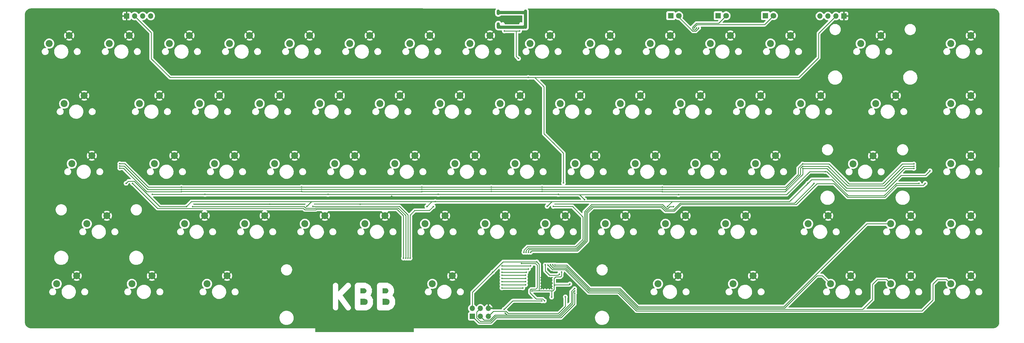
<source format=gtl>
%TF.GenerationSoftware,KiCad,Pcbnew,7.0.5*%
%TF.CreationDate,2023-07-12T18:10:06+02:00*%
%TF.ProjectId,keyboard,6b657962-6f61-4726-942e-6b696361645f,rev?*%
%TF.SameCoordinates,Original*%
%TF.FileFunction,Copper,L1,Top*%
%TF.FilePolarity,Positive*%
%FSLAX46Y46*%
G04 Gerber Fmt 4.6, Leading zero omitted, Abs format (unit mm)*
G04 Created by KiCad (PCBNEW 7.0.5) date 2023-07-12 18:10:06*
%MOMM*%
%LPD*%
G01*
G04 APERTURE LIST*
%ADD10C,1.750000*%
%TA.AperFunction,ComponentPad*%
%ADD11C,2.200000*%
%TD*%
%TA.AperFunction,ComponentPad*%
%ADD12R,1.700000X1.700000*%
%TD*%
%TA.AperFunction,ComponentPad*%
%ADD13O,1.700000X1.700000*%
%TD*%
%TA.AperFunction,ComponentPad*%
%ADD14R,1.800000X1.800000*%
%TD*%
%TA.AperFunction,ComponentPad*%
%ADD15C,1.800000*%
%TD*%
%TA.AperFunction,ComponentPad*%
%ADD16O,1.000000X1.800000*%
%TD*%
%TA.AperFunction,ComponentPad*%
%ADD17O,1.000000X2.100000*%
%TD*%
%TA.AperFunction,ViaPad*%
%ADD18C,0.500000*%
%TD*%
%TA.AperFunction,Conductor*%
%ADD19C,0.250000*%
%TD*%
%TA.AperFunction,Conductor*%
%ADD20C,1.000000*%
%TD*%
G04 APERTURE END LIST*
D10*
G36*
X134748656Y-134273777D02*
G01*
X134835525Y-134360647D01*
X135012981Y-134715559D01*
X135012981Y-135302440D01*
X134835524Y-135657352D01*
X134703000Y-135789877D01*
X134348089Y-135967333D01*
X132762981Y-135967333D01*
X132762981Y-134050666D01*
X134079323Y-134050666D01*
X134748656Y-134273777D01*
G37*
G36*
X134369668Y-130894789D02*
G01*
X134502191Y-131027312D01*
X134679648Y-131382225D01*
X134679648Y-131635773D01*
X134502192Y-131990685D01*
X134369667Y-132123210D01*
X134029756Y-132293165D01*
X133996186Y-132291951D01*
X133981483Y-132300666D01*
X132762981Y-132300666D01*
X132762981Y-130717333D01*
X134014756Y-130717333D01*
X134369668Y-130894789D01*
G37*
G36*
X141748656Y-134273777D02*
G01*
X141835525Y-134360647D01*
X142012981Y-134715559D01*
X142012981Y-135302440D01*
X141835524Y-135657352D01*
X141703000Y-135789877D01*
X141348089Y-135967333D01*
X139762981Y-135967333D01*
X139762981Y-134050666D01*
X141079323Y-134050666D01*
X141748656Y-134273777D01*
G37*
G36*
X141369668Y-130894789D02*
G01*
X141502191Y-131027312D01*
X141679648Y-131382225D01*
X141679648Y-131635773D01*
X141502192Y-131990685D01*
X141369667Y-132123210D01*
X141029756Y-132293165D01*
X140996186Y-132291951D01*
X140981483Y-132300666D01*
X139762981Y-132300666D01*
X139762981Y-130717333D01*
X141014756Y-130717333D01*
X141369668Y-130894789D01*
G37*
G36*
X149670000Y-144600000D02*
G01*
X118445000Y-144600000D01*
X118445000Y-133648486D01*
X123996881Y-133648486D01*
X124012981Y-133873589D01*
X124012981Y-136968139D01*
X124120808Y-137335365D01*
X124509147Y-137671863D01*
X125017764Y-137744991D01*
X125485175Y-137531531D01*
X125762981Y-137099256D01*
X125762980Y-134204769D01*
X125793310Y-134174439D01*
X128263465Y-137467978D01*
X128570062Y-137697062D01*
X129082632Y-137733257D01*
X129533402Y-137486590D01*
X129779255Y-137035375D01*
X129774673Y-136972116D01*
X130985323Y-136972116D01*
X131066055Y-137148895D01*
X131120808Y-137335365D01*
X131171125Y-137378965D01*
X131198783Y-137439527D01*
X131362271Y-137544594D01*
X131509147Y-137671863D01*
X131575049Y-137681338D01*
X131631058Y-137717333D01*
X131825398Y-137717333D01*
X132017764Y-137744991D01*
X132078326Y-137717333D01*
X134507551Y-137717333D01*
X134716160Y-137739856D01*
X134876099Y-137659886D01*
X135047680Y-137609506D01*
X135101817Y-137547027D01*
X135514504Y-137340684D01*
X135658363Y-137309390D01*
X135828854Y-137138898D01*
X136005386Y-136974690D01*
X136006044Y-136972116D01*
X137985323Y-136972116D01*
X138066055Y-137148895D01*
X138120808Y-137335365D01*
X138171125Y-137378965D01*
X138198783Y-137439527D01*
X138362271Y-137544594D01*
X138509147Y-137671863D01*
X138575049Y-137681338D01*
X138631058Y-137717333D01*
X138825398Y-137717333D01*
X139017764Y-137744991D01*
X139078326Y-137717333D01*
X141507551Y-137717333D01*
X141716160Y-137739856D01*
X141876099Y-137659886D01*
X142047680Y-137609506D01*
X142101817Y-137547027D01*
X142514504Y-137340684D01*
X142658363Y-137309390D01*
X142828854Y-137138898D01*
X143005386Y-136974690D01*
X143009620Y-136958131D01*
X143095796Y-136871955D01*
X143222372Y-136796777D01*
X143330192Y-136581135D01*
X143445748Y-136369511D01*
X143444528Y-136352463D01*
X143649542Y-135942437D01*
X143762981Y-135765923D01*
X143762981Y-135587103D01*
X143794652Y-135411109D01*
X143762981Y-135334746D01*
X143762981Y-134556096D01*
X143785504Y-134347487D01*
X143705533Y-134187546D01*
X143655154Y-134015968D01*
X143592676Y-133961830D01*
X143386331Y-133549140D01*
X143355038Y-133405287D01*
X143184561Y-133234810D01*
X143020338Y-133058262D01*
X143003779Y-133054027D01*
X142952647Y-133002895D01*
X142996865Y-132914458D01*
X143112414Y-132702848D01*
X143111194Y-132685799D01*
X143316208Y-132275772D01*
X143429648Y-132099256D01*
X143429648Y-131920436D01*
X143461319Y-131744442D01*
X143429648Y-131668078D01*
X143429648Y-131222762D01*
X143452171Y-131014153D01*
X143372200Y-130854212D01*
X143321821Y-130682634D01*
X143259342Y-130628496D01*
X143052998Y-130215807D01*
X143021705Y-130071953D01*
X142851219Y-129901467D01*
X142687005Y-129724929D01*
X142670446Y-129720694D01*
X142584270Y-129634518D01*
X142509092Y-129507942D01*
X142293453Y-129400122D01*
X142081828Y-129284566D01*
X142064779Y-129285785D01*
X141654752Y-129080771D01*
X141478238Y-128967333D01*
X141299419Y-128967333D01*
X141123424Y-128935662D01*
X141047061Y-128967333D01*
X138950564Y-128967333D01*
X138758198Y-128939675D01*
X138581418Y-129020407D01*
X138394949Y-129075160D01*
X138351348Y-129125477D01*
X138290787Y-129153135D01*
X138185719Y-129316623D01*
X138058451Y-129463499D01*
X138048975Y-129529401D01*
X138012981Y-129585410D01*
X138012981Y-129779750D01*
X137985323Y-129972116D01*
X138012981Y-130032678D01*
X138012981Y-133113083D01*
X137985323Y-133305449D01*
X138012981Y-133366011D01*
X138012981Y-136779750D01*
X137985323Y-136972116D01*
X136006044Y-136972116D01*
X136009620Y-136958131D01*
X136095796Y-136871955D01*
X136222372Y-136796777D01*
X136330192Y-136581135D01*
X136445748Y-136369511D01*
X136444528Y-136352463D01*
X136649542Y-135942437D01*
X136762981Y-135765923D01*
X136762981Y-135587103D01*
X136794652Y-135411109D01*
X136762981Y-135334746D01*
X136762981Y-134556096D01*
X136785504Y-134347487D01*
X136705533Y-134187546D01*
X136655154Y-134015968D01*
X136592676Y-133961830D01*
X136386331Y-133549140D01*
X136355038Y-133405287D01*
X136184561Y-133234810D01*
X136020338Y-133058262D01*
X136003779Y-133054027D01*
X135952647Y-133002895D01*
X135996865Y-132914458D01*
X136112414Y-132702848D01*
X136111194Y-132685799D01*
X136316208Y-132275772D01*
X136429648Y-132099256D01*
X136429648Y-131920436D01*
X136461319Y-131744442D01*
X136429648Y-131668078D01*
X136429648Y-131222762D01*
X136452171Y-131014153D01*
X136372200Y-130854212D01*
X136321821Y-130682634D01*
X136259342Y-130628496D01*
X136052998Y-130215807D01*
X136021705Y-130071953D01*
X135851219Y-129901467D01*
X135687005Y-129724929D01*
X135670446Y-129720694D01*
X135584270Y-129634518D01*
X135509092Y-129507942D01*
X135293453Y-129400122D01*
X135081828Y-129284566D01*
X135064779Y-129285785D01*
X134654752Y-129080771D01*
X134478238Y-128967333D01*
X134299419Y-128967333D01*
X134123424Y-128935662D01*
X134047061Y-128967333D01*
X131950564Y-128967333D01*
X131758198Y-128939675D01*
X131581418Y-129020407D01*
X131394949Y-129075160D01*
X131351348Y-129125477D01*
X131290787Y-129153135D01*
X131185719Y-129316623D01*
X131058451Y-129463499D01*
X131048975Y-129529401D01*
X131012981Y-129585410D01*
X131012981Y-129779750D01*
X130985323Y-129972116D01*
X131012981Y-130032678D01*
X131012981Y-133113083D01*
X130985323Y-133305449D01*
X131012981Y-133366011D01*
X131012981Y-136779750D01*
X130985323Y-136972116D01*
X129774673Y-136972116D01*
X129742135Y-136522871D01*
X127043310Y-132924439D01*
X129595658Y-130372093D01*
X129779080Y-130036180D01*
X129742423Y-129523643D01*
X129434486Y-129112287D01*
X128953037Y-128932717D01*
X128450934Y-129041943D01*
X125762981Y-131729895D01*
X125762981Y-129716527D01*
X125655154Y-129349301D01*
X125266815Y-129012803D01*
X124758198Y-128939675D01*
X124290787Y-129153135D01*
X124012981Y-129585410D01*
X124012981Y-133619001D01*
X123996881Y-133648486D01*
X118445000Y-133648486D01*
X118445000Y-125975000D01*
X149670000Y-125975000D01*
X149670000Y-144600000D01*
G37*
D11*
%TO.P,S48,1,1*%
%TO.N,/GND*%
X178641000Y-107720000D03*
%TO.P,S48,2,2*%
%TO.N,/KEY_47_N*%
X172291000Y-110260000D03*
%TD*%
%TO.P,S6,1,1*%
%TO.N,/GND*%
X135730000Y-50550000D03*
%TO.P,S6,2,2*%
%TO.N,/KEY_05_5*%
X129380000Y-53090000D03*
%TD*%
%TO.P,S21,1,1*%
%TO.N,/GND*%
X164305000Y-69600000D03*
%TO.P,S21,2,2*%
%TO.N,/KEY_20_Y*%
X157955000Y-72140000D03*
%TD*%
%TO.P,S31,1,1*%
%TO.N,/GND*%
X92865200Y-88670000D03*
%TO.P,S31,2,2*%
%TO.N,/KEY_30_S*%
X86515200Y-91210000D03*
%TD*%
%TO.P,S51,1,1*%
%TO.N,/GND*%
X235791000Y-107720000D03*
%TO.P,S51,2,2*%
%TO.N,/KEY_50_.*%
X229441000Y-110260000D03*
%TD*%
%TO.P,S20,1,1*%
%TO.N,/GND*%
X145255000Y-69600000D03*
%TO.P,S20,2,2*%
%TO.N,/KEY_19_T*%
X138905000Y-72140000D03*
%TD*%
D12*
%TO.P,J3,1,Pin_1*%
%TO.N,/GND*%
X58700000Y-44340000D03*
D13*
%TO.P,J3,2,Pin_2*%
%TO.N,/VCC*%
X61240000Y-44340000D03*
%TO.P,J3,3,Pin_3*%
%TO.N,/SCL*%
X63780000Y-44340000D03*
%TO.P,J3,4,Pin_4*%
%TO.N,/SDA*%
X66320000Y-44340000D03*
%TD*%
D14*
%TO.P,D1,1,K*%
%TO.N,Net-(D1-K)*%
X231125000Y-44250000D03*
D15*
%TO.P,D1,2,A*%
%TO.N,/LED_0*%
X233665000Y-44250000D03*
%TD*%
D14*
%TO.P,D2,1,K*%
%TO.N,Net-(D2-K)*%
X246125000Y-44250000D03*
D15*
%TO.P,D2,2,A*%
%TO.N,/LED_1*%
X248665000Y-44250000D03*
%TD*%
D11*
%TO.P,S65,1,1*%
%TO.N,/GND*%
X288115000Y-126770000D03*
%TO.P,S65,2,2*%
%TO.N,/KEY_64_ARR_LEFT*%
X281765000Y-129310000D03*
%TD*%
%TO.P,S2,1,1*%
%TO.N,/GND*%
X59530000Y-50550000D03*
%TO.P,S2,2,2*%
%TO.N,/KEY_01_1*%
X53180000Y-53090000D03*
%TD*%
%TO.P,S26,1,1*%
%TO.N,/GND*%
X259555000Y-69600000D03*
%TO.P,S26,2,2*%
%TO.N,/KEY_25_{*%
X253205000Y-72140000D03*
%TD*%
%TO.P,S64,1,1*%
%TO.N,/GND*%
X307165000Y-107720000D03*
%TO.P,S64,2,2*%
%TO.N,/KEY_63_ARR_UP*%
X300815000Y-110260000D03*
%TD*%
%TO.P,S12,1,1*%
%TO.N,/GND*%
X250030000Y-50550000D03*
%TO.P,S12,2,2*%
%TO.N,/KEY_11_-*%
X243680000Y-53090000D03*
%TD*%
%TO.P,S27,1,1*%
%TO.N,/GND*%
X278605000Y-69590000D03*
%TO.P,S27,2,2*%
%TO.N,/KEY_26_}*%
X272255000Y-72130000D03*
%TD*%
%TO.P,S57,1,1*%
%TO.N,/GND*%
X161910000Y-126770000D03*
%TO.P,S57,2,2*%
%TO.N,/KEY_56_SPACE*%
X155560000Y-129310000D03*
%TD*%
D12*
%TO.P,J2,1,Pin_1*%
%TO.N,/MISO*%
X168235000Y-139615000D03*
D13*
%TO.P,J2,2,Pin_2*%
%TO.N,/VCC*%
X168235000Y-137075000D03*
%TO.P,J2,3,Pin_3*%
%TO.N,/SCL*%
X170775000Y-139615000D03*
%TO.P,J2,4,Pin_4*%
%TO.N,/MOSI*%
X170775000Y-137075000D03*
%TO.P,J2,5,Pin_5*%
%TO.N,/RESET*%
X173315000Y-139615000D03*
%TO.P,J2,6,Pin_6*%
%TO.N,/GND*%
X173315000Y-137075000D03*
%TD*%
D11*
%TO.P,S46,1,1*%
%TO.N,/GND*%
X140541000Y-107720000D03*
%TO.P,S46,2,2*%
%TO.N,/KEY_45_V*%
X134191000Y-110260000D03*
%TD*%
D14*
%TO.P,D3,1,K*%
%TO.N,Net-(D3-K)*%
X261125000Y-44250000D03*
D15*
%TO.P,D3,2,A*%
%TO.N,/LED_2*%
X263665000Y-44250000D03*
%TD*%
D11*
%TO.P,S18,1,1*%
%TO.N,/GND*%
X107155000Y-69600000D03*
%TO.P,S18,2,2*%
%TO.N,/KEY_17_E*%
X100805000Y-72140000D03*
%TD*%
%TO.P,S43,1,1*%
%TO.N,/GND*%
X83391000Y-107720000D03*
%TO.P,S43,2,2*%
%TO.N,/KEY_42_Z*%
X77041000Y-110260000D03*
%TD*%
%TO.P,S54,1,1*%
%TO.N,/GND*%
X42860000Y-126770000D03*
%TO.P,S54,2,2*%
%TO.N,/KEY_53_LCTRL*%
X36510000Y-129310000D03*
%TD*%
%TO.P,S47,1,1*%
%TO.N,/GND*%
X159591000Y-107720000D03*
%TO.P,S47,2,2*%
%TO.N,/KEY_46_B*%
X153241000Y-110260000D03*
%TD*%
%TO.P,S59,1,1*%
%TO.N,/GND*%
X257200000Y-126760000D03*
%TO.P,S59,2,2*%
%TO.N,/KEY_58_RFN*%
X250850000Y-129300000D03*
%TD*%
%TO.P,S63,1,1*%
%TO.N,/GND*%
X326215000Y-107720000D03*
%TO.P,S63,2,2*%
%TO.N,/KEY_62_END*%
X319865000Y-110260000D03*
%TD*%
%TO.P,S62,1,1*%
%TO.N,/GND*%
X326215000Y-88670000D03*
%TO.P,S62,2,2*%
%TO.N,/KEY_61_HOME*%
X319865000Y-91210000D03*
%TD*%
%TO.P,S9,1,1*%
%TO.N,/GND*%
X192870000Y-50550000D03*
%TO.P,S9,2,2*%
%TO.N,/KEY_08_8*%
X186520000Y-53090000D03*
%TD*%
D12*
%TO.P,J4,1,Pin_1*%
%TO.N,/GND*%
X286000000Y-44335000D03*
D13*
%TO.P,J4,2,Pin_2*%
%TO.N,/VCC*%
X283460000Y-44335000D03*
%TO.P,J4,3,Pin_3*%
%TO.N,/VNOB_B*%
X280920000Y-44335000D03*
%TO.P,J4,4,Pin_4*%
%TO.N,/VNOB_A*%
X278380000Y-44335000D03*
%TD*%
D11*
%TO.P,S40,1,1*%
%TO.N,/GND*%
X264315200Y-88670000D03*
%TO.P,S40,2,2*%
%TO.N,/KEY_39_'*%
X257965200Y-91210000D03*
%TD*%
%TO.P,S14,1,1*%
%TO.N,/GND*%
X297655000Y-50550000D03*
%TO.P,S14,2,2*%
%TO.N,/KEY_13_BS*%
X291305000Y-53090000D03*
%TD*%
%TO.P,S34,1,1*%
%TO.N,/GND*%
X150015200Y-88670000D03*
%TO.P,S34,2,2*%
%TO.N,/KEY_33_G*%
X143665200Y-91210000D03*
%TD*%
%TO.P,S19,1,1*%
%TO.N,/GND*%
X126205000Y-69600000D03*
%TO.P,S19,2,2*%
%TO.N,/KEY_18_R*%
X119855000Y-72140000D03*
%TD*%
%TO.P,S25,1,1*%
%TO.N,/GND*%
X240505000Y-69600000D03*
%TO.P,S25,2,2*%
%TO.N,/KEY_24_P*%
X234155000Y-72140000D03*
%TD*%
%TO.P,S30,1,1*%
%TO.N,/GND*%
X73815200Y-88670000D03*
%TO.P,S30,2,2*%
%TO.N,/KEY_29_A*%
X67465200Y-91210000D03*
%TD*%
%TO.P,S23,1,1*%
%TO.N,/GND*%
X202405000Y-69600000D03*
%TO.P,S23,2,2*%
%TO.N,/KEY_22_I*%
X196055000Y-72140000D03*
%TD*%
%TO.P,S58,1,1*%
%TO.N,/GND*%
X233410000Y-126760000D03*
%TO.P,S58,2,2*%
%TO.N,/KEY_57_RALT*%
X227060000Y-129300000D03*
%TD*%
%TO.P,S5,1,1*%
%TO.N,/GND*%
X116680000Y-50550000D03*
%TO.P,S5,2,2*%
%TO.N,/KEY_04_4*%
X110330000Y-53090000D03*
%TD*%
%TO.P,S42,1,1*%
%TO.N,/GND*%
X52390000Y-107720000D03*
%TO.P,S42,2,2*%
%TO.N,/KEY_41_LSHIFT*%
X46040000Y-110260000D03*
%TD*%
%TO.P,S37,1,1*%
%TO.N,/GND*%
X207165200Y-88670000D03*
%TO.P,S37,2,2*%
%TO.N,/KEY_36_K*%
X200815200Y-91210000D03*
%TD*%
%TO.P,S17,1,1*%
%TO.N,/GND*%
X88105000Y-69600000D03*
%TO.P,S17,2,2*%
%TO.N,/KEY_16_W*%
X81755000Y-72140000D03*
%TD*%
%TO.P,S60,1,1*%
%TO.N,/GND*%
X326230000Y-50550000D03*
%TO.P,S60,2,2*%
%TO.N,/KEY_59_PtrScr*%
X319880000Y-53090000D03*
%TD*%
%TO.P,S36,1,1*%
%TO.N,/GND*%
X188115200Y-88670000D03*
%TO.P,S36,2,2*%
%TO.N,/KEY_35_J*%
X181765200Y-91210000D03*
%TD*%
%TO.P,S49,1,1*%
%TO.N,/GND*%
X197691000Y-107720000D03*
%TO.P,S49,2,2*%
%TO.N,/KEY_48_M*%
X191341000Y-110260000D03*
%TD*%
%TO.P,S3,1,1*%
%TO.N,/GND*%
X78580000Y-50550000D03*
%TO.P,S3,2,2*%
%TO.N,/KEY_02_2*%
X72230000Y-53090000D03*
%TD*%
%TO.P,S11,1,1*%
%TO.N,/GND*%
X230980000Y-50550000D03*
%TO.P,S11,2,2*%
%TO.N,/KEY_10_0*%
X224630000Y-53090000D03*
%TD*%
%TO.P,S7,1,1*%
%TO.N,/GND*%
X154780000Y-50550000D03*
%TO.P,S7,2,2*%
%TO.N,/KEY_06_6*%
X148430000Y-53090000D03*
%TD*%
%TO.P,S45,1,1*%
%TO.N,/GND*%
X121491000Y-107720000D03*
%TO.P,S45,2,2*%
%TO.N,/KEY_44_C*%
X115141000Y-110260000D03*
%TD*%
%TO.P,S44,1,1*%
%TO.N,/GND*%
X102441000Y-107720000D03*
%TO.P,S44,2,2*%
%TO.N,/KEY_43_X*%
X96091000Y-110260000D03*
%TD*%
%TO.P,S38,1,1*%
%TO.N,/GND*%
X226215200Y-88670000D03*
%TO.P,S38,2,2*%
%TO.N,/KEY_37_L*%
X219865200Y-91210000D03*
%TD*%
%TO.P,S1,1,1*%
%TO.N,/GND*%
X40480000Y-50550000D03*
%TO.P,S1,2,2*%
%TO.N,/KEY_00_~*%
X34130000Y-53090000D03*
%TD*%
%TO.P,S67,1,1*%
%TO.N,/GND*%
X326215000Y-126770000D03*
%TO.P,S67,2,2*%
%TO.N,/KEY_66_ARR_RIGHT*%
X319865000Y-129310000D03*
%TD*%
%TO.P,S15,1,1*%
%TO.N,/GND*%
X45240000Y-69610000D03*
%TO.P,S15,2,2*%
%TO.N,/KEY_14_TAB*%
X38890000Y-72150000D03*
%TD*%
%TO.P,S39,1,1*%
%TO.N,/GND*%
X245265200Y-88670000D03*
%TO.P,S39,2,2*%
%TO.N,/KEY_38_;*%
X238915200Y-91210000D03*
%TD*%
%TO.P,S50,1,1*%
%TO.N,/GND*%
X216741000Y-107720000D03*
%TO.P,S50,2,2*%
%TO.N,/KEY_49_\u002C*%
X210391000Y-110260000D03*
%TD*%
%TO.P,S33,1,1*%
%TO.N,/GND*%
X130965200Y-88670000D03*
%TO.P,S33,2,2*%
%TO.N,/KEY_32_F*%
X124615200Y-91210000D03*
%TD*%
%TO.P,S61,1,1*%
%TO.N,/GND*%
X326225000Y-69580000D03*
%TO.P,S61,2,2*%
%TO.N,/KEY_60_DEL*%
X319875000Y-72120000D03*
%TD*%
%TO.P,S16,1,1*%
%TO.N,/GND*%
X69055000Y-69600000D03*
%TO.P,S16,2,2*%
%TO.N,/KEY_15_Q*%
X62705000Y-72140000D03*
%TD*%
%TO.P,S10,1,1*%
%TO.N,/GND*%
X211930000Y-50550000D03*
%TO.P,S10,2,2*%
%TO.N,/KEY_09_9*%
X205580000Y-53090000D03*
%TD*%
%TO.P,S55,1,1*%
%TO.N,/GND*%
X66670000Y-126770000D03*
%TO.P,S55,2,2*%
%TO.N,/KEY_54_LWIN*%
X60320000Y-129310000D03*
%TD*%
%TO.P,S22,1,1*%
%TO.N,/GND*%
X183355000Y-69600000D03*
%TO.P,S22,2,2*%
%TO.N,/KEY_21_U*%
X177005000Y-72140000D03*
%TD*%
%TO.P,S4,1,1*%
%TO.N,/GND*%
X97630000Y-50550000D03*
%TO.P,S4,2,2*%
%TO.N,/KEY_03_3*%
X91280000Y-53090000D03*
%TD*%
%TO.P,S35,1,1*%
%TO.N,/GND*%
X169065200Y-88670000D03*
%TO.P,S35,2,2*%
%TO.N,/KEY_34_H*%
X162715200Y-91210000D03*
%TD*%
%TO.P,S24,1,1*%
%TO.N,/GND*%
X221455000Y-69600000D03*
%TO.P,S24,2,2*%
%TO.N,/KEY_23_O*%
X215105000Y-72140000D03*
%TD*%
%TO.P,S29,1,1*%
%TO.N,/GND*%
X47625000Y-88670000D03*
%TO.P,S29,2,2*%
%TO.N,/KEY_28_CL*%
X41275000Y-91210000D03*
%TD*%
%TO.P,S52,1,1*%
%TO.N,/GND*%
X254841000Y-107720000D03*
%TO.P,S52,2,2*%
%TO.N,/KEY_51_?*%
X248491000Y-110260000D03*
%TD*%
%TO.P,S28,1,1*%
%TO.N,/GND*%
X302415000Y-69590000D03*
%TO.P,S28,2,2*%
%TO.N,/KEY_27_\u005C*%
X296065000Y-72130000D03*
%TD*%
%TO.P,S66,1,1*%
%TO.N,/GND*%
X307165000Y-126770000D03*
%TO.P,S66,2,2*%
%TO.N,/KEY_65_ARR_DOWN*%
X300815000Y-129310000D03*
%TD*%
%TO.P,S56,1,1*%
%TO.N,/GND*%
X90510000Y-126770000D03*
%TO.P,S56,2,2*%
%TO.N,/KEY_55_LALT*%
X84160000Y-129310000D03*
%TD*%
%TO.P,S32,1,1*%
%TO.N,/GND*%
X111915200Y-88670000D03*
%TO.P,S32,2,2*%
%TO.N,/KEY_31_D*%
X105565200Y-91210000D03*
%TD*%
%TO.P,S13,1,1*%
%TO.N,/GND*%
X269080000Y-50550000D03*
%TO.P,S13,2,2*%
%TO.N,/KEY_12_=*%
X262730000Y-53090000D03*
%TD*%
%TO.P,S53,1,1*%
%TO.N,/GND*%
X281003000Y-107720000D03*
%TO.P,S53,2,2*%
%TO.N,/KEY_52_RSHIFT*%
X274653000Y-110260000D03*
%TD*%
%TO.P,S41,1,1*%
%TO.N,/GND*%
X295252400Y-88680200D03*
%TO.P,S41,2,2*%
%TO.N,/KEY_40_ENTER*%
X288902400Y-91220200D03*
%TD*%
%TO.P,S8,1,1*%
%TO.N,/GND*%
X173830000Y-50550000D03*
%TO.P,S8,2,2*%
%TO.N,/KEY_07_7*%
X167480000Y-53090000D03*
%TD*%
D16*
%TO.P,J1,S1,SHIELD*%
%TO.N,Net-(J1-SHIELD)*%
X176460000Y-43185000D03*
D17*
X176460000Y-47385000D03*
D16*
X185100000Y-43185000D03*
D17*
X185100000Y-47385000D03*
%TD*%
D18*
%TO.N,/VCC*%
X66820000Y-100940000D03*
X157412500Y-100950000D03*
X195462500Y-100950000D03*
X280050000Y-93670000D03*
X187100000Y-131550000D03*
X122470000Y-100950000D03*
X197130000Y-97300000D03*
X193350000Y-133500000D03*
X185900000Y-63850000D03*
X233550000Y-101000000D03*
X188650000Y-122300000D03*
X199146233Y-129346233D03*
X203760000Y-102590000D03*
X196500000Y-125530000D03*
X313280000Y-93460000D03*
X83490000Y-100950000D03*
X174650000Y-125600000D03*
%TO.N,/KEY_63_ARR_UP*%
X194420000Y-123302518D03*
%TO.N,/KEY_64_ARR_LEFT*%
X193720499Y-123301117D03*
%TO.N,/KEY_65_ARR_DOWN*%
X192966099Y-123300623D03*
%TO.N,/KEY_66_ARR_RIGHT*%
X192151050Y-123302500D03*
%TO.N,/SEG0*%
X184200000Y-130600000D03*
X60500000Y-97400000D03*
X146410000Y-121150000D03*
X177600000Y-130600000D03*
%TO.N,/BOARD_EN*%
X115700000Y-104750000D03*
X153837500Y-104775000D03*
X58500000Y-97400000D03*
X191912500Y-104750000D03*
X230000000Y-104800000D03*
X274537500Y-97437500D03*
X156450000Y-103220000D03*
X183770000Y-122874500D03*
X77600000Y-104800000D03*
X191050000Y-134680000D03*
X309762500Y-97437500D03*
%TO.N,/GND*%
X124717800Y-106975200D03*
X190000000Y-128087500D03*
X207550000Y-66610000D03*
X193500000Y-127337500D03*
X214330000Y-66610000D03*
X109477800Y-106695800D03*
X192910000Y-134750000D03*
X191750000Y-130862500D03*
X193500000Y-125360000D03*
X203800000Y-134100000D03*
X104067600Y-104028800D03*
X193500000Y-130862500D03*
X192750000Y-129087500D03*
X102340400Y-101971400D03*
X190775000Y-128087500D03*
X191750000Y-128087500D03*
X291189400Y-47259800D03*
X177120000Y-49700000D03*
X97209600Y-106899000D03*
X142630000Y-101540000D03*
X195774500Y-136640000D03*
X281842200Y-55438600D03*
X191750000Y-127337500D03*
X149355800Y-104054200D03*
X202450000Y-131750000D03*
X192725000Y-130112500D03*
X132642600Y-104028800D03*
X191090000Y-137730000D03*
X180650000Y-53600000D03*
X191750000Y-129100000D03*
X303838600Y-135499400D03*
X193500000Y-128087500D03*
X280369000Y-94859400D03*
X190000000Y-130862500D03*
X192300000Y-122300000D03*
X267262600Y-118506800D03*
X205439000Y-119853000D03*
X85982800Y-62118800D03*
X108980000Y-118570000D03*
X293500800Y-102657200D03*
X192725000Y-128087500D03*
X191750000Y-130112500D03*
X188600000Y-132400000D03*
X192725000Y-130862500D03*
X193500000Y-130112500D03*
X190775000Y-127337500D03*
X141075400Y-122520000D03*
X170970000Y-49280000D03*
X190000000Y-130112500D03*
X190750000Y-130862500D03*
X182220000Y-45540000D03*
X202594200Y-104689200D03*
X194600000Y-136550000D03*
X190775000Y-129087500D03*
X291037000Y-116982800D03*
X190750000Y-130112500D03*
X190000000Y-129087500D03*
X192725000Y-127337500D03*
X172890000Y-129920000D03*
X193525000Y-129087500D03*
X190000000Y-127337500D03*
%TO.N,/ADDR_A2*%
X308149112Y-92687500D03*
X76000000Y-100050000D03*
X114086612Y-100000000D03*
X272924112Y-92687500D03*
X174240000Y-99998855D03*
X56498839Y-92604258D03*
X190299112Y-100000000D03*
X152224112Y-100025000D03*
X228386612Y-100050000D03*
%TO.N,/ADDR_A1*%
X190300273Y-99295742D03*
X308150273Y-91983242D03*
X228387773Y-99345742D03*
X152225273Y-99320742D03*
X76001161Y-99345742D03*
X114087773Y-99295742D03*
X56500000Y-91900000D03*
X272925273Y-91983242D03*
X174240000Y-99298855D03*
%TO.N,/ADDR_A0*%
X114087773Y-98595742D03*
X272925273Y-91283242D03*
X308150273Y-91283242D03*
X174237380Y-98600000D03*
X190300273Y-98595742D03*
X76001161Y-98645742D03*
X195800000Y-126210000D03*
X56500000Y-91200000D03*
X191324145Y-123300000D03*
X228387773Y-98645742D03*
X152225273Y-98620742D03*
%TO.N,/SEG1*%
X177600000Y-129600000D03*
X185100000Y-129600000D03*
X147109926Y-121149856D03*
X79600000Y-104800000D03*
%TO.N,/SEG2*%
X177600000Y-128600000D03*
X147809405Y-121148343D03*
X185100000Y-128600000D03*
X117700000Y-104750000D03*
%TO.N,/SEG3*%
X177600000Y-127600000D03*
X155837500Y-104775000D03*
X185100000Y-127600000D03*
X148508905Y-121150448D03*
%TO.N,/SEG4*%
X185100000Y-126600000D03*
X177600000Y-126600000D03*
X193912500Y-104750000D03*
X184580000Y-119270647D03*
%TO.N,/SEG5*%
X177600000Y-125600000D03*
X185279926Y-119270503D03*
X185300000Y-125600000D03*
X232000000Y-104800000D03*
%TO.N,/SEG6*%
X177600000Y-124600000D03*
X276537500Y-97437500D03*
X186000000Y-124600000D03*
X185979403Y-119269983D03*
%TO.N,/SEG7*%
X186678905Y-119271095D03*
X186700000Y-123600000D03*
X177600000Y-123600000D03*
X311762500Y-97437500D03*
%TO.N,/POWER_IN*%
X178390000Y-49110000D03*
X182900000Y-57850000D03*
X183190000Y-49100000D03*
%TO.N,/RESET*%
X197720000Y-133450000D03*
%TO.N,/LED_0*%
X239940000Y-48150000D03*
%TO.N,/LED_1*%
X239240498Y-48150055D03*
%TO.N,/LED_2*%
X238541002Y-48147018D03*
%TO.N,/MISO*%
X200636835Y-132219006D03*
%TO.N,/SCL*%
X200636835Y-130820000D03*
X178630000Y-138580000D03*
%TO.N,/MOSI*%
X200636835Y-131519503D03*
%TO.N,/SDA*%
X178291484Y-137429016D03*
X190280000Y-134680000D03*
%TD*%
D19*
%TO.N,/VCC*%
X190920000Y-81660000D02*
X193930000Y-84670000D01*
X195512500Y-101000000D02*
X195462500Y-100950000D01*
X188650000Y-122300000D02*
X189400000Y-123050000D01*
X188010000Y-63850000D02*
X190920000Y-66760000D01*
X72440000Y-63850000D02*
X66490000Y-57900000D01*
X177950000Y-122300000D02*
X174650000Y-125600000D01*
X83490000Y-100950000D02*
X66830000Y-100950000D01*
X277950000Y-49845000D02*
X283460000Y-44335000D01*
X66830000Y-100950000D02*
X66820000Y-100940000D01*
X267800000Y-101000000D02*
X275130000Y-93670000D01*
X277950000Y-57580000D02*
X277950000Y-49845000D01*
X168235000Y-132015000D02*
X168235000Y-137075000D01*
X190920000Y-66760000D02*
X190920000Y-81660000D01*
X194100000Y-127605673D02*
X194605673Y-127100000D01*
X185900000Y-63850000D02*
X72440000Y-63850000D01*
X194100000Y-131075673D02*
X193738173Y-131437500D01*
X311850000Y-94890000D02*
X313280000Y-93460000D01*
X202150000Y-101000000D02*
X195512500Y-101000000D01*
X304130000Y-94890000D02*
X311850000Y-94890000D01*
X233550000Y-101000000D02*
X202150000Y-101000000D01*
X187212500Y-131437500D02*
X187100000Y-131550000D01*
X189400000Y-123050000D02*
X189400000Y-131437500D01*
X157412500Y-100950000D02*
X195462500Y-100950000D01*
X66490000Y-57900000D02*
X66490000Y-49590000D01*
X193400000Y-133450000D02*
X193350000Y-133500000D01*
X299180000Y-99840000D02*
X304130000Y-94890000D01*
X233550000Y-101000000D02*
X267800000Y-101000000D01*
X194605673Y-127100000D02*
X196130000Y-127100000D01*
X122470000Y-100950000D02*
X83490000Y-100950000D01*
X157412500Y-100950000D02*
X122470000Y-100950000D01*
X198892466Y-129600000D02*
X194350000Y-129600000D01*
X202170000Y-101000000D02*
X202150000Y-101000000D01*
X185900000Y-63850000D02*
X188010000Y-63850000D01*
X188650000Y-122300000D02*
X177950000Y-122300000D01*
X280590000Y-93670000D02*
X286760000Y-99840000D01*
X193400000Y-131437500D02*
X193400000Y-133450000D01*
X194100000Y-129850000D02*
X194100000Y-127605673D01*
X203760000Y-102590000D02*
X202170000Y-101000000D01*
X271680000Y-63850000D02*
X277950000Y-57580000D01*
X286760000Y-99840000D02*
X299180000Y-99840000D01*
X197130000Y-87870000D02*
X197130000Y-97300000D01*
X196130000Y-127100000D02*
X196500000Y-126730000D01*
X193738173Y-131437500D02*
X187212500Y-131437500D01*
X194350000Y-129600000D02*
X194100000Y-129850000D01*
X185900000Y-63850000D02*
X271680000Y-63850000D01*
X199146233Y-129346233D02*
X198892466Y-129600000D01*
X193930000Y-84670000D02*
X197130000Y-87870000D01*
X280050000Y-93670000D02*
X280590000Y-93670000D01*
X194100000Y-129850000D02*
X194100000Y-131075673D01*
X196500000Y-126730000D02*
X196500000Y-125530000D01*
X174650000Y-125600000D02*
X168235000Y-132015000D01*
X275130000Y-93670000D02*
X280050000Y-93670000D01*
X66490000Y-49590000D02*
X61240000Y-44340000D01*
%TO.N,/KEY_63_ARR_UP*%
X266990000Y-136530000D02*
X220790000Y-136530000D01*
X220790000Y-136530000D02*
X215030000Y-130770000D01*
X293260000Y-110260000D02*
X266990000Y-136530000D01*
X205587500Y-130770000D02*
X198120018Y-123302518D01*
X300815000Y-110260000D02*
X293260000Y-110260000D01*
X215030000Y-130770000D02*
X205587500Y-130770000D01*
X198120018Y-123302518D02*
X194420000Y-123302518D01*
%TO.N,/KEY_64_ARR_LEFT*%
X220603604Y-136980000D02*
X214843604Y-131220000D01*
X198058622Y-123877518D02*
X194181827Y-123877518D01*
X267176396Y-136980000D02*
X220603604Y-136980000D01*
X277456396Y-126700000D02*
X267176396Y-136980000D01*
X194181827Y-123877518D02*
X193720499Y-123416190D01*
X214843604Y-131220000D02*
X205401104Y-131220000D01*
X281765000Y-129310000D02*
X279155000Y-126700000D01*
X193720499Y-123416190D02*
X193720499Y-123301117D01*
X205401104Y-131220000D02*
X198058622Y-123877518D01*
X279155000Y-126700000D02*
X277456396Y-126700000D01*
%TO.N,/KEY_65_ARR_DOWN*%
X299425000Y-127920000D02*
X296560000Y-127920000D01*
X197872226Y-124327518D02*
X193933727Y-124327518D01*
X296560000Y-127920000D02*
X295060000Y-129420000D01*
X300815000Y-129310000D02*
X299425000Y-127920000D01*
X205214708Y-131670000D02*
X197872226Y-124327518D01*
X295060000Y-129420000D02*
X295060000Y-134270000D01*
X291900000Y-137430000D02*
X220417208Y-137430000D01*
X295060000Y-134270000D02*
X291900000Y-137430000D01*
X220417208Y-137430000D02*
X214657208Y-131670000D01*
X192966099Y-123359890D02*
X192966099Y-123300623D01*
X193933727Y-124327518D02*
X192966099Y-123359890D01*
X214657208Y-131670000D02*
X205214708Y-131670000D01*
%TO.N,/KEY_66_ARR_RIGHT*%
X318445000Y-127890000D02*
X316960000Y-127890000D01*
X220230812Y-137880000D02*
X214470812Y-132120000D01*
X316960000Y-127890000D02*
X315640000Y-127890000D01*
X288970000Y-137880000D02*
X223680000Y-137880000D01*
X193626068Y-124777518D02*
X192151050Y-123302500D01*
X315640000Y-127890000D02*
X314170000Y-129360000D01*
X314170000Y-134470000D02*
X311290000Y-137350000D01*
X314170000Y-129360000D02*
X314170000Y-134470000D01*
X310760000Y-137880000D02*
X288970000Y-137880000D01*
X205028312Y-132120000D02*
X197685830Y-124777518D01*
X197685830Y-124777518D02*
X193626068Y-124777518D01*
X223680000Y-137880000D02*
X220230812Y-137880000D01*
X223680000Y-137880000D02*
X223560000Y-137880000D01*
X214470812Y-132120000D02*
X205028312Y-132120000D01*
X319865000Y-129310000D02*
X318445000Y-127890000D01*
X311290000Y-137350000D02*
X310760000Y-137880000D01*
%TO.N,/SEG0*%
X146410000Y-107680000D02*
X144380000Y-105650000D01*
X114745000Y-105375000D02*
X68475000Y-105375000D01*
X118606396Y-105790000D02*
X115160000Y-105790000D01*
X115160000Y-105790000D02*
X114745000Y-105375000D01*
X144380000Y-105650000D02*
X118746396Y-105650000D01*
X177600000Y-130600000D02*
X184200000Y-130600000D01*
X146410000Y-121150000D02*
X146410000Y-107680000D01*
X68475000Y-105375000D02*
X60500000Y-97400000D01*
X146450000Y-121160000D02*
X146450000Y-121160000D01*
X118746396Y-105650000D02*
X118606396Y-105790000D01*
%TO.N,/BOARD_EN*%
X156450000Y-103220000D02*
X193442500Y-103220000D01*
X69173604Y-104800000D02*
X77600000Y-104800000D01*
X59180000Y-96720000D02*
X61093604Y-96720000D01*
X188480000Y-134100000D02*
X190513173Y-134100000D01*
X188325000Y-130975000D02*
X186861827Y-130975000D01*
X156450000Y-103220000D02*
X155392500Y-103220000D01*
X188800000Y-130500000D02*
X188325000Y-130975000D01*
X275745000Y-96230000D02*
X274537500Y-97437500D01*
X231580000Y-103220000D02*
X193442500Y-103220000D01*
X186861827Y-130975000D02*
X186525000Y-131311827D01*
X188800000Y-123400000D02*
X188800000Y-130500000D01*
X186525000Y-132145000D02*
X188480000Y-134100000D01*
X117230000Y-103220000D02*
X115700000Y-104750000D01*
X186525000Y-131311827D02*
X186525000Y-132145000D01*
X302662500Y-97437500D02*
X298740000Y-101360000D01*
X190513173Y-134100000D02*
X191050000Y-134636827D01*
X274537500Y-97437500D02*
X268755000Y-103220000D01*
X183770000Y-122874500D02*
X188274500Y-122874500D01*
X188274500Y-122874500D02*
X188800000Y-123400000D01*
X282230000Y-96230000D02*
X275745000Y-96230000D01*
X79180000Y-103220000D02*
X77600000Y-104800000D01*
X268755000Y-103220000D02*
X231580000Y-103220000D01*
X61093604Y-96720000D02*
X69173604Y-104800000D01*
X58500000Y-97400000D02*
X59180000Y-96720000D01*
X193442500Y-103220000D02*
X191912500Y-104750000D01*
X309762500Y-97437500D02*
X302662500Y-97437500D01*
X298740000Y-101360000D02*
X287360000Y-101360000D01*
X155392500Y-103220000D02*
X153837500Y-104775000D01*
X231580000Y-103220000D02*
X230000000Y-104800000D01*
X117230000Y-103220000D02*
X79180000Y-103220000D01*
X287360000Y-101360000D02*
X282230000Y-96230000D01*
X191050000Y-134636827D02*
X191050000Y-134680000D01*
X155392500Y-103220000D02*
X117230000Y-103220000D01*
%TO.N,/GND*%
X326230000Y-50550000D02*
X326820000Y-51140000D01*
X326730000Y-70135000D02*
X326215000Y-69620000D01*
X257375000Y-126770000D02*
X257335000Y-126810000D01*
X45235000Y-69620000D02*
X45225000Y-69630000D01*
X140541000Y-107559000D02*
X140600000Y-107500000D01*
X192185000Y-51250000D02*
X192865000Y-50570000D01*
X325660000Y-51120000D02*
X326230000Y-50550000D01*
X140541000Y-107720000D02*
X140541000Y-107559000D01*
X326820000Y-69015000D02*
X326215000Y-69620000D01*
X173815000Y-50570000D02*
X174475000Y-51230000D01*
X297640000Y-50570000D02*
X298190000Y-51120000D01*
X173815000Y-50570000D02*
X173815000Y-50438274D01*
X140600000Y-107500000D02*
X140820000Y-107720000D01*
%TO.N,/ADDR_A2*%
X114086612Y-100000000D02*
X76050000Y-100000000D01*
X272924112Y-92687500D02*
X280577500Y-92687500D01*
X272924112Y-92687500D02*
X272930000Y-92693388D01*
X114111612Y-100025000D02*
X114086612Y-100000000D01*
X280577500Y-92687500D02*
X286850000Y-98960000D01*
X272930000Y-94522792D02*
X267402792Y-100050000D01*
X152224112Y-100025000D02*
X152249112Y-100000000D01*
X298950000Y-98960000D02*
X305222500Y-92687500D01*
X152249112Y-100000000D02*
X180150000Y-100000000D01*
X76050000Y-100000000D02*
X76000000Y-100050000D01*
X180150000Y-100000000D02*
X190299112Y-100000000D01*
X190299112Y-100000000D02*
X228336612Y-100000000D01*
X228336612Y-100000000D02*
X228386612Y-100050000D01*
X272930000Y-92693388D02*
X272930000Y-94522792D01*
X57614258Y-92604258D02*
X65060000Y-100050000D01*
X267402792Y-100050000D02*
X228386612Y-100050000D01*
X65060000Y-100050000D02*
X76000000Y-100050000D01*
X152224112Y-100025000D02*
X114111612Y-100025000D01*
X305222500Y-92687500D02*
X308149112Y-92687500D01*
X286850000Y-98960000D02*
X298950000Y-98960000D01*
X56498839Y-92604258D02*
X57614258Y-92604258D01*
%TO.N,/ADDR_A1*%
X190300273Y-99295742D02*
X152250273Y-99295742D01*
X114112773Y-99320742D02*
X114087773Y-99295742D01*
X272815197Y-91983242D02*
X272220000Y-92578439D01*
X152250273Y-99295742D02*
X152225273Y-99320742D01*
X267470654Y-99345742D02*
X228387773Y-99345742D01*
X280923242Y-91983242D02*
X287180000Y-98240000D01*
X190350273Y-99345742D02*
X190300273Y-99295742D01*
X272220000Y-94596396D02*
X267470654Y-99345742D01*
X272220000Y-92578439D02*
X272220000Y-94596396D01*
X272925273Y-91983242D02*
X272815197Y-91983242D01*
X56500000Y-91900000D02*
X57900000Y-91900000D01*
X304916758Y-91983242D02*
X308150273Y-91983242D01*
X272925273Y-91983242D02*
X280923242Y-91983242D01*
X57900000Y-91900000D02*
X65345742Y-99345742D01*
X228387773Y-99345742D02*
X190350273Y-99345742D01*
X76001161Y-99345742D02*
X76051161Y-99295742D01*
X65345742Y-99345742D02*
X76001161Y-99345742D01*
X298660000Y-98240000D02*
X304916758Y-91983242D01*
X287180000Y-98240000D02*
X298660000Y-98240000D01*
X76051161Y-99295742D02*
X114087773Y-99295742D01*
X152225273Y-99320742D02*
X114112773Y-99320742D01*
%TO.N,/ADDR_A0*%
X272925273Y-91283242D02*
X281293242Y-91283242D01*
X228337773Y-98595742D02*
X228387773Y-98645742D01*
X152200273Y-98595742D02*
X152225273Y-98620742D01*
X152225273Y-98620742D02*
X152250273Y-98595742D01*
X271520000Y-92575342D02*
X272812100Y-91283242D01*
X114087773Y-98595742D02*
X152200273Y-98595742D01*
X228387773Y-98645742D02*
X267534258Y-98645742D01*
X195420000Y-126590000D02*
X195800000Y-126210000D01*
X152250273Y-98595742D02*
X190300273Y-98595742D01*
X271520000Y-94660000D02*
X271520000Y-92575342D01*
X191324145Y-123300000D02*
X191324145Y-125214145D01*
X76001161Y-98645742D02*
X114037773Y-98645742D01*
X114037773Y-98645742D02*
X114087773Y-98595742D01*
X305793516Y-91280000D02*
X305796758Y-91283242D01*
X192700000Y-126590000D02*
X195420000Y-126590000D01*
X281293242Y-91283242D02*
X287590000Y-97580000D01*
X287590000Y-97580000D02*
X298260000Y-97580000D01*
X191324145Y-125214145D02*
X192700000Y-126590000D01*
X267534258Y-98645742D02*
X271520000Y-94660000D01*
X76001161Y-98645742D02*
X65545742Y-98645742D01*
X304560000Y-91280000D02*
X305793516Y-91280000D01*
X298260000Y-97580000D02*
X304560000Y-91280000D01*
X190300273Y-98595742D02*
X228337773Y-98595742D01*
X58100000Y-91200000D02*
X56500000Y-91200000D01*
X65545742Y-98645742D02*
X58100000Y-91200000D01*
X272812100Y-91283242D02*
X272925273Y-91283242D01*
X305796758Y-91283242D02*
X308150273Y-91283242D01*
%TO.N,/SEG1*%
X118560000Y-105200000D02*
X144720000Y-105200000D01*
X115476827Y-105340000D02*
X118420000Y-105340000D01*
X114936827Y-104800000D02*
X115476827Y-105340000D01*
X147109926Y-107589926D02*
X147109926Y-121149856D01*
X177600000Y-129600000D02*
X185100000Y-129600000D01*
X118420000Y-105340000D02*
X118560000Y-105200000D01*
X79600000Y-104800000D02*
X114936827Y-104800000D01*
X144720000Y-105200000D02*
X147109926Y-107589926D01*
%TO.N,/SEG2*%
X117700000Y-104750000D02*
X145110000Y-104750000D01*
X147810000Y-121147748D02*
X147809405Y-121148343D01*
X145110000Y-104750000D02*
X147810000Y-107450000D01*
X147810000Y-107450000D02*
X147810000Y-121147748D01*
X177600000Y-128600000D02*
X185100000Y-128600000D01*
%TO.N,/SEG3*%
X149970000Y-106030000D02*
X148510000Y-107490000D01*
X155837500Y-104775000D02*
X154582500Y-106030000D01*
X177600000Y-127600000D02*
X185100000Y-127600000D01*
X154582500Y-106030000D02*
X149970000Y-106030000D01*
X148510000Y-107490000D02*
X148510000Y-121149353D01*
X148510000Y-121149353D02*
X148508905Y-121150448D01*
%TO.N,/SEG4*%
X185100000Y-126600000D02*
X185150000Y-126600000D01*
X185700000Y-117530000D02*
X184580000Y-118650000D01*
X177600000Y-126600000D02*
X185100000Y-126600000D01*
X203300000Y-115180000D02*
X200950000Y-117530000D01*
X184580000Y-118650000D02*
X184580000Y-119270647D01*
X199960000Y-104750000D02*
X203300000Y-108090000D01*
X200950000Y-117530000D02*
X185700000Y-117530000D01*
X193912500Y-104750000D02*
X199960000Y-104750000D01*
X203300000Y-108090000D02*
X203300000Y-115180000D01*
X184620000Y-119280647D02*
X184620000Y-119280647D01*
%TO.N,/SEG5*%
X186020000Y-117980000D02*
X185279926Y-118720074D01*
X201136396Y-117980000D02*
X186020000Y-117980000D01*
X230813173Y-104800000D02*
X230238173Y-105375000D01*
X232000000Y-104800000D02*
X230813173Y-104800000D01*
X203760000Y-107540000D02*
X203750000Y-107550000D01*
X230238173Y-105375000D02*
X229761827Y-105375000D01*
X203750000Y-107550000D02*
X203750000Y-115366396D01*
X228536827Y-104150000D02*
X206000000Y-104150000D01*
X203750000Y-115366396D02*
X201136396Y-117980000D01*
X177600000Y-125600000D02*
X185300000Y-125600000D01*
X203760000Y-106390000D02*
X203760000Y-107540000D01*
X229761827Y-105375000D02*
X228536827Y-104150000D01*
X185279926Y-118720074D02*
X185279926Y-119270503D01*
X206000000Y-104150000D02*
X203760000Y-106390000D01*
%TO.N,/SEG6*%
X229575431Y-105825000D02*
X228350431Y-104600000D01*
X204210000Y-106576396D02*
X204210000Y-115542792D01*
X206186396Y-104600000D02*
X205080000Y-105706396D01*
X270295000Y-103680000D02*
X234110000Y-103680000D01*
X185979403Y-118656993D02*
X185979403Y-119269983D01*
X276537500Y-97437500D02*
X270295000Y-103680000D01*
X177600000Y-124600000D02*
X186000000Y-124600000D01*
X201322792Y-118430000D02*
X186206396Y-118430000D01*
X205080000Y-105706396D02*
X205080000Y-105720000D01*
X205080000Y-105706396D02*
X204210000Y-106576396D01*
X228350431Y-104600000D02*
X206186396Y-104600000D01*
X186206396Y-118430000D02*
X185979403Y-118656993D01*
X231965000Y-105825000D02*
X229575431Y-105825000D01*
X234110000Y-103680000D02*
X231965000Y-105825000D01*
X204210000Y-115542792D02*
X201322792Y-118430000D01*
%TO.N,/SEG7*%
X187070000Y-118880000D02*
X186678905Y-119271095D01*
X204660000Y-106762792D02*
X204660000Y-115729188D01*
X287173604Y-101810000D02*
X282863604Y-97500000D01*
X282863604Y-97500000D02*
X277480000Y-97500000D01*
X206380000Y-105050000D02*
X205890000Y-105540000D01*
X277480000Y-97500000D02*
X270850000Y-104130000D01*
X270850000Y-104130000D02*
X234296396Y-104130000D01*
X205890000Y-105540000D02*
X205890000Y-105546396D01*
X205890000Y-105546396D02*
X204750000Y-106686396D01*
X204660000Y-115729188D02*
X201509188Y-118880000D01*
X204736396Y-106686396D02*
X204660000Y-106762792D01*
X311762500Y-97437500D02*
X311160000Y-98040000D01*
X298926396Y-101810000D02*
X287173604Y-101810000D01*
X201509188Y-118880000D02*
X187070000Y-118880000D01*
X234296396Y-104130000D02*
X232151396Y-106275000D01*
X232151396Y-106275000D02*
X229389035Y-106275000D01*
X302696396Y-98040000D02*
X298926396Y-101810000D01*
X229389035Y-106275000D02*
X228164035Y-105050000D01*
X204750000Y-106686396D02*
X204736396Y-106686396D01*
X186700000Y-123600000D02*
X177600000Y-123600000D01*
X311160000Y-98040000D02*
X302696396Y-98040000D01*
X228164035Y-105050000D02*
X206380000Y-105050000D01*
D20*
%TO.N,Net-(J1-SHIELD)*%
X184560000Y-47940000D02*
X184910000Y-47590000D01*
X176980000Y-47940000D02*
X184560000Y-47940000D01*
X176450000Y-43210000D02*
X185090000Y-43210000D01*
X185090000Y-43210000D02*
X185090000Y-47410000D01*
X176630000Y-47590000D02*
X176980000Y-47940000D01*
D19*
%TO.N,/POWER_IN*%
X178390000Y-49110000D02*
X182150000Y-49110000D01*
X182150000Y-49110000D02*
X183170000Y-49110000D01*
X183170000Y-49110000D02*
X183190000Y-49130000D01*
X182150000Y-49110000D02*
X182150000Y-51230000D01*
X182150000Y-57100000D02*
X182150000Y-51230000D01*
X182900000Y-57850000D02*
X182150000Y-57100000D01*
%TO.N,/RESET*%
X179563173Y-138700000D02*
X195520432Y-138700000D01*
X174925000Y-138005000D02*
X178868173Y-138005000D01*
X173315000Y-139615000D02*
X174925000Y-138005000D01*
X178868173Y-138005000D02*
X179563173Y-138700000D01*
X197720000Y-136500432D02*
X197720000Y-133450000D01*
X195520432Y-138700000D02*
X197720000Y-136500432D01*
%TO.N,/LED_0*%
X238116433Y-49172018D02*
X239031708Y-49172018D01*
X239031708Y-49172018D02*
X239940000Y-48263726D01*
X239940000Y-48147404D02*
X239930000Y-48147404D01*
X239940000Y-48137404D02*
X239940000Y-48147404D01*
X233665000Y-44720585D02*
X238116433Y-49172018D01*
X239930000Y-48147404D02*
X239910000Y-48167404D01*
X239940000Y-48263726D02*
X239940000Y-48150000D01*
X233665000Y-44250000D02*
X233665000Y-44720585D01*
%TO.N,/LED_1*%
X237966002Y-47908845D02*
X237966002Y-48385191D01*
X248665000Y-44250000D02*
X246285000Y-46630000D01*
X237966002Y-48385191D02*
X238302829Y-48722018D01*
X238779175Y-48722018D02*
X239240498Y-48260695D01*
X239240498Y-48260695D02*
X239240498Y-48150055D01*
X239244847Y-46630000D02*
X237966002Y-47908845D01*
X246285000Y-46630000D02*
X239244847Y-46630000D01*
X238302829Y-48722018D02*
X238779175Y-48722018D01*
%TO.N,/LED_2*%
X260835000Y-47080000D02*
X263665000Y-44250000D01*
X239470000Y-47080000D02*
X260835000Y-47080000D01*
X238541002Y-48147018D02*
X238541002Y-48008998D01*
X238541002Y-48008998D02*
X239470000Y-47080000D01*
%TO.N,/MISO*%
X170310000Y-141690000D02*
X168235000Y-139615000D01*
X200636835Y-132219006D02*
X200636835Y-135732668D01*
X196319503Y-140050000D02*
X175814493Y-140050000D01*
X174174493Y-141690000D02*
X170310000Y-141690000D01*
X200636835Y-135732668D02*
X196319503Y-140050000D01*
X175814493Y-140050000D02*
X174174493Y-141690000D01*
%TO.N,/SCL*%
X179200000Y-139150000D02*
X186180000Y-139150000D01*
X195706827Y-139150000D02*
X175441701Y-139150000D01*
X175441701Y-139150000D02*
X173801701Y-140790000D01*
X200500000Y-130820000D02*
X199600000Y-131720000D01*
X199600000Y-131720000D02*
X199600000Y-135256827D01*
X200636835Y-130820000D02*
X200500000Y-130820000D01*
X178630000Y-138580000D02*
X179200000Y-139150000D01*
X171950000Y-140790000D02*
X170775000Y-139615000D01*
X173801701Y-140790000D02*
X171950000Y-140790000D01*
X199600000Y-135256827D02*
X195706827Y-139150000D01*
%TO.N,/MOSI*%
X200636835Y-131519503D02*
X200500497Y-131519503D01*
X169600000Y-140101701D02*
X169600000Y-138250000D01*
X169600000Y-138250000D02*
X170775000Y-137075000D01*
X200050000Y-135506330D02*
X195956330Y-139600000D01*
X200050000Y-131970000D02*
X200050000Y-135506330D01*
X170738299Y-141240000D02*
X169600000Y-140101701D01*
X200500497Y-131519503D02*
X200050000Y-131970000D01*
X195956330Y-139600000D02*
X175628097Y-139600000D01*
X175628097Y-139600000D02*
X173988097Y-141240000D01*
X173988097Y-141240000D02*
X170738299Y-141240000D01*
%TO.N,/SDA*%
X181040500Y-134680000D02*
X190280000Y-134680000D01*
X178291484Y-137429016D02*
X181040500Y-134680000D01*
%TD*%
%TA.AperFunction,Conductor*%
%TO.N,/GND*%
G36*
X188031087Y-123519685D02*
G01*
X188051729Y-123536319D01*
X188138181Y-123622771D01*
X188171666Y-123684094D01*
X188174500Y-123710452D01*
X188174500Y-130189547D01*
X188154815Y-130256586D01*
X188138181Y-130277228D01*
X188102228Y-130313181D01*
X188040905Y-130346666D01*
X188014547Y-130349500D01*
X186944564Y-130349500D01*
X186928947Y-130347776D01*
X186928920Y-130348062D01*
X186921158Y-130347327D01*
X186852998Y-130349469D01*
X186851051Y-130349500D01*
X186822477Y-130349500D01*
X186821756Y-130349590D01*
X186815584Y-130350369D01*
X186809772Y-130350826D01*
X186763205Y-130352290D01*
X186763194Y-130352292D01*
X186743961Y-130357879D01*
X186724921Y-130361822D01*
X186705044Y-130364334D01*
X186705037Y-130364335D01*
X186705035Y-130364336D01*
X186705033Y-130364336D01*
X186705032Y-130364337D01*
X186661695Y-130381494D01*
X186656169Y-130383386D01*
X186611438Y-130396382D01*
X186611435Y-130396383D01*
X186594190Y-130406581D01*
X186576728Y-130415135D01*
X186558099Y-130422511D01*
X186558094Y-130422513D01*
X186520391Y-130449906D01*
X186515509Y-130453112D01*
X186475407Y-130476828D01*
X186461235Y-130491000D01*
X186446450Y-130503628D01*
X186430240Y-130515406D01*
X186430239Y-130515406D01*
X186400536Y-130551310D01*
X186396604Y-130555631D01*
X186141208Y-130811026D01*
X186128951Y-130820847D01*
X186129134Y-130821068D01*
X186123122Y-130826041D01*
X186076432Y-130875759D01*
X186075079Y-130877156D01*
X186054889Y-130897346D01*
X186054877Y-130897359D01*
X186050621Y-130902844D01*
X186046837Y-130907274D01*
X186014937Y-130941245D01*
X186014936Y-130941247D01*
X186005284Y-130958803D01*
X185994610Y-130975053D01*
X185982329Y-130990888D01*
X185982324Y-130990895D01*
X185963815Y-131033665D01*
X185961245Y-131038911D01*
X185938803Y-131079733D01*
X185933822Y-131099134D01*
X185927521Y-131117537D01*
X185919562Y-131135929D01*
X185919561Y-131135932D01*
X185912271Y-131181954D01*
X185911087Y-131187673D01*
X185899501Y-131232799D01*
X185899500Y-131232809D01*
X185899500Y-131252843D01*
X185897973Y-131272242D01*
X185894840Y-131292021D01*
X185894840Y-131292022D01*
X185899225Y-131338410D01*
X185899500Y-131344248D01*
X185899500Y-132062255D01*
X185897775Y-132077872D01*
X185898061Y-132077899D01*
X185897326Y-132085666D01*
X185899469Y-132153846D01*
X185899500Y-132155793D01*
X185899500Y-132184343D01*
X185899501Y-132184360D01*
X185900368Y-132191231D01*
X185900826Y-132197050D01*
X185902290Y-132243624D01*
X185902291Y-132243627D01*
X185907880Y-132262867D01*
X185911824Y-132281911D01*
X185914336Y-132301792D01*
X185918009Y-132311069D01*
X185931490Y-132345119D01*
X185933382Y-132350647D01*
X185945615Y-132392753D01*
X185946382Y-132395390D01*
X185950736Y-132402753D01*
X185956580Y-132412634D01*
X185965138Y-132430103D01*
X185972514Y-132448732D01*
X185999898Y-132486423D01*
X186003106Y-132491307D01*
X186026827Y-132531416D01*
X186026833Y-132531424D01*
X186040990Y-132545580D01*
X186053628Y-132560376D01*
X186063496Y-132573959D01*
X186065406Y-132576587D01*
X186091482Y-132598159D01*
X186101309Y-132606288D01*
X186105620Y-132610210D01*
X186777351Y-133281941D01*
X187338229Y-133842819D01*
X187371714Y-133904142D01*
X187366730Y-133973834D01*
X187324858Y-134029767D01*
X187259394Y-134054184D01*
X187250548Y-134054500D01*
X181123243Y-134054500D01*
X181107622Y-134052775D01*
X181107595Y-134053061D01*
X181099833Y-134052326D01*
X181031640Y-134054469D01*
X181029693Y-134054500D01*
X181001149Y-134054500D01*
X180994278Y-134055367D01*
X180988459Y-134055825D01*
X180941874Y-134057289D01*
X180941868Y-134057290D01*
X180922626Y-134062880D01*
X180903587Y-134066823D01*
X180883717Y-134069334D01*
X180883703Y-134069337D01*
X180840383Y-134086488D01*
X180834858Y-134088380D01*
X180790113Y-134101380D01*
X180790110Y-134101381D01*
X180772866Y-134111579D01*
X180755405Y-134120133D01*
X180736774Y-134127510D01*
X180736762Y-134127517D01*
X180699070Y-134154902D01*
X180694187Y-134158109D01*
X180654080Y-134181829D01*
X180639914Y-134195995D01*
X180625124Y-134208627D01*
X180608914Y-134220404D01*
X180608911Y-134220407D01*
X180579210Y-134256309D01*
X180575277Y-134260631D01*
X178173864Y-136662043D01*
X178127137Y-136691404D01*
X177963792Y-136748560D01*
X177963786Y-136748563D01*
X177820599Y-136838534D01*
X177820593Y-136838539D01*
X177701007Y-136958125D01*
X177701002Y-136958131D01*
X177611031Y-137101318D01*
X177611028Y-137101323D01*
X177555169Y-137260963D01*
X177554221Y-137269382D01*
X177527155Y-137333796D01*
X177469561Y-137373352D01*
X177431001Y-137379500D01*
X175007743Y-137379500D01*
X174992122Y-137377775D01*
X174992096Y-137378061D01*
X174984333Y-137377326D01*
X174916153Y-137379469D01*
X174914206Y-137379500D01*
X174885649Y-137379500D01*
X174878766Y-137380369D01*
X174872949Y-137380826D01*
X174826373Y-137382290D01*
X174807129Y-137387881D01*
X174788072Y-137391826D01*
X174775558Y-137393406D01*
X174706581Y-137382274D01*
X174661649Y-137345869D01*
X174645636Y-137325000D01*
X173748686Y-137325000D01*
X173774493Y-137284844D01*
X173815000Y-137146889D01*
X173815000Y-137003111D01*
X173774493Y-136865156D01*
X173748686Y-136825000D01*
X174645636Y-136825000D01*
X174645635Y-136824999D01*
X174588432Y-136611513D01*
X174588429Y-136611507D01*
X174488600Y-136397422D01*
X174488599Y-136397420D01*
X174353113Y-136203926D01*
X174353108Y-136203920D01*
X174186082Y-136036894D01*
X173992578Y-135901399D01*
X173778492Y-135801570D01*
X173778486Y-135801567D01*
X173565000Y-135744364D01*
X173565000Y-136639498D01*
X173457315Y-136590320D01*
X173350763Y-136575000D01*
X173279237Y-136575000D01*
X173172685Y-136590320D01*
X173065000Y-136639498D01*
X173065000Y-135744364D01*
X173064999Y-135744364D01*
X172851513Y-135801567D01*
X172851507Y-135801570D01*
X172637421Y-135901400D01*
X172443926Y-136036886D01*
X172443920Y-136036891D01*
X172276891Y-136203920D01*
X172276890Y-136203922D01*
X172146880Y-136389595D01*
X172092303Y-136433219D01*
X172022804Y-136440412D01*
X171960450Y-136408890D01*
X171943730Y-136389594D01*
X171813494Y-136203597D01*
X171646402Y-136036506D01*
X171646395Y-136036501D01*
X171452834Y-135900967D01*
X171452830Y-135900965D01*
X171400500Y-135876563D01*
X171238663Y-135801097D01*
X171238659Y-135801096D01*
X171238655Y-135801094D01*
X171010413Y-135739938D01*
X171010403Y-135739936D01*
X170775001Y-135719341D01*
X170774999Y-135719341D01*
X170539596Y-135739936D01*
X170539586Y-135739938D01*
X170311344Y-135801094D01*
X170311335Y-135801098D01*
X170097171Y-135900964D01*
X170097169Y-135900965D01*
X169903597Y-136036505D01*
X169736505Y-136203597D01*
X169606575Y-136389158D01*
X169551998Y-136432783D01*
X169482500Y-136439977D01*
X169420145Y-136408454D01*
X169403425Y-136389158D01*
X169273494Y-136203597D01*
X169106402Y-136036506D01*
X169106401Y-136036505D01*
X168923684Y-135908565D01*
X168913376Y-135901347D01*
X168869751Y-135846770D01*
X168860500Y-135799772D01*
X168860500Y-132325451D01*
X168880185Y-132258412D01*
X168896814Y-132237775D01*
X174767618Y-126366971D01*
X174814343Y-126337612D01*
X174818053Y-126336313D01*
X174818059Y-126336313D01*
X174977690Y-126280456D01*
X174977692Y-126280455D01*
X174977697Y-126280452D01*
X175120884Y-126190481D01*
X175120885Y-126190480D01*
X175120890Y-126190477D01*
X175240477Y-126070890D01*
X175259027Y-126041368D01*
X175330452Y-125927697D01*
X175330455Y-125927692D01*
X175330456Y-125927690D01*
X175386313Y-125768059D01*
X175386313Y-125768054D01*
X175387613Y-125764341D01*
X175416972Y-125717616D01*
X176633559Y-124501029D01*
X176694880Y-124467546D01*
X176764572Y-124472530D01*
X176820505Y-124514402D01*
X176844922Y-124579866D01*
X176844654Y-124593036D01*
X176844751Y-124593036D01*
X176844751Y-124600002D01*
X176863685Y-124768056D01*
X176919545Y-124927692D01*
X176986361Y-125034028D01*
X177005361Y-125101264D01*
X176986361Y-125165972D01*
X176919545Y-125272307D01*
X176863685Y-125431943D01*
X176844751Y-125599997D01*
X176844751Y-125600002D01*
X176863685Y-125768056D01*
X176903662Y-125882302D01*
X176915069Y-125914902D01*
X176919545Y-125927692D01*
X176986361Y-126034028D01*
X177005361Y-126101264D01*
X176986361Y-126165972D01*
X176919545Y-126272307D01*
X176863685Y-126431943D01*
X176844751Y-126599997D01*
X176844751Y-126600002D01*
X176863685Y-126768056D01*
X176919545Y-126927692D01*
X176986361Y-127034028D01*
X177005361Y-127101264D01*
X176986361Y-127165972D01*
X176919545Y-127272307D01*
X176863685Y-127431943D01*
X176844751Y-127599997D01*
X176844751Y-127600002D01*
X176863685Y-127768056D01*
X176919545Y-127927692D01*
X176986361Y-128034028D01*
X177005361Y-128101264D01*
X176986361Y-128165972D01*
X176919545Y-128272307D01*
X176863685Y-128431943D01*
X176844751Y-128599997D01*
X176844751Y-128600002D01*
X176863685Y-128768056D01*
X176899092Y-128869241D01*
X176915618Y-128916471D01*
X176919545Y-128927692D01*
X176986361Y-129034028D01*
X177005361Y-129101264D01*
X176986361Y-129165972D01*
X176919545Y-129272307D01*
X176863685Y-129431943D01*
X176844751Y-129599997D01*
X176844751Y-129600002D01*
X176863685Y-129768056D01*
X176919545Y-129927692D01*
X176986361Y-130034028D01*
X177005361Y-130101264D01*
X176986361Y-130165972D01*
X176919545Y-130272307D01*
X176863685Y-130431943D01*
X176844751Y-130599997D01*
X176844751Y-130600002D01*
X176863685Y-130768056D01*
X176919545Y-130927694D01*
X176919547Y-130927697D01*
X177009518Y-131070884D01*
X177009523Y-131070890D01*
X177129109Y-131190476D01*
X177129115Y-131190481D01*
X177272302Y-131280452D01*
X177272305Y-131280454D01*
X177272309Y-131280455D01*
X177272310Y-131280456D01*
X177305361Y-131292021D01*
X177431943Y-131336314D01*
X177599997Y-131355249D01*
X177600000Y-131355249D01*
X177600003Y-131355249D01*
X177768056Y-131336314D01*
X177794328Y-131327121D01*
X177927690Y-131280456D01*
X177984904Y-131244505D01*
X178050876Y-131225500D01*
X183749124Y-131225500D01*
X183815095Y-131244505D01*
X183872310Y-131280456D01*
X183977085Y-131317118D01*
X184031943Y-131336314D01*
X184199997Y-131355249D01*
X184200000Y-131355249D01*
X184200003Y-131355249D01*
X184368056Y-131336314D01*
X184394337Y-131327118D01*
X184527690Y-131280456D01*
X184527692Y-131280454D01*
X184527694Y-131280454D01*
X184527697Y-131280452D01*
X184670884Y-131190481D01*
X184670885Y-131190480D01*
X184670890Y-131190477D01*
X184790477Y-131070890D01*
X184792819Y-131067163D01*
X184880452Y-130927697D01*
X184880454Y-130927694D01*
X184880454Y-130927692D01*
X184880456Y-130927690D01*
X184936313Y-130768059D01*
X184936313Y-130768058D01*
X184936314Y-130768056D01*
X184955249Y-130600002D01*
X184955249Y-130599997D01*
X184942866Y-130490096D01*
X184954920Y-130421274D01*
X185002269Y-130369894D01*
X185069880Y-130352270D01*
X185079963Y-130352991D01*
X185100000Y-130355249D01*
X185100003Y-130355249D01*
X185268056Y-130336314D01*
X185301207Y-130324714D01*
X185427690Y-130280456D01*
X185427692Y-130280454D01*
X185427694Y-130280454D01*
X185427697Y-130280452D01*
X185570884Y-130190481D01*
X185570885Y-130190480D01*
X185570890Y-130190477D01*
X185690477Y-130070890D01*
X185691127Y-130069856D01*
X185780452Y-129927697D01*
X185780454Y-129927694D01*
X185780454Y-129927692D01*
X185780456Y-129927690D01*
X185836313Y-129768059D01*
X185836313Y-129768058D01*
X185836314Y-129768056D01*
X185855249Y-129600002D01*
X185855249Y-129599997D01*
X185836314Y-129431943D01*
X185817693Y-129378730D01*
X185780456Y-129272310D01*
X185780454Y-129272307D01*
X185780454Y-129272306D01*
X185745551Y-129216759D01*
X185713638Y-129165971D01*
X185694638Y-129098737D01*
X185713639Y-129034028D01*
X185780456Y-128927690D01*
X185836313Y-128768059D01*
X185836313Y-128768058D01*
X185836314Y-128768056D01*
X185855249Y-128600002D01*
X185855249Y-128599997D01*
X185836314Y-128431943D01*
X185809860Y-128356343D01*
X185780456Y-128272310D01*
X185780454Y-128272307D01*
X185780454Y-128272306D01*
X185735032Y-128200019D01*
X185713638Y-128165971D01*
X185694638Y-128098737D01*
X185713639Y-128034028D01*
X185780456Y-127927690D01*
X185836313Y-127768059D01*
X185836313Y-127768058D01*
X185836314Y-127768056D01*
X185855249Y-127600002D01*
X185855249Y-127599997D01*
X185836314Y-127431943D01*
X185810320Y-127357658D01*
X185780456Y-127272310D01*
X185780454Y-127272307D01*
X185780454Y-127272306D01*
X185744939Y-127215786D01*
X185713638Y-127165971D01*
X185694638Y-127098737D01*
X185713639Y-127034028D01*
X185780456Y-126927690D01*
X185836313Y-126768059D01*
X185836313Y-126768058D01*
X185836314Y-126768056D01*
X185855249Y-126600002D01*
X185855249Y-126599997D01*
X185836314Y-126431943D01*
X185802851Y-126336313D01*
X185782496Y-126278142D01*
X185778936Y-126208365D01*
X185811855Y-126149511D01*
X185890477Y-126070890D01*
X185909027Y-126041368D01*
X185980452Y-125927697D01*
X185980454Y-125927694D01*
X185980454Y-125927692D01*
X185980456Y-125927690D01*
X186036313Y-125768059D01*
X186036313Y-125768058D01*
X186036314Y-125768056D01*
X186055249Y-125600002D01*
X186055249Y-125599997D01*
X186041209Y-125475390D01*
X186053263Y-125406568D01*
X186100612Y-125355188D01*
X186150546Y-125338286D01*
X186168059Y-125336313D01*
X186327690Y-125280456D01*
X186327693Y-125280453D01*
X186327697Y-125280452D01*
X186470884Y-125190481D01*
X186470885Y-125190480D01*
X186470890Y-125190477D01*
X186590477Y-125070890D01*
X186640441Y-124991373D01*
X186680452Y-124927697D01*
X186680454Y-124927694D01*
X186680454Y-124927692D01*
X186680456Y-124927690D01*
X186736313Y-124768059D01*
X186736313Y-124768058D01*
X186736314Y-124768056D01*
X186755249Y-124600002D01*
X186755249Y-124599997D01*
X186741209Y-124475390D01*
X186753263Y-124406568D01*
X186800612Y-124355188D01*
X186850546Y-124338286D01*
X186868059Y-124336313D01*
X187027690Y-124280456D01*
X187027693Y-124280453D01*
X187027697Y-124280452D01*
X187170884Y-124190481D01*
X187170885Y-124190480D01*
X187170890Y-124190477D01*
X187290477Y-124070890D01*
X187309055Y-124041324D01*
X187380452Y-123927697D01*
X187380454Y-123927694D01*
X187380454Y-123927692D01*
X187380456Y-123927690D01*
X187436313Y-123768059D01*
X187436313Y-123768058D01*
X187436314Y-123768056D01*
X187454110Y-123610116D01*
X187481177Y-123545702D01*
X187538772Y-123506147D01*
X187577330Y-123500000D01*
X187964048Y-123500000D01*
X188031087Y-123519685D01*
G37*
%TD.AperFunction*%
%TA.AperFunction,Conductor*%
G36*
X192154848Y-124191334D02*
G01*
X192161326Y-124197366D01*
X193125265Y-125161306D01*
X193135090Y-125173569D01*
X193135311Y-125173387D01*
X193140279Y-125179392D01*
X193140281Y-125179394D01*
X193140282Y-125179395D01*
X193152082Y-125190476D01*
X193190000Y-125226084D01*
X193191400Y-125227441D01*
X193211591Y-125247633D01*
X193211595Y-125247636D01*
X193211597Y-125247638D01*
X193217079Y-125251891D01*
X193221511Y-125255675D01*
X193255486Y-125287580D01*
X193273044Y-125297232D01*
X193289303Y-125307913D01*
X193305132Y-125320191D01*
X193347906Y-125338700D01*
X193353124Y-125341256D01*
X193393976Y-125363715D01*
X193413384Y-125368698D01*
X193431785Y-125374998D01*
X193450172Y-125382955D01*
X193493556Y-125389826D01*
X193496187Y-125390243D01*
X193501907Y-125391427D01*
X193547049Y-125403018D01*
X193567084Y-125403018D01*
X193586482Y-125404544D01*
X193606262Y-125407677D01*
X193606263Y-125407678D01*
X193606263Y-125407677D01*
X193606264Y-125407678D01*
X193652651Y-125403293D01*
X193658490Y-125403018D01*
X195246253Y-125403018D01*
X195313292Y-125422703D01*
X195359047Y-125475507D01*
X195368991Y-125544665D01*
X195339966Y-125608221D01*
X195333934Y-125614699D01*
X195209523Y-125739109D01*
X195209518Y-125739115D01*
X195119547Y-125882302D01*
X195116523Y-125888583D01*
X195115188Y-125887940D01*
X195079129Y-125938225D01*
X195014178Y-125963977D01*
X195002802Y-125964500D01*
X193010452Y-125964500D01*
X192943413Y-125944815D01*
X192922771Y-125928181D01*
X191985964Y-124991373D01*
X191952479Y-124930050D01*
X191949645Y-124903692D01*
X191949645Y-124285047D01*
X191969330Y-124218008D01*
X192022134Y-124172253D01*
X192091292Y-124162309D01*
X192154848Y-124191334D01*
G37*
%TD.AperFunction*%
%TA.AperFunction,Conductor*%
G36*
X153558764Y-103865185D02*
G01*
X153604519Y-103917989D01*
X153614463Y-103987147D01*
X153585438Y-104050703D01*
X153532679Y-104086542D01*
X153509807Y-104094544D01*
X153509802Y-104094547D01*
X153366615Y-104184518D01*
X153366609Y-104184523D01*
X153247023Y-104304109D01*
X153247018Y-104304115D01*
X153157047Y-104447302D01*
X153157045Y-104447305D01*
X153101185Y-104606943D01*
X153082251Y-104774997D01*
X153082251Y-104775002D01*
X153101185Y-104943056D01*
X153157045Y-105102693D01*
X153227316Y-105214527D01*
X153246317Y-105281764D01*
X153225950Y-105348599D01*
X153172682Y-105393814D01*
X153122323Y-105404500D01*
X150052743Y-105404500D01*
X150037122Y-105402775D01*
X150037096Y-105403061D01*
X150029333Y-105402326D01*
X149961153Y-105404469D01*
X149959206Y-105404500D01*
X149930649Y-105404500D01*
X149923766Y-105405369D01*
X149917949Y-105405826D01*
X149871373Y-105407290D01*
X149852129Y-105412881D01*
X149833079Y-105416825D01*
X149813211Y-105419334D01*
X149769884Y-105436488D01*
X149764358Y-105438379D01*
X149719614Y-105451379D01*
X149719610Y-105451381D01*
X149702366Y-105461579D01*
X149684905Y-105470133D01*
X149666274Y-105477510D01*
X149666262Y-105477517D01*
X149628570Y-105504902D01*
X149623687Y-105508109D01*
X149583580Y-105531829D01*
X149569414Y-105545995D01*
X149554624Y-105558627D01*
X149538414Y-105570404D01*
X149538411Y-105570407D01*
X149508710Y-105606309D01*
X149504777Y-105610631D01*
X148267680Y-106847728D01*
X148206357Y-106881213D01*
X148136665Y-106876229D01*
X148092318Y-106847728D01*
X146855221Y-105610631D01*
X145610803Y-104366212D01*
X145600980Y-104353950D01*
X145600759Y-104354134D01*
X145595786Y-104348122D01*
X145546066Y-104301432D01*
X145544666Y-104300075D01*
X145524476Y-104279884D01*
X145518986Y-104275625D01*
X145514561Y-104271847D01*
X145480582Y-104239938D01*
X145480580Y-104239936D01*
X145480577Y-104239935D01*
X145463029Y-104230288D01*
X145446763Y-104219604D01*
X145441987Y-104215899D01*
X145430936Y-104207327D01*
X145430935Y-104207326D01*
X145430933Y-104207325D01*
X145388168Y-104188818D01*
X145382922Y-104186248D01*
X145342093Y-104163803D01*
X145342092Y-104163802D01*
X145322693Y-104158822D01*
X145304281Y-104152518D01*
X145285898Y-104144562D01*
X145285892Y-104144560D01*
X145239874Y-104137272D01*
X145234152Y-104136087D01*
X145189021Y-104124500D01*
X145189019Y-104124500D01*
X145168984Y-104124500D01*
X145149586Y-104122973D01*
X145142162Y-104121797D01*
X145129805Y-104119840D01*
X145129804Y-104119840D01*
X145083416Y-104124225D01*
X145077578Y-104124500D01*
X118150876Y-104124500D01*
X118084904Y-104105494D01*
X118035568Y-104074494D01*
X117989277Y-104022159D01*
X117978629Y-103953106D01*
X118007004Y-103889257D01*
X118065394Y-103850885D01*
X118101540Y-103845500D01*
X153491725Y-103845500D01*
X153558764Y-103865185D01*
G37*
%TD.AperFunction*%
%TA.AperFunction,Conductor*%
G36*
X205187586Y-103865185D02*
G01*
X205233341Y-103917989D01*
X205243285Y-103987147D01*
X205214260Y-104050703D01*
X205208228Y-104057181D01*
X203376208Y-105889199D01*
X203363951Y-105899020D01*
X203364134Y-105899241D01*
X203358122Y-105904214D01*
X203311432Y-105953932D01*
X203310079Y-105955329D01*
X203289889Y-105975519D01*
X203289877Y-105975532D01*
X203285621Y-105981017D01*
X203281837Y-105985447D01*
X203249937Y-106019418D01*
X203249936Y-106019420D01*
X203240284Y-106036976D01*
X203229610Y-106053226D01*
X203217329Y-106069061D01*
X203217324Y-106069068D01*
X203198815Y-106111838D01*
X203196245Y-106117084D01*
X203173803Y-106157906D01*
X203168822Y-106177307D01*
X203162521Y-106195710D01*
X203154562Y-106214102D01*
X203154561Y-106214105D01*
X203147271Y-106260127D01*
X203146087Y-106265846D01*
X203134501Y-106310972D01*
X203134499Y-106310984D01*
X203134499Y-106331020D01*
X203132973Y-106350411D01*
X203129840Y-106370194D01*
X203129840Y-106370195D01*
X203134225Y-106416583D01*
X203134500Y-106422421D01*
X203134500Y-106740546D01*
X203114815Y-106807585D01*
X203062011Y-106853340D01*
X202992853Y-106863284D01*
X202929297Y-106834259D01*
X202922819Y-106828227D01*
X200460803Y-104366212D01*
X200450980Y-104353950D01*
X200450759Y-104354134D01*
X200445786Y-104348122D01*
X200396066Y-104301432D01*
X200394666Y-104300075D01*
X200374476Y-104279884D01*
X200368986Y-104275625D01*
X200364561Y-104271847D01*
X200330582Y-104239938D01*
X200330580Y-104239936D01*
X200330577Y-104239935D01*
X200313029Y-104230288D01*
X200296763Y-104219604D01*
X200291987Y-104215899D01*
X200280936Y-104207327D01*
X200280935Y-104207326D01*
X200280933Y-104207325D01*
X200238168Y-104188818D01*
X200232922Y-104186248D01*
X200192093Y-104163803D01*
X200192092Y-104163802D01*
X200172693Y-104158822D01*
X200154281Y-104152518D01*
X200135898Y-104144562D01*
X200135892Y-104144560D01*
X200089874Y-104137272D01*
X200084152Y-104136087D01*
X200039021Y-104124500D01*
X200039019Y-104124500D01*
X200018984Y-104124500D01*
X199999586Y-104122973D01*
X199992162Y-104121797D01*
X199979805Y-104119840D01*
X199979804Y-104119840D01*
X199933416Y-104124225D01*
X199927578Y-104124500D01*
X194363376Y-104124500D01*
X194297404Y-104105494D01*
X194248068Y-104074494D01*
X194201777Y-104022159D01*
X194191129Y-103953106D01*
X194219504Y-103889257D01*
X194277894Y-103850885D01*
X194314040Y-103845500D01*
X205120547Y-103845500D01*
X205187586Y-103865185D01*
G37*
%TD.AperFunction*%
%TA.AperFunction,Conductor*%
G36*
X115365499Y-103865185D02*
G01*
X115411254Y-103917989D01*
X115421198Y-103987147D01*
X115392173Y-104050703D01*
X115364432Y-104074494D01*
X115229106Y-104159525D01*
X115229102Y-104159528D01*
X115227605Y-104161026D01*
X115226399Y-104161684D01*
X115223662Y-104163867D01*
X115223279Y-104163387D01*
X115166280Y-104194506D01*
X115120849Y-104193135D01*
X115120430Y-104195782D01*
X115066701Y-104187272D01*
X115060979Y-104186087D01*
X115015848Y-104174500D01*
X115015846Y-104174500D01*
X114995811Y-104174500D01*
X114976413Y-104172973D01*
X114968989Y-104171797D01*
X114956632Y-104169840D01*
X114956631Y-104169840D01*
X114910243Y-104174225D01*
X114904405Y-104174500D01*
X80050876Y-104174500D01*
X79984904Y-104155494D01*
X79927690Y-104119543D01*
X79927686Y-104119542D01*
X79833375Y-104086541D01*
X79776599Y-104045820D01*
X79750852Y-103980867D01*
X79764308Y-103912305D01*
X79812696Y-103861903D01*
X79874330Y-103845500D01*
X115298460Y-103845500D01*
X115365499Y-103865185D01*
G37*
%TD.AperFunction*%
%TA.AperFunction,Conductor*%
G36*
X83105095Y-101594505D02*
G01*
X83162310Y-101630456D01*
X83251941Y-101661819D01*
X83321943Y-101686314D01*
X83489997Y-101705249D01*
X83490000Y-101705249D01*
X83490003Y-101705249D01*
X83658056Y-101686314D01*
X83674803Y-101680454D01*
X83817690Y-101630456D01*
X83874904Y-101594505D01*
X83940876Y-101575500D01*
X122019124Y-101575500D01*
X122085095Y-101594505D01*
X122142310Y-101630456D01*
X122231941Y-101661819D01*
X122301943Y-101686314D01*
X122469997Y-101705249D01*
X122470000Y-101705249D01*
X122470003Y-101705249D01*
X122638056Y-101686314D01*
X122654803Y-101680454D01*
X122797690Y-101630456D01*
X122854904Y-101594505D01*
X122920876Y-101575500D01*
X156961624Y-101575500D01*
X157027595Y-101594505D01*
X157084810Y-101630456D01*
X157174441Y-101661819D01*
X157244443Y-101686314D01*
X157412497Y-101705249D01*
X157412500Y-101705249D01*
X157412503Y-101705249D01*
X157580556Y-101686314D01*
X157597303Y-101680454D01*
X157740190Y-101630456D01*
X157797404Y-101594505D01*
X157863376Y-101575500D01*
X195011624Y-101575500D01*
X195077595Y-101594505D01*
X195134810Y-101630456D01*
X195224441Y-101661819D01*
X195294443Y-101686314D01*
X195462497Y-101705249D01*
X195462500Y-101705249D01*
X195462503Y-101705249D01*
X195630559Y-101686313D01*
X195630561Y-101686313D01*
X195784466Y-101632459D01*
X195825421Y-101625500D01*
X201859548Y-101625500D01*
X201926587Y-101645185D01*
X201947229Y-101661819D01*
X202668229Y-102382819D01*
X202701714Y-102444142D01*
X202696730Y-102513834D01*
X202654858Y-102569767D01*
X202589394Y-102594184D01*
X202580548Y-102594500D01*
X193525243Y-102594500D01*
X193509622Y-102592775D01*
X193509595Y-102593061D01*
X193501833Y-102592326D01*
X193433640Y-102594469D01*
X193431693Y-102594500D01*
X156900876Y-102594500D01*
X156834904Y-102575494D01*
X156777692Y-102539545D01*
X156777691Y-102539544D01*
X156777690Y-102539544D01*
X156730641Y-102523081D01*
X156618056Y-102483685D01*
X156450003Y-102464751D01*
X156449997Y-102464751D01*
X156281943Y-102483685D01*
X156122307Y-102539545D01*
X156065096Y-102575494D01*
X155999124Y-102594500D01*
X155475238Y-102594500D01*
X155459621Y-102592776D01*
X155459594Y-102593062D01*
X155451832Y-102592327D01*
X155383672Y-102594469D01*
X155381725Y-102594500D01*
X117312743Y-102594500D01*
X117297122Y-102592775D01*
X117297095Y-102593061D01*
X117289333Y-102592326D01*
X117221140Y-102594469D01*
X117219193Y-102594500D01*
X79262737Y-102594500D01*
X79247120Y-102592776D01*
X79247093Y-102593062D01*
X79239331Y-102592327D01*
X79171171Y-102594469D01*
X79169224Y-102594500D01*
X79140650Y-102594500D01*
X79139929Y-102594590D01*
X79133757Y-102595369D01*
X79127945Y-102595826D01*
X79081372Y-102597290D01*
X79081369Y-102597291D01*
X79062126Y-102602881D01*
X79043083Y-102606825D01*
X79023204Y-102609336D01*
X79023203Y-102609337D01*
X78979878Y-102626490D01*
X78974352Y-102628382D01*
X78929608Y-102641383D01*
X78929604Y-102641385D01*
X78912365Y-102651580D01*
X78894898Y-102660137D01*
X78876269Y-102667512D01*
X78876267Y-102667513D01*
X78838564Y-102694906D01*
X78833682Y-102698112D01*
X78793580Y-102721828D01*
X78779408Y-102736000D01*
X78764623Y-102748628D01*
X78748412Y-102760407D01*
X78718709Y-102796310D01*
X78714777Y-102800631D01*
X77482380Y-104033027D01*
X77435653Y-104062388D01*
X77272308Y-104119544D01*
X77215096Y-104155494D01*
X77149124Y-104174500D01*
X69484056Y-104174500D01*
X69417017Y-104154815D01*
X69396375Y-104138181D01*
X67087933Y-101829738D01*
X67054448Y-101768415D01*
X67059432Y-101698723D01*
X67101304Y-101642790D01*
X67134661Y-101625015D01*
X67147690Y-101620456D01*
X67188987Y-101594507D01*
X67254961Y-101575500D01*
X83039124Y-101575500D01*
X83105095Y-101594505D01*
G37*
%TD.AperFunction*%
%TA.AperFunction,Conductor*%
G36*
X279665095Y-94314505D02*
G01*
X279722310Y-94350456D01*
X279838902Y-94391253D01*
X279881943Y-94406314D01*
X280049997Y-94425249D01*
X280050000Y-94425249D01*
X280050003Y-94425249D01*
X280176044Y-94411047D01*
X280218059Y-94406313D01*
X280310204Y-94374069D01*
X280379982Y-94370507D01*
X280438840Y-94403430D01*
X281428229Y-95392819D01*
X281461714Y-95454142D01*
X281456730Y-95523834D01*
X281414858Y-95579767D01*
X281349394Y-95604184D01*
X281340548Y-95604500D01*
X275827743Y-95604500D01*
X275812122Y-95602775D01*
X275812096Y-95603061D01*
X275804333Y-95602326D01*
X275736153Y-95604469D01*
X275734206Y-95604500D01*
X275705649Y-95604500D01*
X275698766Y-95605369D01*
X275692949Y-95605826D01*
X275646373Y-95607290D01*
X275627129Y-95612881D01*
X275608079Y-95616825D01*
X275588211Y-95619334D01*
X275544884Y-95636488D01*
X275539358Y-95638379D01*
X275494614Y-95651379D01*
X275494610Y-95651381D01*
X275477366Y-95661579D01*
X275459905Y-95670133D01*
X275441274Y-95677510D01*
X275441262Y-95677517D01*
X275403570Y-95704902D01*
X275398687Y-95708109D01*
X275358580Y-95731829D01*
X275344414Y-95745995D01*
X275329624Y-95758627D01*
X275313414Y-95770404D01*
X275313411Y-95770407D01*
X275283710Y-95806309D01*
X275279777Y-95810631D01*
X274419881Y-96670527D01*
X274373154Y-96699888D01*
X274369441Y-96701186D01*
X274369441Y-96701187D01*
X274333033Y-96713926D01*
X274209808Y-96757044D01*
X274209802Y-96757047D01*
X274066615Y-96847018D01*
X274066609Y-96847023D01*
X273947023Y-96966609D01*
X273947018Y-96966615D01*
X273857047Y-97109802D01*
X273857044Y-97109808D01*
X273799888Y-97273154D01*
X273770527Y-97319881D01*
X268532228Y-102558181D01*
X268470905Y-102591666D01*
X268444547Y-102594500D01*
X231662737Y-102594500D01*
X231647120Y-102592776D01*
X231647093Y-102593062D01*
X231639331Y-102592327D01*
X231571171Y-102594469D01*
X231569224Y-102594500D01*
X204626569Y-102594500D01*
X204559530Y-102574815D01*
X204513775Y-102522011D01*
X204503349Y-102484383D01*
X204496314Y-102421944D01*
X204482624Y-102382819D01*
X204440456Y-102262310D01*
X204440455Y-102262309D01*
X204440454Y-102262305D01*
X204440452Y-102262302D01*
X204350481Y-102119115D01*
X204350476Y-102119109D01*
X204230890Y-101999523D01*
X204230884Y-101999518D01*
X204087697Y-101909547D01*
X204087694Y-101909545D01*
X204010594Y-101882567D01*
X203964795Y-101866541D01*
X203908020Y-101825820D01*
X203882273Y-101760867D01*
X203895729Y-101692306D01*
X203944116Y-101641903D01*
X204005751Y-101625500D01*
X233099124Y-101625500D01*
X233165095Y-101644505D01*
X233222310Y-101680456D01*
X233343621Y-101722904D01*
X233381943Y-101736314D01*
X233549997Y-101755249D01*
X233550000Y-101755249D01*
X233550003Y-101755249D01*
X233718056Y-101736314D01*
X233718059Y-101736313D01*
X233877690Y-101680456D01*
X233934904Y-101644505D01*
X234000876Y-101625500D01*
X267717257Y-101625500D01*
X267732877Y-101627224D01*
X267732904Y-101626939D01*
X267740666Y-101627673D01*
X267740666Y-101627672D01*
X267740667Y-101627673D01*
X267743999Y-101627568D01*
X267808847Y-101625531D01*
X267810794Y-101625500D01*
X267839347Y-101625500D01*
X267839350Y-101625500D01*
X267846228Y-101624630D01*
X267852041Y-101624172D01*
X267898627Y-101622709D01*
X267917869Y-101617117D01*
X267936912Y-101613174D01*
X267956792Y-101610664D01*
X268000122Y-101593507D01*
X268005646Y-101591617D01*
X268009396Y-101590527D01*
X268050390Y-101578618D01*
X268067629Y-101568422D01*
X268085103Y-101559862D01*
X268103727Y-101552488D01*
X268103727Y-101552487D01*
X268103732Y-101552486D01*
X268141449Y-101525082D01*
X268146305Y-101521892D01*
X268186420Y-101498170D01*
X268200589Y-101483999D01*
X268215379Y-101471368D01*
X268231587Y-101459594D01*
X268261299Y-101423676D01*
X268265212Y-101419376D01*
X275352771Y-94331819D01*
X275414095Y-94298334D01*
X275440453Y-94295500D01*
X279599124Y-94295500D01*
X279665095Y-94314505D01*
G37*
%TD.AperFunction*%
%TA.AperFunction,Conductor*%
G36*
X129827358Y-41933395D02*
G01*
X129827364Y-41933397D01*
X129827364Y-41933395D01*
X129831174Y-41933395D01*
X175592256Y-41939322D01*
X175659290Y-41959014D01*
X175705038Y-42011824D01*
X175714973Y-42080984D01*
X175694012Y-42134158D01*
X175580705Y-42296949D01*
X175500459Y-42483943D01*
X175459500Y-42683258D01*
X175459500Y-43028161D01*
X175456535Y-43051440D01*
X175456890Y-43051495D01*
X175455937Y-43057713D01*
X175452382Y-43127809D01*
X175445631Y-43260936D01*
X175453785Y-43314165D01*
X175458070Y-43342132D01*
X175459500Y-43360909D01*
X175459500Y-43635743D01*
X175474925Y-43787439D01*
X175535837Y-43981579D01*
X175535844Y-43981594D01*
X175634589Y-44159499D01*
X175634592Y-44159504D01*
X175767132Y-44313893D01*
X175767134Y-44313895D01*
X175928037Y-44438445D01*
X175928038Y-44438445D01*
X175928042Y-44438448D01*
X176110729Y-44528060D01*
X176307715Y-44579063D01*
X176510936Y-44589369D01*
X176712071Y-44558556D01*
X176902887Y-44487886D01*
X177075571Y-44380252D01*
X177193543Y-44268111D01*
X177218249Y-44244626D01*
X177280401Y-44212705D01*
X177303681Y-44210500D01*
X183965500Y-44210500D01*
X184032539Y-44230185D01*
X184078294Y-44282989D01*
X184089500Y-44334500D01*
X184089500Y-46230266D01*
X184069815Y-46297305D01*
X184017011Y-46343060D01*
X183947853Y-46353004D01*
X183918048Y-46344827D01*
X183820239Y-46304314D01*
X183820237Y-46304313D01*
X183820236Y-46304313D01*
X183806171Y-46302461D01*
X183707727Y-46289500D01*
X183707720Y-46289500D01*
X183632280Y-46289500D01*
X183632272Y-46289500D01*
X183519764Y-46304313D01*
X183519763Y-46304313D01*
X183379770Y-46362300D01*
X183379767Y-46362301D01*
X183379767Y-46362302D01*
X183298501Y-46424660D01*
X183259549Y-46454549D01*
X183167300Y-46574770D01*
X183109313Y-46714763D01*
X183109312Y-46714765D01*
X183093920Y-46831685D01*
X183065653Y-46895582D01*
X183007329Y-46934053D01*
X182970981Y-46939500D01*
X178589019Y-46939500D01*
X178521980Y-46919815D01*
X178476225Y-46867011D01*
X178466080Y-46831685D01*
X178450687Y-46714765D01*
X178450687Y-46714764D01*
X178392698Y-46574767D01*
X178300451Y-46454549D01*
X178180233Y-46362302D01*
X178180229Y-46362300D01*
X178060853Y-46312853D01*
X178040236Y-46304313D01*
X178026171Y-46302461D01*
X177927727Y-46289500D01*
X177927720Y-46289500D01*
X177852280Y-46289500D01*
X177852272Y-46289500D01*
X177739764Y-46304313D01*
X177739763Y-46304313D01*
X177599769Y-46362300D01*
X177599766Y-46362302D01*
X177533037Y-46413505D01*
X177467868Y-46438699D01*
X177399423Y-46424660D01*
X177349433Y-46375846D01*
X177349132Y-46375306D01*
X177341914Y-46362302D01*
X177285409Y-46260498D01*
X177285408Y-46260497D01*
X177285407Y-46260495D01*
X177152867Y-46106106D01*
X177152865Y-46106104D01*
X176991962Y-45981554D01*
X176991959Y-45981553D01*
X176991958Y-45981552D01*
X176809271Y-45891940D01*
X176612285Y-45840937D01*
X176612287Y-45840937D01*
X176476804Y-45834066D01*
X176409064Y-45830631D01*
X176409063Y-45830631D01*
X176409061Y-45830631D01*
X176207936Y-45861442D01*
X176207924Y-45861445D01*
X176017118Y-45932111D01*
X176017111Y-45932115D01*
X175844432Y-46039745D01*
X175844427Y-46039749D01*
X175696949Y-46179938D01*
X175696948Y-46179940D01*
X175580705Y-46346949D01*
X175500459Y-46533943D01*
X175459500Y-46733258D01*
X175459500Y-47985743D01*
X175474925Y-48137439D01*
X175535837Y-48331579D01*
X175535844Y-48331594D01*
X175634589Y-48509499D01*
X175634592Y-48509504D01*
X175767132Y-48663893D01*
X175767134Y-48663895D01*
X175928037Y-48788445D01*
X175928038Y-48788445D01*
X175928042Y-48788448D01*
X176110729Y-48878060D01*
X176307715Y-48929063D01*
X176510936Y-48939369D01*
X176640669Y-48919494D01*
X176695656Y-48911071D01*
X176748545Y-48914425D01*
X176749821Y-48914790D01*
X176802582Y-48929887D01*
X176836839Y-48932495D01*
X176844614Y-48933586D01*
X176878255Y-48940500D01*
X176878259Y-48940500D01*
X176939599Y-48940500D01*
X176944305Y-48940678D01*
X176960880Y-48941941D01*
X177005476Y-48945337D01*
X177005476Y-48945336D01*
X177005477Y-48945337D01*
X177039560Y-48940996D01*
X177047390Y-48940500D01*
X177515093Y-48940500D01*
X177582132Y-48960185D01*
X177627887Y-49012989D01*
X177638313Y-49078384D01*
X177634751Y-49109997D01*
X177634751Y-49110002D01*
X177653685Y-49278056D01*
X177709545Y-49437694D01*
X177709547Y-49437697D01*
X177799518Y-49580884D01*
X177799523Y-49580890D01*
X177919109Y-49700476D01*
X177919115Y-49700481D01*
X178062302Y-49790452D01*
X178062305Y-49790454D01*
X178062309Y-49790455D01*
X178062310Y-49790456D01*
X178095807Y-49802177D01*
X178221943Y-49846314D01*
X178389997Y-49865249D01*
X178390000Y-49865249D01*
X178390003Y-49865249D01*
X178558056Y-49846314D01*
X178574866Y-49840432D01*
X178717690Y-49790456D01*
X178774904Y-49754505D01*
X178840876Y-49735500D01*
X181400500Y-49735500D01*
X181467539Y-49755185D01*
X181513294Y-49807989D01*
X181524500Y-49859500D01*
X181524500Y-57017255D01*
X181522775Y-57032872D01*
X181523061Y-57032899D01*
X181522326Y-57040666D01*
X181524469Y-57108846D01*
X181524500Y-57110793D01*
X181524500Y-57139343D01*
X181524501Y-57139360D01*
X181525368Y-57146231D01*
X181525826Y-57152050D01*
X181527290Y-57198624D01*
X181527291Y-57198627D01*
X181532880Y-57217867D01*
X181536824Y-57236911D01*
X181539336Y-57256792D01*
X181544386Y-57269546D01*
X181556490Y-57300119D01*
X181558382Y-57305647D01*
X181571381Y-57350388D01*
X181581580Y-57367634D01*
X181590138Y-57385103D01*
X181597514Y-57403732D01*
X181624898Y-57441423D01*
X181628106Y-57446307D01*
X181651827Y-57486416D01*
X181651833Y-57486424D01*
X181665990Y-57500580D01*
X181678628Y-57515376D01*
X181690405Y-57531586D01*
X181690406Y-57531587D01*
X181726309Y-57561288D01*
X181730620Y-57565210D01*
X181939690Y-57774280D01*
X182133025Y-57967615D01*
X182162386Y-58014341D01*
X182219545Y-58177694D01*
X182219547Y-58177697D01*
X182309518Y-58320884D01*
X182309523Y-58320890D01*
X182429109Y-58440476D01*
X182429115Y-58440481D01*
X182572302Y-58530452D01*
X182572305Y-58530454D01*
X182572309Y-58530455D01*
X182572310Y-58530456D01*
X182644913Y-58555860D01*
X182731943Y-58586314D01*
X182899997Y-58605249D01*
X182900000Y-58605249D01*
X182900003Y-58605249D01*
X183068056Y-58586314D01*
X183068059Y-58586313D01*
X183227690Y-58530456D01*
X183227692Y-58530454D01*
X183227694Y-58530454D01*
X183227697Y-58530452D01*
X183370884Y-58440481D01*
X183370885Y-58440480D01*
X183370890Y-58440477D01*
X183490477Y-58320890D01*
X183580452Y-58177697D01*
X183580454Y-58177694D01*
X183580454Y-58177692D01*
X183580456Y-58177690D01*
X183636313Y-58018059D01*
X183636313Y-58018058D01*
X183636314Y-58018056D01*
X183655249Y-57850002D01*
X183655249Y-57849997D01*
X183636314Y-57681943D01*
X183591340Y-57553415D01*
X183580456Y-57522310D01*
X183580455Y-57522309D01*
X183580454Y-57522305D01*
X183580452Y-57522302D01*
X183490481Y-57379115D01*
X183490476Y-57379109D01*
X183370890Y-57259523D01*
X183370884Y-57259518D01*
X183227697Y-57169547D01*
X183227692Y-57169544D01*
X183138215Y-57138235D01*
X183068059Y-57113687D01*
X183068056Y-57113686D01*
X183064345Y-57112388D01*
X183017618Y-57083027D01*
X182811819Y-56877227D01*
X182778334Y-56815904D01*
X182775500Y-56789546D01*
X182775500Y-55577401D01*
X184145746Y-55577401D01*
X184155745Y-55787327D01*
X184205296Y-55991578D01*
X184205298Y-55991582D01*
X184292598Y-56182743D01*
X184292601Y-56182748D01*
X184292602Y-56182750D01*
X184292604Y-56182753D01*
X184414514Y-56353952D01*
X184414515Y-56353953D01*
X184414520Y-56353959D01*
X184566620Y-56498985D01*
X184661578Y-56560011D01*
X184743428Y-56612613D01*
X184938543Y-56690725D01*
X185041729Y-56710612D01*
X185144914Y-56730500D01*
X185144915Y-56730500D01*
X185302419Y-56730500D01*
X185302425Y-56730500D01*
X185459218Y-56715528D01*
X185660875Y-56656316D01*
X185847682Y-56560011D01*
X186012886Y-56430092D01*
X186150519Y-56271256D01*
X186255604Y-56089244D01*
X186324344Y-55890633D01*
X186350980Y-55705373D01*
X188075723Y-55705373D01*
X188105881Y-56005160D01*
X188105882Y-56005162D01*
X188175728Y-56298252D01*
X188175733Y-56298266D01*
X188284020Y-56579427D01*
X188284024Y-56579436D01*
X188428825Y-56843665D01*
X188428829Y-56843671D01*
X188573976Y-57040666D01*
X188607554Y-57086238D01*
X188817020Y-57302824D01*
X188859772Y-57336585D01*
X189053478Y-57489553D01*
X189053480Y-57489554D01*
X189053485Y-57489558D01*
X189312730Y-57643109D01*
X189590128Y-57760736D01*
X189880729Y-57840340D01*
X190179347Y-57880500D01*
X190179351Y-57880500D01*
X190405252Y-57880500D01*
X190569164Y-57869526D01*
X190630634Y-57865412D01*
X190925903Y-57805396D01*
X191210537Y-57706560D01*
X191479459Y-57570668D01*
X191727869Y-57400144D01*
X191951333Y-57198032D01*
X192145865Y-56967939D01*
X192307993Y-56713970D01*
X192434823Y-56440658D01*
X192524093Y-56152879D01*
X192574209Y-55855770D01*
X192583516Y-55577401D01*
X194305746Y-55577401D01*
X194315745Y-55787327D01*
X194365296Y-55991578D01*
X194365298Y-55991582D01*
X194452598Y-56182743D01*
X194452601Y-56182748D01*
X194452602Y-56182750D01*
X194452604Y-56182753D01*
X194574514Y-56353952D01*
X194574515Y-56353953D01*
X194574520Y-56353959D01*
X194726620Y-56498985D01*
X194821578Y-56560011D01*
X194903428Y-56612613D01*
X195098543Y-56690725D01*
X195201729Y-56710612D01*
X195304914Y-56730500D01*
X195304915Y-56730500D01*
X195462419Y-56730500D01*
X195462425Y-56730500D01*
X195619218Y-56715528D01*
X195820875Y-56656316D01*
X196007682Y-56560011D01*
X196172886Y-56430092D01*
X196310519Y-56271256D01*
X196415604Y-56089244D01*
X196484344Y-55890633D01*
X196514254Y-55682602D01*
X196509243Y-55577401D01*
X203205746Y-55577401D01*
X203215745Y-55787327D01*
X203265296Y-55991578D01*
X203265298Y-55991582D01*
X203352598Y-56182743D01*
X203352601Y-56182748D01*
X203352602Y-56182750D01*
X203352604Y-56182753D01*
X203474514Y-56353952D01*
X203474515Y-56353953D01*
X203474520Y-56353959D01*
X203626620Y-56498985D01*
X203721578Y-56560011D01*
X203803428Y-56612613D01*
X203998543Y-56690725D01*
X204101729Y-56710612D01*
X204204914Y-56730500D01*
X204204915Y-56730500D01*
X204362419Y-56730500D01*
X204362425Y-56730500D01*
X204519218Y-56715528D01*
X204720875Y-56656316D01*
X204907682Y-56560011D01*
X205072886Y-56430092D01*
X205210519Y-56271256D01*
X205315604Y-56089244D01*
X205384344Y-55890633D01*
X205410980Y-55705373D01*
X207135723Y-55705373D01*
X207165881Y-56005160D01*
X207165882Y-56005162D01*
X207235728Y-56298252D01*
X207235733Y-56298266D01*
X207344020Y-56579427D01*
X207344024Y-56579436D01*
X207488825Y-56843665D01*
X207488829Y-56843671D01*
X207633976Y-57040666D01*
X207667554Y-57086238D01*
X207877020Y-57302824D01*
X207919772Y-57336585D01*
X208113478Y-57489553D01*
X208113480Y-57489554D01*
X208113485Y-57489558D01*
X208372730Y-57643109D01*
X208650128Y-57760736D01*
X208940729Y-57840340D01*
X209239347Y-57880500D01*
X209239351Y-57880500D01*
X209465252Y-57880500D01*
X209629164Y-57869526D01*
X209690634Y-57865412D01*
X209985903Y-57805396D01*
X210270537Y-57706560D01*
X210539459Y-57570668D01*
X210787869Y-57400144D01*
X211011333Y-57198032D01*
X211205865Y-56967939D01*
X211367993Y-56713970D01*
X211494823Y-56440658D01*
X211584093Y-56152879D01*
X211634209Y-55855770D01*
X211643516Y-55577401D01*
X213365746Y-55577401D01*
X213375745Y-55787327D01*
X213425296Y-55991578D01*
X213425298Y-55991582D01*
X213512598Y-56182743D01*
X213512601Y-56182748D01*
X213512602Y-56182750D01*
X213512604Y-56182753D01*
X213634514Y-56353952D01*
X213634515Y-56353953D01*
X213634520Y-56353959D01*
X213786620Y-56498985D01*
X213881578Y-56560011D01*
X213963428Y-56612613D01*
X214158543Y-56690725D01*
X214261729Y-56710612D01*
X214364914Y-56730500D01*
X214364915Y-56730500D01*
X214522419Y-56730500D01*
X214522425Y-56730500D01*
X214679218Y-56715528D01*
X214880875Y-56656316D01*
X215067682Y-56560011D01*
X215232886Y-56430092D01*
X215370519Y-56271256D01*
X215475604Y-56089244D01*
X215544344Y-55890633D01*
X215574254Y-55682602D01*
X215569243Y-55577401D01*
X222255746Y-55577401D01*
X222265745Y-55787327D01*
X222315296Y-55991578D01*
X222315298Y-55991582D01*
X222402598Y-56182743D01*
X222402601Y-56182748D01*
X222402602Y-56182750D01*
X222402604Y-56182753D01*
X222524514Y-56353952D01*
X222524515Y-56353953D01*
X222524520Y-56353959D01*
X222676620Y-56498985D01*
X222771578Y-56560011D01*
X222853428Y-56612613D01*
X223048543Y-56690725D01*
X223151729Y-56710612D01*
X223254914Y-56730500D01*
X223254915Y-56730500D01*
X223412419Y-56730500D01*
X223412425Y-56730500D01*
X223569218Y-56715528D01*
X223770875Y-56656316D01*
X223957682Y-56560011D01*
X224122886Y-56430092D01*
X224260519Y-56271256D01*
X224365604Y-56089244D01*
X224434344Y-55890633D01*
X224460980Y-55705373D01*
X226185723Y-55705373D01*
X226215881Y-56005160D01*
X226215882Y-56005162D01*
X226285728Y-56298252D01*
X226285733Y-56298266D01*
X226394020Y-56579427D01*
X226394024Y-56579436D01*
X226538825Y-56843665D01*
X226538829Y-56843671D01*
X226683976Y-57040666D01*
X226717554Y-57086238D01*
X226927020Y-57302824D01*
X226969772Y-57336585D01*
X227163478Y-57489553D01*
X227163480Y-57489554D01*
X227163485Y-57489558D01*
X227422730Y-57643109D01*
X227700128Y-57760736D01*
X227990729Y-57840340D01*
X228289347Y-57880500D01*
X228289351Y-57880500D01*
X228515252Y-57880500D01*
X228679164Y-57869526D01*
X228740634Y-57865412D01*
X229035903Y-57805396D01*
X229320537Y-57706560D01*
X229589459Y-57570668D01*
X229837869Y-57400144D01*
X230061333Y-57198032D01*
X230255865Y-56967939D01*
X230417993Y-56713970D01*
X230544823Y-56440658D01*
X230634093Y-56152879D01*
X230684209Y-55855770D01*
X230693516Y-55577401D01*
X232415746Y-55577401D01*
X232425745Y-55787327D01*
X232475296Y-55991578D01*
X232475298Y-55991582D01*
X232562598Y-56182743D01*
X232562601Y-56182748D01*
X232562602Y-56182750D01*
X232562604Y-56182753D01*
X232684514Y-56353952D01*
X232684515Y-56353953D01*
X232684520Y-56353959D01*
X232836620Y-56498985D01*
X232931578Y-56560011D01*
X233013428Y-56612613D01*
X233208543Y-56690725D01*
X233311728Y-56710612D01*
X233414914Y-56730500D01*
X233414915Y-56730500D01*
X233572419Y-56730500D01*
X233572425Y-56730500D01*
X233729218Y-56715528D01*
X233930875Y-56656316D01*
X234117682Y-56560011D01*
X234282886Y-56430092D01*
X234420519Y-56271256D01*
X234525604Y-56089244D01*
X234594344Y-55890633D01*
X234624254Y-55682602D01*
X234619243Y-55577401D01*
X241305746Y-55577401D01*
X241315745Y-55787327D01*
X241365296Y-55991578D01*
X241365298Y-55991582D01*
X241452598Y-56182743D01*
X241452601Y-56182748D01*
X241452602Y-56182750D01*
X241452604Y-56182753D01*
X241574514Y-56353952D01*
X241574515Y-56353953D01*
X241574520Y-56353959D01*
X241726620Y-56498985D01*
X241821578Y-56560011D01*
X241903428Y-56612613D01*
X242098543Y-56690725D01*
X242201729Y-56710612D01*
X242304914Y-56730500D01*
X242304915Y-56730500D01*
X242462419Y-56730500D01*
X242462425Y-56730500D01*
X242619218Y-56715528D01*
X242820875Y-56656316D01*
X243007682Y-56560011D01*
X243172886Y-56430092D01*
X243310519Y-56271256D01*
X243415604Y-56089244D01*
X243484344Y-55890633D01*
X243510980Y-55705373D01*
X245235723Y-55705373D01*
X245265881Y-56005160D01*
X245265882Y-56005162D01*
X245335728Y-56298252D01*
X245335733Y-56298266D01*
X245444020Y-56579427D01*
X245444024Y-56579436D01*
X245588825Y-56843665D01*
X245588829Y-56843671D01*
X245733976Y-57040666D01*
X245767554Y-57086238D01*
X245977020Y-57302824D01*
X246019772Y-57336585D01*
X246213478Y-57489553D01*
X246213480Y-57489554D01*
X246213485Y-57489558D01*
X246472730Y-57643109D01*
X246750128Y-57760736D01*
X247040729Y-57840340D01*
X247339347Y-57880500D01*
X247339351Y-57880500D01*
X247565252Y-57880500D01*
X247729164Y-57869526D01*
X247790634Y-57865412D01*
X248085903Y-57805396D01*
X248370537Y-57706560D01*
X248639459Y-57570668D01*
X248887869Y-57400144D01*
X249111333Y-57198032D01*
X249305865Y-56967939D01*
X249467993Y-56713970D01*
X249594823Y-56440658D01*
X249684093Y-56152879D01*
X249734209Y-55855770D01*
X249743516Y-55577401D01*
X251465746Y-55577401D01*
X251475745Y-55787327D01*
X251525296Y-55991578D01*
X251525298Y-55991582D01*
X251612598Y-56182743D01*
X251612601Y-56182748D01*
X251612602Y-56182750D01*
X251612604Y-56182753D01*
X251734514Y-56353952D01*
X251734515Y-56353953D01*
X251734520Y-56353959D01*
X251886620Y-56498985D01*
X251981578Y-56560011D01*
X252063428Y-56612613D01*
X252258543Y-56690725D01*
X252361729Y-56710612D01*
X252464914Y-56730500D01*
X252464915Y-56730500D01*
X252622419Y-56730500D01*
X252622425Y-56730500D01*
X252779218Y-56715528D01*
X252980875Y-56656316D01*
X253167682Y-56560011D01*
X253332886Y-56430092D01*
X253470519Y-56271256D01*
X253575604Y-56089244D01*
X253644344Y-55890633D01*
X253674254Y-55682602D01*
X253669243Y-55577401D01*
X260355746Y-55577401D01*
X260365745Y-55787327D01*
X260415296Y-55991578D01*
X260415298Y-55991582D01*
X260502598Y-56182743D01*
X260502601Y-56182748D01*
X260502602Y-56182750D01*
X260502604Y-56182753D01*
X260624514Y-56353952D01*
X260624515Y-56353953D01*
X260624520Y-56353959D01*
X260776620Y-56498985D01*
X260871578Y-56560011D01*
X260953428Y-56612613D01*
X261148543Y-56690725D01*
X261251729Y-56710612D01*
X261354914Y-56730500D01*
X261354915Y-56730500D01*
X261512419Y-56730500D01*
X261512425Y-56730500D01*
X261669218Y-56715528D01*
X261870875Y-56656316D01*
X262057682Y-56560011D01*
X262222886Y-56430092D01*
X262360519Y-56271256D01*
X262465604Y-56089244D01*
X262534344Y-55890633D01*
X262560980Y-55705373D01*
X264285723Y-55705373D01*
X264315881Y-56005160D01*
X264315882Y-56005162D01*
X264385728Y-56298252D01*
X264385733Y-56298266D01*
X264494020Y-56579427D01*
X264494024Y-56579436D01*
X264638825Y-56843665D01*
X264638829Y-56843671D01*
X264783976Y-57040666D01*
X264817554Y-57086238D01*
X265027020Y-57302824D01*
X265069772Y-57336585D01*
X265263478Y-57489553D01*
X265263480Y-57489554D01*
X265263485Y-57489558D01*
X265522730Y-57643109D01*
X265800128Y-57760736D01*
X266090729Y-57840340D01*
X266389347Y-57880500D01*
X266389351Y-57880500D01*
X266615252Y-57880500D01*
X266779164Y-57869526D01*
X266840634Y-57865412D01*
X267135903Y-57805396D01*
X267420537Y-57706560D01*
X267689459Y-57570668D01*
X267937869Y-57400144D01*
X268161333Y-57198032D01*
X268355865Y-56967939D01*
X268517993Y-56713970D01*
X268644823Y-56440658D01*
X268734093Y-56152879D01*
X268784209Y-55855770D01*
X268793516Y-55577401D01*
X270515746Y-55577401D01*
X270525745Y-55787327D01*
X270575296Y-55991578D01*
X270575298Y-55991582D01*
X270662598Y-56182743D01*
X270662601Y-56182748D01*
X270662602Y-56182750D01*
X270662604Y-56182753D01*
X270784514Y-56353952D01*
X270784515Y-56353953D01*
X270784520Y-56353959D01*
X270936620Y-56498985D01*
X271031578Y-56560011D01*
X271113428Y-56612613D01*
X271308543Y-56690725D01*
X271411729Y-56710612D01*
X271514914Y-56730500D01*
X271514915Y-56730500D01*
X271672419Y-56730500D01*
X271672425Y-56730500D01*
X271829218Y-56715528D01*
X272030875Y-56656316D01*
X272217682Y-56560011D01*
X272382886Y-56430092D01*
X272520519Y-56271256D01*
X272625604Y-56089244D01*
X272694344Y-55890633D01*
X272724254Y-55682602D01*
X272714254Y-55472670D01*
X272664704Y-55268424D01*
X272658500Y-55254839D01*
X272577401Y-55077256D01*
X272577398Y-55077251D01*
X272577397Y-55077250D01*
X272577396Y-55077247D01*
X272455486Y-54906048D01*
X272455484Y-54906046D01*
X272455479Y-54906040D01*
X272303379Y-54761014D01*
X272126574Y-54647388D01*
X271931455Y-54569274D01*
X271725086Y-54529500D01*
X271725085Y-54529500D01*
X271567575Y-54529500D01*
X271410781Y-54544472D01*
X271410782Y-54544472D01*
X271410778Y-54544473D01*
X271209127Y-54603683D01*
X271022313Y-54699991D01*
X270857116Y-54829905D01*
X270857112Y-54829909D01*
X270719478Y-54988746D01*
X270614398Y-55170750D01*
X270545656Y-55369365D01*
X270545656Y-55369367D01*
X270519020Y-55554631D01*
X270515746Y-55577401D01*
X268793516Y-55577401D01*
X268794277Y-55554631D01*
X268764118Y-55254838D01*
X268694269Y-54961739D01*
X268585977Y-54680566D01*
X268441175Y-54416335D01*
X268262446Y-54173762D01*
X268052980Y-53957176D01*
X267929742Y-53859856D01*
X267816521Y-53770446D01*
X267816517Y-53770443D01*
X267816515Y-53770442D01*
X267557270Y-53616891D01*
X267279872Y-53499264D01*
X267279863Y-53499261D01*
X266989272Y-53419660D01*
X266914616Y-53409620D01*
X266690653Y-53379500D01*
X266464756Y-53379500D01*
X266464748Y-53379500D01*
X266239368Y-53394587D01*
X266239359Y-53394589D01*
X265944094Y-53454604D01*
X265659464Y-53553439D01*
X265659459Y-53553441D01*
X265390546Y-53689328D01*
X265142125Y-53859860D01*
X264918665Y-54061969D01*
X264724132Y-54292064D01*
X264562006Y-54546030D01*
X264562005Y-54546032D01*
X264478091Y-54726864D01*
X264435177Y-54819342D01*
X264431899Y-54829909D01*
X264345907Y-55107118D01*
X264301672Y-55369365D01*
X264295791Y-55404230D01*
X264290002Y-55577398D01*
X264285723Y-55705373D01*
X262560980Y-55705373D01*
X262564254Y-55682602D01*
X262554254Y-55472670D01*
X262504704Y-55268424D01*
X262498500Y-55254839D01*
X262417401Y-55077256D01*
X262417398Y-55077251D01*
X262417397Y-55077250D01*
X262417396Y-55077247D01*
X262295486Y-54906048D01*
X262244215Y-54857161D01*
X262209281Y-54796654D01*
X262212605Y-54726864D01*
X262253132Y-54669949D01*
X262317997Y-54643981D01*
X262358732Y-54646845D01*
X262478852Y-54675683D01*
X262730000Y-54695449D01*
X262981148Y-54675683D01*
X263226111Y-54616873D01*
X263458859Y-54520466D01*
X263673659Y-54388836D01*
X263865224Y-54225224D01*
X264028836Y-54033659D01*
X264160466Y-53818859D01*
X264256873Y-53586111D01*
X264315683Y-53341148D01*
X264335449Y-53090000D01*
X264315683Y-52838852D01*
X264256873Y-52593889D01*
X264160466Y-52361141D01*
X264160466Y-52361140D01*
X264028839Y-52146346D01*
X264028838Y-52146343D01*
X263969097Y-52076396D01*
X263865224Y-51954776D01*
X263738571Y-51846604D01*
X263673656Y-51791161D01*
X263673653Y-51791160D01*
X263458859Y-51659533D01*
X263226110Y-51563126D01*
X262981151Y-51504317D01*
X262792786Y-51489492D01*
X262730000Y-51484551D01*
X262729999Y-51484551D01*
X262478848Y-51504317D01*
X262233889Y-51563126D01*
X262001140Y-51659533D01*
X261786346Y-51791160D01*
X261786343Y-51791161D01*
X261594776Y-51954776D01*
X261431161Y-52146343D01*
X261431160Y-52146346D01*
X261299533Y-52361140D01*
X261203126Y-52593889D01*
X261144317Y-52838848D01*
X261124551Y-53089999D01*
X261144317Y-53341151D01*
X261203126Y-53586110D01*
X261299533Y-53818859D01*
X261431160Y-54033653D01*
X261431161Y-54033656D01*
X261431164Y-54033659D01*
X261594776Y-54225224D01*
X261706526Y-54320668D01*
X261744719Y-54379174D01*
X261745218Y-54449041D01*
X261707864Y-54508088D01*
X261644517Y-54537566D01*
X261602527Y-54536716D01*
X261565086Y-54529500D01*
X261565085Y-54529500D01*
X261407575Y-54529500D01*
X261250781Y-54544472D01*
X261250782Y-54544472D01*
X261250778Y-54544473D01*
X261049127Y-54603683D01*
X260862313Y-54699991D01*
X260697116Y-54829905D01*
X260697112Y-54829909D01*
X260559478Y-54988746D01*
X260454398Y-55170750D01*
X260385656Y-55369365D01*
X260385656Y-55369367D01*
X260359020Y-55554631D01*
X260355746Y-55577401D01*
X253669243Y-55577401D01*
X253664254Y-55472670D01*
X253614704Y-55268424D01*
X253608500Y-55254839D01*
X253527401Y-55077256D01*
X253527398Y-55077251D01*
X253527397Y-55077250D01*
X253527396Y-55077247D01*
X253405486Y-54906048D01*
X253405484Y-54906046D01*
X253405479Y-54906040D01*
X253253379Y-54761014D01*
X253076574Y-54647388D01*
X252881455Y-54569274D01*
X252675086Y-54529500D01*
X252675085Y-54529500D01*
X252517575Y-54529500D01*
X252360782Y-54544472D01*
X252360778Y-54544473D01*
X252159127Y-54603683D01*
X251972313Y-54699991D01*
X251807116Y-54829905D01*
X251807112Y-54829909D01*
X251669478Y-54988746D01*
X251564398Y-55170750D01*
X251495656Y-55369365D01*
X251495656Y-55369367D01*
X251469020Y-55554631D01*
X251465746Y-55577401D01*
X249743516Y-55577401D01*
X249744277Y-55554631D01*
X249714118Y-55254838D01*
X249644269Y-54961739D01*
X249535977Y-54680566D01*
X249391175Y-54416335D01*
X249212446Y-54173762D01*
X249002980Y-53957176D01*
X248879742Y-53859856D01*
X248766521Y-53770446D01*
X248766517Y-53770443D01*
X248766515Y-53770442D01*
X248507270Y-53616891D01*
X248229872Y-53499264D01*
X248229863Y-53499261D01*
X247939272Y-53419660D01*
X247864616Y-53409620D01*
X247640653Y-53379500D01*
X247414756Y-53379500D01*
X247414748Y-53379500D01*
X247189368Y-53394587D01*
X247189359Y-53394589D01*
X246894094Y-53454604D01*
X246609464Y-53553439D01*
X246609459Y-53553441D01*
X246340546Y-53689328D01*
X246092125Y-53859860D01*
X245868665Y-54061969D01*
X245674132Y-54292064D01*
X245512006Y-54546030D01*
X245512005Y-54546032D01*
X245428091Y-54726864D01*
X245385177Y-54819342D01*
X245381899Y-54829909D01*
X245295907Y-55107118D01*
X245251672Y-55369365D01*
X245245791Y-55404230D01*
X245240002Y-55577398D01*
X245235723Y-55705373D01*
X243510980Y-55705373D01*
X243514254Y-55682602D01*
X243504254Y-55472670D01*
X243454704Y-55268424D01*
X243448500Y-55254839D01*
X243367401Y-55077256D01*
X243367398Y-55077251D01*
X243367397Y-55077250D01*
X243367396Y-55077247D01*
X243245486Y-54906048D01*
X243194215Y-54857161D01*
X243159281Y-54796654D01*
X243162605Y-54726864D01*
X243203132Y-54669949D01*
X243267997Y-54643981D01*
X243308732Y-54646845D01*
X243428852Y-54675683D01*
X243680000Y-54695449D01*
X243931148Y-54675683D01*
X244176111Y-54616873D01*
X244408859Y-54520466D01*
X244623659Y-54388836D01*
X244815224Y-54225224D01*
X244978836Y-54033659D01*
X245110466Y-53818859D01*
X245206873Y-53586111D01*
X245265683Y-53341148D01*
X245285449Y-53090000D01*
X245265683Y-52838852D01*
X245206873Y-52593889D01*
X245110466Y-52361141D01*
X245110466Y-52361140D01*
X244978839Y-52146346D01*
X244978838Y-52146343D01*
X244919097Y-52076396D01*
X244815224Y-51954776D01*
X244688571Y-51846604D01*
X244623656Y-51791161D01*
X244623653Y-51791160D01*
X244408859Y-51659533D01*
X244176110Y-51563126D01*
X243931151Y-51504317D01*
X243680000Y-51484551D01*
X243428848Y-51504317D01*
X243183889Y-51563126D01*
X242951140Y-51659533D01*
X242736346Y-51791160D01*
X242736343Y-51791161D01*
X242544776Y-51954776D01*
X242381161Y-52146343D01*
X242381160Y-52146346D01*
X242249533Y-52361140D01*
X242153126Y-52593889D01*
X242094317Y-52838848D01*
X242074551Y-53089999D01*
X242094317Y-53341151D01*
X242153126Y-53586110D01*
X242249533Y-53818859D01*
X242381160Y-54033653D01*
X242381161Y-54033656D01*
X242381164Y-54033659D01*
X242544776Y-54225224D01*
X242656526Y-54320668D01*
X242694719Y-54379174D01*
X242695218Y-54449041D01*
X242657864Y-54508088D01*
X242594517Y-54537566D01*
X242552527Y-54536716D01*
X242515086Y-54529500D01*
X242515085Y-54529500D01*
X242357575Y-54529500D01*
X242200782Y-54544472D01*
X242200778Y-54544473D01*
X241999127Y-54603683D01*
X241812313Y-54699991D01*
X241647116Y-54829905D01*
X241647112Y-54829909D01*
X241509478Y-54988746D01*
X241404398Y-55170750D01*
X241335656Y-55369365D01*
X241335656Y-55369367D01*
X241309020Y-55554631D01*
X241305746Y-55577401D01*
X234619243Y-55577401D01*
X234614254Y-55472670D01*
X234564704Y-55268424D01*
X234558500Y-55254839D01*
X234477401Y-55077256D01*
X234477398Y-55077251D01*
X234477397Y-55077250D01*
X234477396Y-55077247D01*
X234355486Y-54906048D01*
X234355484Y-54906046D01*
X234355479Y-54906040D01*
X234203379Y-54761014D01*
X234026574Y-54647388D01*
X233831455Y-54569274D01*
X233625086Y-54529500D01*
X233625085Y-54529500D01*
X233467575Y-54529500D01*
X233310781Y-54544472D01*
X233310782Y-54544472D01*
X233310778Y-54544473D01*
X233109127Y-54603683D01*
X232922313Y-54699991D01*
X232757116Y-54829905D01*
X232757112Y-54829909D01*
X232619478Y-54988746D01*
X232514398Y-55170750D01*
X232445656Y-55369365D01*
X232445656Y-55369367D01*
X232419020Y-55554631D01*
X232415746Y-55577401D01*
X230693516Y-55577401D01*
X230694277Y-55554631D01*
X230664118Y-55254838D01*
X230594269Y-54961739D01*
X230485977Y-54680566D01*
X230341175Y-54416335D01*
X230162446Y-54173762D01*
X229952980Y-53957176D01*
X229829742Y-53859856D01*
X229716521Y-53770446D01*
X229716517Y-53770443D01*
X229716515Y-53770442D01*
X229457270Y-53616891D01*
X229179872Y-53499264D01*
X229179863Y-53499261D01*
X228889272Y-53419660D01*
X228814616Y-53409620D01*
X228590653Y-53379500D01*
X228364756Y-53379500D01*
X228364748Y-53379500D01*
X228139368Y-53394587D01*
X228139359Y-53394589D01*
X227844094Y-53454604D01*
X227559464Y-53553439D01*
X227559459Y-53553441D01*
X227290546Y-53689328D01*
X227042125Y-53859860D01*
X226818665Y-54061969D01*
X226624132Y-54292064D01*
X226462006Y-54546030D01*
X226462005Y-54546032D01*
X226378091Y-54726864D01*
X226335177Y-54819342D01*
X226331899Y-54829909D01*
X226245907Y-55107118D01*
X226201672Y-55369365D01*
X226195791Y-55404230D01*
X226190002Y-55577398D01*
X226185723Y-55705373D01*
X224460980Y-55705373D01*
X224464254Y-55682602D01*
X224454254Y-55472670D01*
X224404704Y-55268424D01*
X224398500Y-55254839D01*
X224317401Y-55077256D01*
X224317398Y-55077251D01*
X224317397Y-55077250D01*
X224317396Y-55077247D01*
X224195486Y-54906048D01*
X224144215Y-54857161D01*
X224109281Y-54796654D01*
X224112605Y-54726864D01*
X224153132Y-54669949D01*
X224217997Y-54643981D01*
X224258732Y-54646845D01*
X224378852Y-54675683D01*
X224630000Y-54695449D01*
X224881148Y-54675683D01*
X225126111Y-54616873D01*
X225358859Y-54520466D01*
X225573659Y-54388836D01*
X225765224Y-54225224D01*
X225928836Y-54033659D01*
X226060466Y-53818859D01*
X226156873Y-53586111D01*
X226215683Y-53341148D01*
X226235449Y-53090000D01*
X226215683Y-52838852D01*
X226156873Y-52593889D01*
X226060466Y-52361141D01*
X226060466Y-52361140D01*
X225928839Y-52146346D01*
X225928838Y-52146343D01*
X225869097Y-52076396D01*
X225765224Y-51954776D01*
X225638571Y-51846604D01*
X225573656Y-51791161D01*
X225573653Y-51791160D01*
X225358859Y-51659533D01*
X225126110Y-51563126D01*
X224881151Y-51504317D01*
X224630000Y-51484551D01*
X224378848Y-51504317D01*
X224133889Y-51563126D01*
X223901140Y-51659533D01*
X223686346Y-51791160D01*
X223686343Y-51791161D01*
X223494776Y-51954776D01*
X223331161Y-52146343D01*
X223331160Y-52146346D01*
X223199533Y-52361140D01*
X223103126Y-52593889D01*
X223044317Y-52838848D01*
X223024551Y-53089999D01*
X223044317Y-53341151D01*
X223103126Y-53586110D01*
X223199533Y-53818859D01*
X223331160Y-54033653D01*
X223331161Y-54033656D01*
X223331164Y-54033659D01*
X223494776Y-54225224D01*
X223606526Y-54320668D01*
X223644719Y-54379174D01*
X223645218Y-54449041D01*
X223607864Y-54508088D01*
X223544517Y-54537566D01*
X223502527Y-54536716D01*
X223465086Y-54529500D01*
X223465085Y-54529500D01*
X223307575Y-54529500D01*
X223150781Y-54544472D01*
X223150782Y-54544472D01*
X223150778Y-54544473D01*
X222949127Y-54603683D01*
X222762313Y-54699991D01*
X222597116Y-54829905D01*
X222597112Y-54829909D01*
X222459478Y-54988746D01*
X222354398Y-55170750D01*
X222285656Y-55369365D01*
X222285656Y-55369367D01*
X222259020Y-55554631D01*
X222255746Y-55577401D01*
X215569243Y-55577401D01*
X215564254Y-55472670D01*
X215514704Y-55268424D01*
X215508500Y-55254839D01*
X215427401Y-55077256D01*
X215427398Y-55077251D01*
X215427397Y-55077250D01*
X215427396Y-55077247D01*
X215305486Y-54906048D01*
X215305484Y-54906046D01*
X215305479Y-54906040D01*
X215153379Y-54761014D01*
X214976574Y-54647388D01*
X214781455Y-54569274D01*
X214575086Y-54529500D01*
X214575085Y-54529500D01*
X214417575Y-54529500D01*
X214260782Y-54544472D01*
X214260778Y-54544473D01*
X214059127Y-54603683D01*
X213872313Y-54699991D01*
X213707116Y-54829905D01*
X213707112Y-54829909D01*
X213569478Y-54988746D01*
X213464398Y-55170750D01*
X213395656Y-55369365D01*
X213395656Y-55369367D01*
X213369020Y-55554631D01*
X213365746Y-55577401D01*
X211643516Y-55577401D01*
X211644277Y-55554631D01*
X211614118Y-55254838D01*
X211544269Y-54961739D01*
X211435977Y-54680566D01*
X211291175Y-54416335D01*
X211112446Y-54173762D01*
X210902980Y-53957176D01*
X210779742Y-53859856D01*
X210666521Y-53770446D01*
X210666517Y-53770443D01*
X210666515Y-53770442D01*
X210407270Y-53616891D01*
X210129872Y-53499264D01*
X210129863Y-53499261D01*
X209839272Y-53419660D01*
X209764616Y-53409620D01*
X209540653Y-53379500D01*
X209314756Y-53379500D01*
X209314748Y-53379500D01*
X209089368Y-53394587D01*
X209089359Y-53394589D01*
X208794094Y-53454604D01*
X208509464Y-53553439D01*
X208509459Y-53553441D01*
X208240546Y-53689328D01*
X207992125Y-53859860D01*
X207768665Y-54061969D01*
X207574132Y-54292064D01*
X207412006Y-54546030D01*
X207412005Y-54546032D01*
X207328091Y-54726864D01*
X207285177Y-54819342D01*
X207281899Y-54829909D01*
X207195907Y-55107118D01*
X207151672Y-55369365D01*
X207145791Y-55404230D01*
X207140002Y-55577398D01*
X207135723Y-55705373D01*
X205410980Y-55705373D01*
X205414254Y-55682602D01*
X205404254Y-55472670D01*
X205354704Y-55268424D01*
X205348500Y-55254839D01*
X205267401Y-55077256D01*
X205267398Y-55077251D01*
X205267397Y-55077250D01*
X205267396Y-55077247D01*
X205145486Y-54906048D01*
X205094215Y-54857161D01*
X205059281Y-54796654D01*
X205062605Y-54726864D01*
X205103132Y-54669949D01*
X205167997Y-54643981D01*
X205208732Y-54646845D01*
X205328852Y-54675683D01*
X205580000Y-54695449D01*
X205831148Y-54675683D01*
X206076111Y-54616873D01*
X206308859Y-54520466D01*
X206523659Y-54388836D01*
X206715224Y-54225224D01*
X206878836Y-54033659D01*
X207010466Y-53818859D01*
X207106873Y-53586111D01*
X207165683Y-53341148D01*
X207185449Y-53090000D01*
X207165683Y-52838852D01*
X207106873Y-52593889D01*
X207010466Y-52361141D01*
X207010466Y-52361140D01*
X206878839Y-52146346D01*
X206878838Y-52146343D01*
X206819097Y-52076396D01*
X206715224Y-51954776D01*
X206588571Y-51846604D01*
X206523656Y-51791161D01*
X206523653Y-51791160D01*
X206308859Y-51659533D01*
X206076110Y-51563126D01*
X205831151Y-51504317D01*
X205642787Y-51489492D01*
X205580000Y-51484551D01*
X205579999Y-51484551D01*
X205328848Y-51504317D01*
X205083889Y-51563126D01*
X204851140Y-51659533D01*
X204636346Y-51791160D01*
X204636343Y-51791161D01*
X204444776Y-51954776D01*
X204281161Y-52146343D01*
X204281160Y-52146346D01*
X204149533Y-52361140D01*
X204053126Y-52593889D01*
X203994317Y-52838848D01*
X203974551Y-53089999D01*
X203994317Y-53341151D01*
X204053126Y-53586110D01*
X204149533Y-53818859D01*
X204281160Y-54033653D01*
X204281161Y-54033656D01*
X204281164Y-54033659D01*
X204444776Y-54225224D01*
X204556526Y-54320668D01*
X204594719Y-54379174D01*
X204595218Y-54449041D01*
X204557864Y-54508088D01*
X204494517Y-54537566D01*
X204452527Y-54536716D01*
X204415086Y-54529500D01*
X204415085Y-54529500D01*
X204257575Y-54529500D01*
X204100782Y-54544472D01*
X204100778Y-54544473D01*
X203899127Y-54603683D01*
X203712313Y-54699991D01*
X203547116Y-54829905D01*
X203547112Y-54829909D01*
X203409478Y-54988746D01*
X203304398Y-55170750D01*
X203235656Y-55369365D01*
X203235656Y-55369367D01*
X203209020Y-55554631D01*
X203205746Y-55577401D01*
X196509243Y-55577401D01*
X196504254Y-55472670D01*
X196454704Y-55268424D01*
X196448500Y-55254839D01*
X196367401Y-55077256D01*
X196367398Y-55077251D01*
X196367397Y-55077250D01*
X196367396Y-55077247D01*
X196245486Y-54906048D01*
X196245484Y-54906046D01*
X196245479Y-54906040D01*
X196093379Y-54761014D01*
X195916574Y-54647388D01*
X195721455Y-54569274D01*
X195515086Y-54529500D01*
X195515085Y-54529500D01*
X195357575Y-54529500D01*
X195200782Y-54544472D01*
X195200778Y-54544473D01*
X194999127Y-54603683D01*
X194812313Y-54699991D01*
X194647116Y-54829905D01*
X194647112Y-54829909D01*
X194509478Y-54988746D01*
X194404398Y-55170750D01*
X194335656Y-55369365D01*
X194335656Y-55369367D01*
X194309020Y-55554631D01*
X194305746Y-55577401D01*
X192583516Y-55577401D01*
X192584277Y-55554631D01*
X192554118Y-55254838D01*
X192484269Y-54961739D01*
X192375977Y-54680566D01*
X192231175Y-54416335D01*
X192052446Y-54173762D01*
X191842980Y-53957176D01*
X191719742Y-53859856D01*
X191606521Y-53770446D01*
X191606517Y-53770443D01*
X191606515Y-53770442D01*
X191347270Y-53616891D01*
X191069872Y-53499264D01*
X191069863Y-53499261D01*
X190779272Y-53419660D01*
X190704616Y-53409620D01*
X190480653Y-53379500D01*
X190254756Y-53379500D01*
X190254748Y-53379500D01*
X190029368Y-53394587D01*
X190029359Y-53394589D01*
X189734094Y-53454604D01*
X189449464Y-53553439D01*
X189449459Y-53553441D01*
X189180546Y-53689328D01*
X188932125Y-53859860D01*
X188708665Y-54061969D01*
X188514132Y-54292064D01*
X188352006Y-54546030D01*
X188352005Y-54546032D01*
X188268091Y-54726864D01*
X188225177Y-54819342D01*
X188221899Y-54829909D01*
X188135907Y-55107118D01*
X188091672Y-55369365D01*
X188085791Y-55404230D01*
X188080002Y-55577398D01*
X188075723Y-55705373D01*
X186350980Y-55705373D01*
X186354254Y-55682602D01*
X186344254Y-55472670D01*
X186294704Y-55268424D01*
X186288500Y-55254839D01*
X186207401Y-55077256D01*
X186207398Y-55077251D01*
X186207397Y-55077250D01*
X186207396Y-55077247D01*
X186085486Y-54906048D01*
X186034215Y-54857161D01*
X185999281Y-54796654D01*
X186002605Y-54726864D01*
X186043132Y-54669949D01*
X186107997Y-54643981D01*
X186148732Y-54646845D01*
X186268852Y-54675683D01*
X186520000Y-54695449D01*
X186771148Y-54675683D01*
X187016111Y-54616873D01*
X187248859Y-54520466D01*
X187463659Y-54388836D01*
X187655224Y-54225224D01*
X187818836Y-54033659D01*
X187950466Y-53818859D01*
X188046873Y-53586111D01*
X188105683Y-53341148D01*
X188125449Y-53090000D01*
X188105683Y-52838852D01*
X188046873Y-52593889D01*
X187950466Y-52361141D01*
X187950466Y-52361140D01*
X187818839Y-52146346D01*
X187818838Y-52146343D01*
X187759097Y-52076396D01*
X187655224Y-51954776D01*
X187528571Y-51846604D01*
X187463656Y-51791161D01*
X187463653Y-51791160D01*
X187248859Y-51659533D01*
X187016110Y-51563126D01*
X186771151Y-51504317D01*
X186520000Y-51484551D01*
X186268848Y-51504317D01*
X186023889Y-51563126D01*
X185791140Y-51659533D01*
X185576346Y-51791160D01*
X185576343Y-51791161D01*
X185384776Y-51954776D01*
X185221161Y-52146343D01*
X185221160Y-52146346D01*
X185089533Y-52361140D01*
X184993126Y-52593889D01*
X184934317Y-52838848D01*
X184914551Y-53089999D01*
X184934317Y-53341151D01*
X184993126Y-53586110D01*
X185089533Y-53818859D01*
X185221160Y-54033653D01*
X185221161Y-54033656D01*
X185221164Y-54033659D01*
X185384776Y-54225224D01*
X185496526Y-54320668D01*
X185534719Y-54379174D01*
X185535218Y-54449041D01*
X185497864Y-54508088D01*
X185434517Y-54537566D01*
X185392527Y-54536716D01*
X185355086Y-54529500D01*
X185355085Y-54529500D01*
X185197575Y-54529500D01*
X185040782Y-54544472D01*
X185040778Y-54544473D01*
X184839127Y-54603683D01*
X184652313Y-54699991D01*
X184487116Y-54829905D01*
X184487112Y-54829909D01*
X184349478Y-54988746D01*
X184244398Y-55170750D01*
X184175656Y-55369365D01*
X184175656Y-55369367D01*
X184149020Y-55554631D01*
X184145746Y-55577401D01*
X182775500Y-55577401D01*
X182775500Y-50549999D01*
X191265052Y-50549999D01*
X191284812Y-50801072D01*
X191343603Y-51045956D01*
X191439980Y-51278631D01*
X191571566Y-51493358D01*
X191571577Y-51493374D01*
X191572264Y-51494178D01*
X191572266Y-51494178D01*
X192192803Y-50873641D01*
X192216059Y-50927553D01*
X192320756Y-51068185D01*
X192455062Y-51180882D01*
X192546665Y-51226886D01*
X191925819Y-51847732D01*
X191926636Y-51848430D01*
X191926638Y-51848432D01*
X192141368Y-51980019D01*
X192374043Y-52076396D01*
X192618927Y-52135187D01*
X192869999Y-52154947D01*
X193121072Y-52135187D01*
X193365956Y-52076396D01*
X193598631Y-51980019D01*
X193813360Y-51848432D01*
X193813371Y-51848424D01*
X193814179Y-51847732D01*
X193195946Y-51229498D01*
X193208891Y-51224787D01*
X193355373Y-51128445D01*
X193475688Y-51000918D01*
X193548447Y-50874894D01*
X194167732Y-51494179D01*
X194168424Y-51493371D01*
X194168432Y-51493360D01*
X194300019Y-51278631D01*
X194396396Y-51045956D01*
X194455187Y-50801072D01*
X194474947Y-50549999D01*
X210325052Y-50549999D01*
X210344812Y-50801072D01*
X210403603Y-51045956D01*
X210499980Y-51278631D01*
X210631566Y-51493358D01*
X210631577Y-51493374D01*
X210632264Y-51494178D01*
X210632266Y-51494178D01*
X211252803Y-50873640D01*
X211276059Y-50927553D01*
X211380756Y-51068185D01*
X211515062Y-51180882D01*
X211606665Y-51226886D01*
X210985819Y-51847732D01*
X210986636Y-51848430D01*
X210986638Y-51848432D01*
X211201368Y-51980019D01*
X211434043Y-52076396D01*
X211678927Y-52135187D01*
X211930000Y-52154947D01*
X212181072Y-52135187D01*
X212425956Y-52076396D01*
X212658631Y-51980019D01*
X212873360Y-51848432D01*
X212873371Y-51848424D01*
X212874179Y-51847732D01*
X212255946Y-51229498D01*
X212268891Y-51224787D01*
X212415373Y-51128445D01*
X212535688Y-51000918D01*
X212608447Y-50874894D01*
X213227732Y-51494179D01*
X213228424Y-51493371D01*
X213228432Y-51493360D01*
X213360019Y-51278631D01*
X213456396Y-51045956D01*
X213515187Y-50801072D01*
X213534947Y-50550000D01*
X229375052Y-50550000D01*
X229394812Y-50801072D01*
X229453603Y-51045956D01*
X229549980Y-51278631D01*
X229681566Y-51493358D01*
X229681577Y-51493374D01*
X229682264Y-51494178D01*
X229682266Y-51494178D01*
X230302803Y-50873641D01*
X230326059Y-50927553D01*
X230430756Y-51068185D01*
X230565062Y-51180882D01*
X230656665Y-51226886D01*
X230035819Y-51847732D01*
X230036636Y-51848430D01*
X230036638Y-51848432D01*
X230251368Y-51980019D01*
X230484043Y-52076396D01*
X230728927Y-52135187D01*
X230980000Y-52154947D01*
X231231072Y-52135187D01*
X231475956Y-52076396D01*
X231708631Y-51980019D01*
X231923360Y-51848432D01*
X231923371Y-51848424D01*
X231924179Y-51847732D01*
X231305946Y-51229498D01*
X231318891Y-51224787D01*
X231465373Y-51128445D01*
X231585688Y-51000918D01*
X231658447Y-50874894D01*
X232277732Y-51494179D01*
X232278424Y-51493371D01*
X232278432Y-51493360D01*
X232410019Y-51278631D01*
X232506396Y-51045956D01*
X232565187Y-50801072D01*
X232584947Y-50550000D01*
X248425052Y-50550000D01*
X248444812Y-50801072D01*
X248503603Y-51045956D01*
X248599980Y-51278631D01*
X248731566Y-51493358D01*
X248731577Y-51493374D01*
X248732264Y-51494178D01*
X248732266Y-51494178D01*
X249352803Y-50873641D01*
X249376059Y-50927553D01*
X249480756Y-51068185D01*
X249615062Y-51180882D01*
X249706665Y-51226886D01*
X249085819Y-51847732D01*
X249086636Y-51848430D01*
X249086638Y-51848432D01*
X249301368Y-51980019D01*
X249534043Y-52076396D01*
X249778927Y-52135187D01*
X250030000Y-52154947D01*
X250281072Y-52135187D01*
X250525956Y-52076396D01*
X250758631Y-51980019D01*
X250973360Y-51848432D01*
X250973371Y-51848424D01*
X250974179Y-51847732D01*
X250355946Y-51229498D01*
X250368891Y-51224787D01*
X250515373Y-51128445D01*
X250635688Y-51000918D01*
X250708447Y-50874894D01*
X251327732Y-51494179D01*
X251328424Y-51493371D01*
X251328432Y-51493360D01*
X251460019Y-51278631D01*
X251556396Y-51045956D01*
X251615187Y-50801072D01*
X251634947Y-50550000D01*
X267475052Y-50550000D01*
X267494812Y-50801072D01*
X267553603Y-51045956D01*
X267649980Y-51278631D01*
X267781566Y-51493358D01*
X267781577Y-51493374D01*
X267782264Y-51494178D01*
X267782266Y-51494178D01*
X268402803Y-50873641D01*
X268426059Y-50927553D01*
X268530756Y-51068185D01*
X268665062Y-51180882D01*
X268756665Y-51226886D01*
X268135819Y-51847732D01*
X268136636Y-51848430D01*
X268136638Y-51848432D01*
X268351368Y-51980019D01*
X268584043Y-52076396D01*
X268828927Y-52135187D01*
X269080000Y-52154947D01*
X269331072Y-52135187D01*
X269575956Y-52076396D01*
X269808631Y-51980019D01*
X270023360Y-51848432D01*
X270023371Y-51848424D01*
X270024179Y-51847732D01*
X269405946Y-51229498D01*
X269418891Y-51224787D01*
X269565373Y-51128445D01*
X269685688Y-51000918D01*
X269758447Y-50874894D01*
X270377732Y-51494179D01*
X270378424Y-51493371D01*
X270378432Y-51493360D01*
X270510019Y-51278631D01*
X270606396Y-51045956D01*
X270665187Y-50801072D01*
X270684947Y-50549999D01*
X270665187Y-50298927D01*
X270606396Y-50054043D01*
X270510019Y-49821368D01*
X270378432Y-49606638D01*
X270378430Y-49606636D01*
X270377732Y-49605819D01*
X269757195Y-50226356D01*
X269733941Y-50172447D01*
X269629244Y-50031815D01*
X269494938Y-49919118D01*
X269403333Y-49873112D01*
X270024178Y-49252266D01*
X270024178Y-49252264D01*
X270023374Y-49251577D01*
X270023358Y-49251566D01*
X269808631Y-49119980D01*
X269575956Y-49023603D01*
X269331072Y-48964812D01*
X269080000Y-48945052D01*
X268828927Y-48964812D01*
X268584043Y-49023603D01*
X268351368Y-49119980D01*
X268136637Y-49251568D01*
X268135820Y-49252266D01*
X268754055Y-49870501D01*
X268741109Y-49875213D01*
X268594627Y-49971555D01*
X268474312Y-50099082D01*
X268401552Y-50225105D01*
X267782266Y-49605820D01*
X267781568Y-49606637D01*
X267649980Y-49821368D01*
X267553603Y-50054043D01*
X267494812Y-50298927D01*
X267475052Y-50550000D01*
X251634947Y-50550000D01*
X251615187Y-50298927D01*
X251556396Y-50054043D01*
X251460019Y-49821368D01*
X251328432Y-49606638D01*
X251328430Y-49606636D01*
X251327732Y-49605819D01*
X250707195Y-50226356D01*
X250683941Y-50172447D01*
X250579244Y-50031815D01*
X250444938Y-49919118D01*
X250353332Y-49873112D01*
X250974178Y-49252266D01*
X250974178Y-49252264D01*
X250973374Y-49251577D01*
X250973358Y-49251566D01*
X250758631Y-49119980D01*
X250525956Y-49023603D01*
X250281072Y-48964812D01*
X250029999Y-48945052D01*
X249778927Y-48964812D01*
X249534043Y-49023603D01*
X249301368Y-49119980D01*
X249086637Y-49251568D01*
X249085820Y-49252266D01*
X249704054Y-49870501D01*
X249691109Y-49875213D01*
X249544627Y-49971555D01*
X249424312Y-50099082D01*
X249351552Y-50225105D01*
X248732266Y-49605820D01*
X248731568Y-49606637D01*
X248599980Y-49821368D01*
X248503603Y-50054043D01*
X248444812Y-50298927D01*
X248425052Y-50550000D01*
X232584947Y-50550000D01*
X232565187Y-50298927D01*
X232506396Y-50054043D01*
X232410019Y-49821368D01*
X232278432Y-49606638D01*
X232278430Y-49606636D01*
X232277732Y-49605819D01*
X231657195Y-50226355D01*
X231633941Y-50172447D01*
X231529244Y-50031815D01*
X231394938Y-49919118D01*
X231303333Y-49873112D01*
X231924178Y-49252266D01*
X231924178Y-49252264D01*
X231923374Y-49251577D01*
X231923358Y-49251566D01*
X231708631Y-49119980D01*
X231475956Y-49023603D01*
X231231072Y-48964812D01*
X230980000Y-48945052D01*
X230728927Y-48964812D01*
X230484043Y-49023603D01*
X230251368Y-49119980D01*
X230036637Y-49251568D01*
X230035820Y-49252266D01*
X230654055Y-49870501D01*
X230641109Y-49875213D01*
X230494627Y-49971555D01*
X230374312Y-50099082D01*
X230301552Y-50225106D01*
X229682266Y-49605820D01*
X229681568Y-49606637D01*
X229549980Y-49821368D01*
X229453603Y-50054043D01*
X229394812Y-50298927D01*
X229375052Y-50550000D01*
X213534947Y-50550000D01*
X213515187Y-50298927D01*
X213456396Y-50054043D01*
X213360019Y-49821368D01*
X213228432Y-49606638D01*
X213228430Y-49606636D01*
X213227732Y-49605819D01*
X212607195Y-50226356D01*
X212583941Y-50172447D01*
X212479244Y-50031815D01*
X212344938Y-49919118D01*
X212253333Y-49873112D01*
X212874178Y-49252266D01*
X212874178Y-49252264D01*
X212873374Y-49251577D01*
X212873358Y-49251566D01*
X212658631Y-49119980D01*
X212425956Y-49023603D01*
X212181072Y-48964812D01*
X211930000Y-48945052D01*
X211678927Y-48964812D01*
X211434043Y-49023603D01*
X211201368Y-49119980D01*
X210986637Y-49251568D01*
X210985820Y-49252266D01*
X211604055Y-49870501D01*
X211591109Y-49875213D01*
X211444627Y-49971555D01*
X211324312Y-50099082D01*
X211251552Y-50225106D01*
X210632266Y-49605820D01*
X210631568Y-49606637D01*
X210499980Y-49821368D01*
X210403603Y-50054043D01*
X210344812Y-50298927D01*
X210325052Y-50549999D01*
X194474947Y-50549999D01*
X194455187Y-50298927D01*
X194396396Y-50054043D01*
X194300019Y-49821368D01*
X194168432Y-49606638D01*
X194168430Y-49606636D01*
X194167732Y-49605819D01*
X193547195Y-50226356D01*
X193523941Y-50172447D01*
X193419244Y-50031815D01*
X193284938Y-49919118D01*
X193193333Y-49873112D01*
X193814178Y-49252266D01*
X193814178Y-49252264D01*
X193813374Y-49251577D01*
X193813358Y-49251566D01*
X193598631Y-49119980D01*
X193365956Y-49023603D01*
X193121072Y-48964812D01*
X192870000Y-48945052D01*
X192618927Y-48964812D01*
X192374043Y-49023603D01*
X192141368Y-49119980D01*
X191926637Y-49251568D01*
X191925820Y-49252266D01*
X192544055Y-49870501D01*
X192531109Y-49875213D01*
X192384627Y-49971555D01*
X192264312Y-50099082D01*
X192191552Y-50225105D01*
X191572266Y-49605820D01*
X191571568Y-49606637D01*
X191439980Y-49821368D01*
X191343603Y-50054043D01*
X191284812Y-50298927D01*
X191265052Y-50549999D01*
X182775500Y-50549999D01*
X182775500Y-49924841D01*
X182795185Y-49857802D01*
X182847989Y-49812047D01*
X182917147Y-49802103D01*
X182940452Y-49807799D01*
X183021941Y-49836313D01*
X183021940Y-49836313D01*
X183189997Y-49855249D01*
X183190000Y-49855249D01*
X183190003Y-49855249D01*
X183358056Y-49836314D01*
X183358059Y-49836313D01*
X183517690Y-49780456D01*
X183517692Y-49780454D01*
X183517694Y-49780454D01*
X183517697Y-49780452D01*
X183660884Y-49690481D01*
X183660885Y-49690480D01*
X183660890Y-49690477D01*
X183780477Y-49570890D01*
X183797513Y-49543778D01*
X183870452Y-49427697D01*
X183870454Y-49427694D01*
X183870454Y-49427692D01*
X183870456Y-49427690D01*
X183926313Y-49268059D01*
X183926313Y-49268058D01*
X183926314Y-49268056D01*
X183945249Y-49100002D01*
X183945249Y-49099995D01*
X183942814Y-49078383D01*
X183954869Y-49009561D01*
X184002218Y-48958182D01*
X184066034Y-48940500D01*
X184546507Y-48940500D01*
X184548069Y-48940519D01*
X184585283Y-48941462D01*
X184636358Y-48942757D01*
X184636358Y-48942756D01*
X184636363Y-48942757D01*
X184696753Y-48931932D01*
X184701412Y-48931280D01*
X184762438Y-48925074D01*
X184795223Y-48914787D01*
X184802836Y-48912918D01*
X184824907Y-48908963D01*
X184877863Y-48910976D01*
X184947715Y-48929063D01*
X185150936Y-48939369D01*
X185352071Y-48908556D01*
X185542887Y-48837886D01*
X185715571Y-48730252D01*
X185863053Y-48590059D01*
X185979295Y-48423049D01*
X186059540Y-48236058D01*
X186100500Y-48036741D01*
X186100500Y-46784258D01*
X186090817Y-46689046D01*
X186090500Y-46682771D01*
X186090500Y-45197870D01*
X229724500Y-45197870D01*
X229724501Y-45197876D01*
X229730908Y-45257483D01*
X229781202Y-45392328D01*
X229781206Y-45392335D01*
X229867452Y-45507544D01*
X229867455Y-45507547D01*
X229982664Y-45593793D01*
X229982671Y-45593797D01*
X230117517Y-45644091D01*
X230117516Y-45644091D01*
X230124444Y-45644835D01*
X230177127Y-45650500D01*
X232072872Y-45650499D01*
X232132483Y-45644091D01*
X232267331Y-45593796D01*
X232382546Y-45507546D01*
X232468796Y-45392331D01*
X232468798Y-45392326D01*
X232497455Y-45315493D01*
X232539326Y-45259559D01*
X232604790Y-45235141D01*
X232673063Y-45249992D01*
X232704866Y-45274843D01*
X232712302Y-45282920D01*
X232713215Y-45283912D01*
X232713222Y-45283918D01*
X232896365Y-45426464D01*
X232896371Y-45426468D01*
X232896374Y-45426470D01*
X233100497Y-45536936D01*
X233214487Y-45576068D01*
X233320015Y-45612297D01*
X233320017Y-45612297D01*
X233320019Y-45612298D01*
X233548951Y-45650500D01*
X233658963Y-45650500D01*
X233726002Y-45670185D01*
X233746644Y-45686819D01*
X237615630Y-49555806D01*
X237625455Y-49568069D01*
X237625676Y-49567887D01*
X237630644Y-49573892D01*
X237630646Y-49573894D01*
X237630647Y-49573895D01*
X237638096Y-49580890D01*
X237680365Y-49620584D01*
X237681765Y-49621941D01*
X237701956Y-49642133D01*
X237701960Y-49642136D01*
X237701962Y-49642138D01*
X237707444Y-49646391D01*
X237711876Y-49650175D01*
X237745851Y-49682080D01*
X237763409Y-49691732D01*
X237779666Y-49702411D01*
X237795497Y-49714691D01*
X237815170Y-49723204D01*
X237838266Y-49733200D01*
X237843510Y-49735768D01*
X237884341Y-49758215D01*
X237896956Y-49761453D01*
X237903738Y-49763195D01*
X237922152Y-49769499D01*
X237940537Y-49777456D01*
X237986590Y-49784750D01*
X237992259Y-49785924D01*
X238037414Y-49797518D01*
X238057449Y-49797518D01*
X238076846Y-49799044D01*
X238096629Y-49802178D01*
X238143016Y-49797793D01*
X238148855Y-49797518D01*
X238948965Y-49797518D01*
X238964585Y-49799242D01*
X238964612Y-49798957D01*
X238972374Y-49799691D01*
X238972374Y-49799690D01*
X238972375Y-49799691D01*
X238975707Y-49799586D01*
X239040555Y-49797549D01*
X239042502Y-49797518D01*
X239071055Y-49797518D01*
X239071058Y-49797518D01*
X239077936Y-49796648D01*
X239083749Y-49796190D01*
X239130335Y-49794727D01*
X239149577Y-49789135D01*
X239168620Y-49785192D01*
X239188500Y-49782682D01*
X239231830Y-49765525D01*
X239237354Y-49763635D01*
X239241104Y-49762545D01*
X239282098Y-49750636D01*
X239299337Y-49740440D01*
X239316811Y-49731880D01*
X239335435Y-49724506D01*
X239335435Y-49724505D01*
X239335440Y-49724504D01*
X239373157Y-49697100D01*
X239378013Y-49693910D01*
X239418128Y-49670188D01*
X239432297Y-49656017D01*
X239447087Y-49643386D01*
X239463295Y-49631612D01*
X239493007Y-49595694D01*
X239496920Y-49591394D01*
X240233833Y-48854482D01*
X240262003Y-48834496D01*
X240261793Y-48834161D01*
X240267688Y-48830456D01*
X240267690Y-48830456D01*
X240410890Y-48740477D01*
X240530477Y-48620890D01*
X240530481Y-48620884D01*
X240620452Y-48477697D01*
X240620454Y-48477694D01*
X240620454Y-48477692D01*
X240620456Y-48477690D01*
X240676313Y-48318059D01*
X240676313Y-48318058D01*
X240676314Y-48318056D01*
X240695249Y-48150002D01*
X240695249Y-48149997D01*
X240676313Y-47981940D01*
X240676313Y-47981938D01*
X240637303Y-47870455D01*
X240633741Y-47800676D01*
X240668469Y-47740049D01*
X240730463Y-47707821D01*
X240754344Y-47705500D01*
X260752257Y-47705500D01*
X260767877Y-47707224D01*
X260767904Y-47706939D01*
X260775666Y-47707673D01*
X260775666Y-47707672D01*
X260775667Y-47707673D01*
X260778999Y-47707568D01*
X260843847Y-47705531D01*
X260845794Y-47705500D01*
X260874347Y-47705500D01*
X260874350Y-47705500D01*
X260881228Y-47704630D01*
X260887041Y-47704172D01*
X260933627Y-47702709D01*
X260952869Y-47697117D01*
X260971912Y-47693174D01*
X260991792Y-47690664D01*
X261035122Y-47673507D01*
X261040646Y-47671617D01*
X261044396Y-47670527D01*
X261085390Y-47658618D01*
X261102629Y-47648422D01*
X261120103Y-47639862D01*
X261138727Y-47632488D01*
X261138727Y-47632487D01*
X261138732Y-47632486D01*
X261176449Y-47605082D01*
X261181305Y-47601892D01*
X261221420Y-47578170D01*
X261235589Y-47563999D01*
X261250379Y-47551368D01*
X261266587Y-47539594D01*
X261296299Y-47503676D01*
X261300212Y-47499376D01*
X263166480Y-45633108D01*
X263227801Y-45599625D01*
X263294420Y-45603509D01*
X263320019Y-45612298D01*
X263548951Y-45650500D01*
X263548952Y-45650500D01*
X263781048Y-45650500D01*
X263781049Y-45650500D01*
X264009981Y-45612298D01*
X264229503Y-45536936D01*
X264433626Y-45426470D01*
X264616784Y-45283913D01*
X264773979Y-45113153D01*
X264900924Y-44918849D01*
X264994157Y-44706300D01*
X265051134Y-44481305D01*
X265051135Y-44481297D01*
X265070300Y-44250006D01*
X265070300Y-44249993D01*
X265051135Y-44018702D01*
X265051133Y-44018691D01*
X264994156Y-43793695D01*
X264994155Y-43793694D01*
X264900924Y-43581151D01*
X264773983Y-43386852D01*
X264773980Y-43386849D01*
X264773979Y-43386847D01*
X264616784Y-43216087D01*
X264616779Y-43216083D01*
X264616777Y-43216081D01*
X264433634Y-43073535D01*
X264433628Y-43073531D01*
X264229504Y-42963064D01*
X264229495Y-42963061D01*
X264009984Y-42887702D01*
X263819450Y-42855908D01*
X263781049Y-42849500D01*
X263548951Y-42849500D01*
X263510550Y-42855908D01*
X263320015Y-42887702D01*
X263100504Y-42963061D01*
X263100495Y-42963064D01*
X262896371Y-43073531D01*
X262896365Y-43073535D01*
X262713222Y-43216081D01*
X262713218Y-43216085D01*
X262704866Y-43225158D01*
X262644979Y-43261148D01*
X262575141Y-43259047D01*
X262517525Y-43219522D01*
X262497455Y-43184507D01*
X262468797Y-43107671D01*
X262468793Y-43107664D01*
X262382547Y-42992455D01*
X262382544Y-42992452D01*
X262267335Y-42906206D01*
X262267328Y-42906202D01*
X262132482Y-42855908D01*
X262132483Y-42855908D01*
X262072883Y-42849501D01*
X262072881Y-42849500D01*
X262072873Y-42849500D01*
X262072864Y-42849500D01*
X260177129Y-42849500D01*
X260177123Y-42849501D01*
X260117516Y-42855908D01*
X259982671Y-42906202D01*
X259982664Y-42906206D01*
X259867455Y-42992452D01*
X259867452Y-42992455D01*
X259781206Y-43107664D01*
X259781202Y-43107671D01*
X259730908Y-43242517D01*
X259724501Y-43302116D01*
X259724500Y-43302135D01*
X259724500Y-45197870D01*
X259724501Y-45197876D01*
X259730908Y-45257483D01*
X259781202Y-45392328D01*
X259781206Y-45392335D01*
X259867452Y-45507544D01*
X259867455Y-45507547D01*
X259982664Y-45593793D01*
X259982671Y-45593797D01*
X260117517Y-45644091D01*
X260117516Y-45644091D01*
X260124444Y-45644835D01*
X260177127Y-45650500D01*
X261080547Y-45650499D01*
X261147586Y-45670183D01*
X261193341Y-45722987D01*
X261203285Y-45792146D01*
X261174260Y-45855702D01*
X261168228Y-45862180D01*
X260612228Y-46418181D01*
X260550905Y-46451666D01*
X260524547Y-46454500D01*
X247644452Y-46454500D01*
X247577413Y-46434815D01*
X247531658Y-46382011D01*
X247521714Y-46312853D01*
X247550739Y-46249297D01*
X247556771Y-46242819D01*
X247694688Y-46104902D01*
X248166480Y-45633108D01*
X248227801Y-45599625D01*
X248294420Y-45603509D01*
X248320019Y-45612298D01*
X248548951Y-45650500D01*
X248548952Y-45650500D01*
X248781048Y-45650500D01*
X248781049Y-45650500D01*
X249009981Y-45612298D01*
X249229503Y-45536936D01*
X249433626Y-45426470D01*
X249616784Y-45283913D01*
X249773979Y-45113153D01*
X249900924Y-44918849D01*
X249994157Y-44706300D01*
X250051134Y-44481305D01*
X250051135Y-44481297D01*
X250070300Y-44250006D01*
X250070300Y-44249993D01*
X250051135Y-44018702D01*
X250051133Y-44018691D01*
X249994156Y-43793695D01*
X249994155Y-43793694D01*
X249900924Y-43581151D01*
X249773983Y-43386852D01*
X249773980Y-43386849D01*
X249773979Y-43386847D01*
X249616784Y-43216087D01*
X249616779Y-43216083D01*
X249616777Y-43216081D01*
X249433634Y-43073535D01*
X249433628Y-43073531D01*
X249229504Y-42963064D01*
X249229495Y-42963061D01*
X249009984Y-42887702D01*
X248819450Y-42855908D01*
X248781049Y-42849500D01*
X248548951Y-42849500D01*
X248510550Y-42855908D01*
X248320015Y-42887702D01*
X248100504Y-42963061D01*
X248100495Y-42963064D01*
X247896371Y-43073531D01*
X247896365Y-43073535D01*
X247713222Y-43216081D01*
X247713218Y-43216085D01*
X247704866Y-43225158D01*
X247644979Y-43261148D01*
X247575141Y-43259047D01*
X247517525Y-43219522D01*
X247497455Y-43184507D01*
X247468797Y-43107671D01*
X247468793Y-43107664D01*
X247382547Y-42992455D01*
X247382544Y-42992452D01*
X247267335Y-42906206D01*
X247267328Y-42906202D01*
X247132482Y-42855908D01*
X247132483Y-42855908D01*
X247072883Y-42849501D01*
X247072881Y-42849500D01*
X247072873Y-42849500D01*
X247072864Y-42849500D01*
X245177129Y-42849500D01*
X245177123Y-42849501D01*
X245117516Y-42855908D01*
X244982671Y-42906202D01*
X244982664Y-42906206D01*
X244867455Y-42992452D01*
X244867452Y-42992455D01*
X244781206Y-43107664D01*
X244781202Y-43107671D01*
X244730908Y-43242517D01*
X244724501Y-43302116D01*
X244724500Y-43302135D01*
X244724500Y-45197870D01*
X244724501Y-45197876D01*
X244730908Y-45257483D01*
X244781202Y-45392328D01*
X244781206Y-45392335D01*
X244867452Y-45507544D01*
X244867455Y-45507547D01*
X244982664Y-45593793D01*
X244982671Y-45593797D01*
X245117517Y-45644091D01*
X245117516Y-45644091D01*
X245124444Y-45644835D01*
X245177127Y-45650500D01*
X246080547Y-45650499D01*
X246147586Y-45670183D01*
X246193341Y-45722987D01*
X246203285Y-45792146D01*
X246174260Y-45855702D01*
X246168234Y-45862174D01*
X246062226Y-45968182D01*
X246000906Y-46001666D01*
X245974547Y-46004500D01*
X239327590Y-46004500D01*
X239311969Y-46002775D01*
X239311943Y-46003061D01*
X239304180Y-46002326D01*
X239236000Y-46004469D01*
X239234053Y-46004500D01*
X239205496Y-46004500D01*
X239198613Y-46005369D01*
X239192796Y-46005826D01*
X239146220Y-46007290D01*
X239126976Y-46012881D01*
X239107926Y-46016825D01*
X239088058Y-46019334D01*
X239044731Y-46036488D01*
X239039205Y-46038379D01*
X238994461Y-46051379D01*
X238994457Y-46051381D01*
X238977213Y-46061579D01*
X238959752Y-46070133D01*
X238941121Y-46077510D01*
X238941109Y-46077517D01*
X238903417Y-46104902D01*
X238898534Y-46108109D01*
X238858427Y-46131829D01*
X238844261Y-46145995D01*
X238829471Y-46158627D01*
X238813261Y-46170404D01*
X238813258Y-46170407D01*
X238783557Y-46206309D01*
X238779624Y-46210631D01*
X237582210Y-47408044D01*
X237569953Y-47417865D01*
X237570136Y-47418086D01*
X237564125Y-47423059D01*
X237517434Y-47472778D01*
X237516079Y-47474175D01*
X237497311Y-47492943D01*
X237435988Y-47526428D01*
X237366296Y-47521444D01*
X237321949Y-47492943D01*
X234911640Y-45082634D01*
X234878155Y-45021311D01*
X234883139Y-44951619D01*
X234895512Y-44927131D01*
X234900924Y-44918849D01*
X234994157Y-44706300D01*
X235051134Y-44481305D01*
X235051135Y-44481297D01*
X235070300Y-44250006D01*
X235070300Y-44249993D01*
X235051135Y-44018702D01*
X235051133Y-44018691D01*
X234994156Y-43793695D01*
X234994155Y-43793694D01*
X234900924Y-43581151D01*
X234773983Y-43386852D01*
X234773980Y-43386849D01*
X234773979Y-43386847D01*
X234616784Y-43216087D01*
X234616779Y-43216083D01*
X234616777Y-43216081D01*
X234433634Y-43073535D01*
X234433628Y-43073531D01*
X234229504Y-42963064D01*
X234229495Y-42963061D01*
X234009984Y-42887702D01*
X233819450Y-42855908D01*
X233781049Y-42849500D01*
X233548951Y-42849500D01*
X233510550Y-42855908D01*
X233320015Y-42887702D01*
X233100504Y-42963061D01*
X233100495Y-42963064D01*
X232896371Y-43073531D01*
X232896365Y-43073535D01*
X232713222Y-43216081D01*
X232713218Y-43216085D01*
X232704866Y-43225158D01*
X232644979Y-43261148D01*
X232575141Y-43259047D01*
X232517525Y-43219522D01*
X232497455Y-43184507D01*
X232468797Y-43107671D01*
X232468793Y-43107664D01*
X232382547Y-42992455D01*
X232382544Y-42992452D01*
X232267335Y-42906206D01*
X232267328Y-42906202D01*
X232132482Y-42855908D01*
X232132483Y-42855908D01*
X232072883Y-42849501D01*
X232072881Y-42849500D01*
X232072873Y-42849500D01*
X232072864Y-42849500D01*
X230177129Y-42849500D01*
X230177123Y-42849501D01*
X230117516Y-42855908D01*
X229982671Y-42906202D01*
X229982664Y-42906206D01*
X229867455Y-42992452D01*
X229867452Y-42992455D01*
X229781206Y-43107664D01*
X229781202Y-43107671D01*
X229730908Y-43242517D01*
X229724501Y-43302116D01*
X229724500Y-43302135D01*
X229724500Y-45197870D01*
X186090500Y-45197870D01*
X186090500Y-43748012D01*
X186093038Y-43723050D01*
X186095298Y-43712056D01*
X186100500Y-43686741D01*
X186100500Y-42734258D01*
X186086494Y-42596521D01*
X186085074Y-42582560D01*
X186024162Y-42388420D01*
X186024160Y-42388416D01*
X186024159Y-42388412D01*
X185925409Y-42210498D01*
X185869552Y-42145432D01*
X185840821Y-42081746D01*
X185851083Y-42012634D01*
X185897080Y-41960041D01*
X185963650Y-41940665D01*
X333496233Y-41959771D01*
X333520390Y-41962153D01*
X333626812Y-41983321D01*
X333777471Y-42016095D01*
X333784170Y-42017955D01*
X333903705Y-42058530D01*
X333905378Y-42059127D01*
X334042015Y-42110089D01*
X334047739Y-42112560D01*
X334163707Y-42169748D01*
X334165963Y-42170920D01*
X334272594Y-42229144D01*
X334291263Y-42239338D01*
X334295980Y-42242193D01*
X334404690Y-42314830D01*
X334407390Y-42316741D01*
X334520588Y-42401479D01*
X334524313Y-42404499D01*
X334623057Y-42491094D01*
X334626019Y-42493868D01*
X334725711Y-42593559D01*
X334728485Y-42596521D01*
X334753181Y-42624680D01*
X334815086Y-42695268D01*
X334818099Y-42698985D01*
X334902843Y-42812188D01*
X334904761Y-42814898D01*
X334977381Y-42923579D01*
X334980242Y-42928304D01*
X335048656Y-43053594D01*
X335049845Y-43055885D01*
X335107018Y-43171813D01*
X335109504Y-43177573D01*
X335160452Y-43314165D01*
X335161071Y-43315902D01*
X335201626Y-43435371D01*
X335203501Y-43442126D01*
X335236279Y-43592798D01*
X335246901Y-43646194D01*
X335249284Y-43670439D01*
X335208279Y-141872239D01*
X335205447Y-141898537D01*
X335203569Y-141907174D01*
X335201693Y-141913934D01*
X335160717Y-142034646D01*
X335160098Y-142036384D01*
X335109621Y-142171716D01*
X335107135Y-142177475D01*
X335049488Y-142294371D01*
X335048298Y-142296663D01*
X334980428Y-142420959D01*
X334977561Y-142425694D01*
X334904404Y-142535180D01*
X334902486Y-142537889D01*
X334818366Y-142650262D01*
X334815345Y-142653988D01*
X334728153Y-142753411D01*
X334725379Y-142756373D01*
X334626372Y-142855380D01*
X334623410Y-142858154D01*
X334523987Y-142945346D01*
X334520261Y-142948367D01*
X334407897Y-143032481D01*
X334405186Y-143034399D01*
X334295681Y-143107567D01*
X334290948Y-143110433D01*
X334166672Y-143178294D01*
X334164380Y-143179484D01*
X334047466Y-143237139D01*
X334041707Y-143239625D01*
X333906432Y-143290079D01*
X333904695Y-143290698D01*
X333783922Y-143331696D01*
X333777165Y-143333571D01*
X333628537Y-143365902D01*
X333509941Y-143389493D01*
X333502261Y-143390528D01*
X333313759Y-143404009D01*
X333250868Y-143408132D01*
X333232024Y-143409367D01*
X333227977Y-143409500D01*
X28442023Y-143409500D01*
X28437974Y-143409367D01*
X28419732Y-143408171D01*
X28356406Y-143404020D01*
X28193081Y-143392340D01*
X28167725Y-143390526D01*
X28160051Y-143389492D01*
X28140275Y-143385558D01*
X28041520Y-143365914D01*
X27892823Y-143333568D01*
X27886066Y-143331693D01*
X27765343Y-143290712D01*
X27763606Y-143290093D01*
X27628283Y-143239622D01*
X27622523Y-143237135D01*
X27505631Y-143179490D01*
X27503350Y-143178305D01*
X27469075Y-143159590D01*
X27379041Y-143110427D01*
X27374308Y-143107561D01*
X27264830Y-143034411D01*
X27262119Y-143032493D01*
X27262103Y-143032481D01*
X27149720Y-142948352D01*
X27146000Y-142945336D01*
X27046592Y-142858157D01*
X27043645Y-142855397D01*
X26944600Y-142756352D01*
X26941841Y-142753406D01*
X26908063Y-142714890D01*
X26854654Y-142653988D01*
X26851652Y-142650285D01*
X26767494Y-142537863D01*
X26765587Y-142535168D01*
X26692437Y-142425690D01*
X26689571Y-142420957D01*
X26621674Y-142296613D01*
X26620527Y-142294405D01*
X26562854Y-142177455D01*
X26560385Y-142171736D01*
X26523852Y-142073788D01*
X26509905Y-142036392D01*
X26509286Y-142034655D01*
X26480399Y-141949558D01*
X26468300Y-141913914D01*
X26466434Y-141907190D01*
X26434088Y-141758498D01*
X26410502Y-141639923D01*
X26409474Y-141632296D01*
X26395999Y-141443903D01*
X26394437Y-141420077D01*
X26394308Y-141416145D01*
X26394254Y-140165373D01*
X107115723Y-140165373D01*
X107145881Y-140465160D01*
X107145882Y-140465162D01*
X107215728Y-140758252D01*
X107215733Y-140758266D01*
X107324020Y-141039427D01*
X107324024Y-141039436D01*
X107468825Y-141303665D01*
X107468829Y-141303671D01*
X107572005Y-141443702D01*
X107647554Y-141546238D01*
X107647561Y-141546245D01*
X107857019Y-141762823D01*
X108093478Y-141949553D01*
X108093480Y-141949554D01*
X108093485Y-141949558D01*
X108352730Y-142103109D01*
X108630128Y-142220736D01*
X108920729Y-142300340D01*
X109219347Y-142340500D01*
X109219351Y-142340500D01*
X109445252Y-142340500D01*
X109609164Y-142329526D01*
X109670634Y-142325412D01*
X109965903Y-142265396D01*
X110250537Y-142166560D01*
X110519459Y-142030668D01*
X110767869Y-141860144D01*
X110991333Y-141658032D01*
X111185865Y-141427939D01*
X111347993Y-141173970D01*
X111474823Y-140900658D01*
X111564093Y-140612879D01*
X111614209Y-140315770D01*
X111624277Y-140014631D01*
X111594118Y-139714838D01*
X111524269Y-139421739D01*
X111415977Y-139140566D01*
X111271175Y-138876335D01*
X111092446Y-138633762D01*
X110882980Y-138417176D01*
X110865506Y-138403377D01*
X110646521Y-138230446D01*
X110646517Y-138230443D01*
X110646515Y-138230442D01*
X110387270Y-138076891D01*
X110109872Y-137959264D01*
X110109863Y-137959261D01*
X109819272Y-137879660D01*
X109744616Y-137869620D01*
X109520653Y-137839500D01*
X109294756Y-137839500D01*
X109294748Y-137839500D01*
X109069368Y-137854587D01*
X109069359Y-137854589D01*
X108774094Y-137914604D01*
X108489464Y-138013439D01*
X108489459Y-138013441D01*
X108220546Y-138149328D01*
X107972125Y-138319860D01*
X107748665Y-138521969D01*
X107554132Y-138752064D01*
X107392006Y-139006030D01*
X107392005Y-139006032D01*
X107265181Y-139279333D01*
X107265177Y-139279342D01*
X107265176Y-139279346D01*
X107175907Y-139567118D01*
X107125791Y-139864230D01*
X107115723Y-140165373D01*
X26394254Y-140165373D01*
X26393891Y-131797401D01*
X34135746Y-131797401D01*
X34145745Y-132007327D01*
X34195296Y-132211578D01*
X34195298Y-132211582D01*
X34282598Y-132402743D01*
X34282601Y-132402748D01*
X34282602Y-132402750D01*
X34282604Y-132402753D01*
X34401655Y-132569937D01*
X34404515Y-132573953D01*
X34404520Y-132573959D01*
X34556620Y-132718985D01*
X34666244Y-132789436D01*
X34733428Y-132832613D01*
X34928543Y-132910725D01*
X35005338Y-132925526D01*
X35134914Y-132950500D01*
X35134915Y-132950500D01*
X35292419Y-132950500D01*
X35292425Y-132950500D01*
X35449218Y-132935528D01*
X35650875Y-132876316D01*
X35837682Y-132780011D01*
X35850991Y-132769545D01*
X35922019Y-132713687D01*
X36002886Y-132650092D01*
X36140519Y-132491256D01*
X36141940Y-132488796D01*
X36245601Y-132309249D01*
X36245600Y-132309249D01*
X36245604Y-132309244D01*
X36314344Y-132110633D01*
X36340980Y-131925373D01*
X38065723Y-131925373D01*
X38095881Y-132225160D01*
X38095882Y-132225162D01*
X38165728Y-132518252D01*
X38165733Y-132518266D01*
X38274020Y-132799427D01*
X38274024Y-132799436D01*
X38418825Y-133063665D01*
X38418829Y-133063671D01*
X38579652Y-133281941D01*
X38597554Y-133306238D01*
X38597561Y-133306245D01*
X38807019Y-133522823D01*
X39043478Y-133709553D01*
X39043480Y-133709554D01*
X39043485Y-133709558D01*
X39302730Y-133863109D01*
X39580128Y-133980736D01*
X39870729Y-134060340D01*
X40169347Y-134100500D01*
X40169351Y-134100500D01*
X40395252Y-134100500D01*
X40559297Y-134089518D01*
X40620634Y-134085412D01*
X40915903Y-134025396D01*
X41200537Y-133926560D01*
X41469459Y-133790668D01*
X41717869Y-133620144D01*
X41941333Y-133418032D01*
X42135865Y-133187939D01*
X42297993Y-132933970D01*
X42424823Y-132660658D01*
X42514093Y-132372879D01*
X42564209Y-132075770D01*
X42573516Y-131797401D01*
X44295746Y-131797401D01*
X44305745Y-132007327D01*
X44355296Y-132211578D01*
X44355298Y-132211582D01*
X44442598Y-132402743D01*
X44442601Y-132402748D01*
X44442602Y-132402750D01*
X44442604Y-132402753D01*
X44561655Y-132569937D01*
X44564515Y-132573953D01*
X44564520Y-132573959D01*
X44716620Y-132718985D01*
X44826244Y-132789436D01*
X44893428Y-132832613D01*
X45088543Y-132910725D01*
X45165338Y-132925526D01*
X45294914Y-132950500D01*
X45294915Y-132950500D01*
X45452419Y-132950500D01*
X45452425Y-132950500D01*
X45609218Y-132935528D01*
X45810875Y-132876316D01*
X45997682Y-132780011D01*
X46010991Y-132769545D01*
X46082019Y-132713687D01*
X46162886Y-132650092D01*
X46300519Y-132491256D01*
X46301940Y-132488796D01*
X46405601Y-132309249D01*
X46405600Y-132309249D01*
X46405604Y-132309244D01*
X46474344Y-132110633D01*
X46504254Y-131902602D01*
X46499243Y-131797401D01*
X57945746Y-131797401D01*
X57955745Y-132007327D01*
X58005296Y-132211578D01*
X58005298Y-132211582D01*
X58092598Y-132402743D01*
X58092601Y-132402748D01*
X58092602Y-132402750D01*
X58092604Y-132402753D01*
X58211655Y-132569937D01*
X58214515Y-132573953D01*
X58214520Y-132573959D01*
X58366620Y-132718985D01*
X58476244Y-132789436D01*
X58543428Y-132832613D01*
X58738543Y-132910725D01*
X58815338Y-132925526D01*
X58944914Y-132950500D01*
X58944915Y-132950500D01*
X59102419Y-132950500D01*
X59102425Y-132950500D01*
X59259218Y-132935528D01*
X59460875Y-132876316D01*
X59647682Y-132780011D01*
X59660991Y-132769545D01*
X59732019Y-132713687D01*
X59812886Y-132650092D01*
X59950519Y-132491256D01*
X59951940Y-132488796D01*
X60055601Y-132309249D01*
X60055600Y-132309249D01*
X60055604Y-132309244D01*
X60124344Y-132110633D01*
X60150980Y-131925373D01*
X61875723Y-131925373D01*
X61905881Y-132225160D01*
X61905882Y-132225162D01*
X61975728Y-132518252D01*
X61975733Y-132518266D01*
X62084020Y-132799427D01*
X62084024Y-132799436D01*
X62228825Y-133063665D01*
X62228829Y-133063671D01*
X62389652Y-133281941D01*
X62407554Y-133306238D01*
X62407561Y-133306245D01*
X62617019Y-133522823D01*
X62853478Y-133709553D01*
X62853480Y-133709554D01*
X62853485Y-133709558D01*
X63112730Y-133863109D01*
X63390128Y-133980736D01*
X63680729Y-134060340D01*
X63979347Y-134100500D01*
X63979351Y-134100500D01*
X64205252Y-134100500D01*
X64369297Y-134089518D01*
X64430634Y-134085412D01*
X64725903Y-134025396D01*
X65010537Y-133926560D01*
X65279459Y-133790668D01*
X65527869Y-133620144D01*
X65751333Y-133418032D01*
X65945865Y-133187939D01*
X66107993Y-132933970D01*
X66234823Y-132660658D01*
X66324093Y-132372879D01*
X66374209Y-132075770D01*
X66383516Y-131797401D01*
X68105746Y-131797401D01*
X68115745Y-132007327D01*
X68165296Y-132211578D01*
X68165298Y-132211582D01*
X68252598Y-132402743D01*
X68252601Y-132402748D01*
X68252602Y-132402750D01*
X68252604Y-132402753D01*
X68371655Y-132569937D01*
X68374515Y-132573953D01*
X68374520Y-132573959D01*
X68526620Y-132718985D01*
X68636244Y-132789436D01*
X68703428Y-132832613D01*
X68898543Y-132910725D01*
X68975338Y-132925526D01*
X69104914Y-132950500D01*
X69104915Y-132950500D01*
X69262419Y-132950500D01*
X69262425Y-132950500D01*
X69419218Y-132935528D01*
X69620875Y-132876316D01*
X69807682Y-132780011D01*
X69820991Y-132769545D01*
X69892019Y-132713687D01*
X69972886Y-132650092D01*
X70110519Y-132491256D01*
X70111940Y-132488796D01*
X70215601Y-132309249D01*
X70215600Y-132309249D01*
X70215604Y-132309244D01*
X70284344Y-132110633D01*
X70314254Y-131902602D01*
X70309243Y-131797401D01*
X81785746Y-131797401D01*
X81795745Y-132007327D01*
X81845296Y-132211578D01*
X81845298Y-132211582D01*
X81932598Y-132402743D01*
X81932601Y-132402748D01*
X81932602Y-132402750D01*
X81932604Y-132402753D01*
X82051655Y-132569937D01*
X82054515Y-132573953D01*
X82054520Y-132573959D01*
X82206620Y-132718985D01*
X82316244Y-132789436D01*
X82383428Y-132832613D01*
X82578543Y-132910725D01*
X82655338Y-132925526D01*
X82784914Y-132950500D01*
X82784915Y-132950500D01*
X82942419Y-132950500D01*
X82942425Y-132950500D01*
X83099218Y-132935528D01*
X83300875Y-132876316D01*
X83487682Y-132780011D01*
X83500991Y-132769545D01*
X83572019Y-132713687D01*
X83652886Y-132650092D01*
X83790519Y-132491256D01*
X83791940Y-132488796D01*
X83895601Y-132309249D01*
X83895600Y-132309249D01*
X83895604Y-132309244D01*
X83964344Y-132110633D01*
X83990980Y-131925373D01*
X85715723Y-131925373D01*
X85745881Y-132225160D01*
X85745882Y-132225162D01*
X85815728Y-132518252D01*
X85815733Y-132518266D01*
X85924020Y-132799427D01*
X85924024Y-132799436D01*
X86068825Y-133063665D01*
X86068829Y-133063671D01*
X86229652Y-133281941D01*
X86247554Y-133306238D01*
X86247561Y-133306245D01*
X86457019Y-133522823D01*
X86693478Y-133709553D01*
X86693480Y-133709554D01*
X86693485Y-133709558D01*
X86952730Y-133863109D01*
X87230128Y-133980736D01*
X87520729Y-134060340D01*
X87819347Y-134100500D01*
X87819351Y-134100500D01*
X88045252Y-134100500D01*
X88209297Y-134089518D01*
X88270634Y-134085412D01*
X88565903Y-134025396D01*
X88850537Y-133926560D01*
X89119459Y-133790668D01*
X89367869Y-133620144D01*
X89591333Y-133418032D01*
X89785865Y-133187939D01*
X89947993Y-132933970D01*
X90074823Y-132660658D01*
X90164093Y-132372879D01*
X90214209Y-132075770D01*
X90223516Y-131797401D01*
X91945746Y-131797401D01*
X91955745Y-132007327D01*
X92005296Y-132211578D01*
X92005298Y-132211582D01*
X92092598Y-132402743D01*
X92092601Y-132402748D01*
X92092602Y-132402750D01*
X92092604Y-132402753D01*
X92211655Y-132569937D01*
X92214515Y-132573953D01*
X92214520Y-132573959D01*
X92366620Y-132718985D01*
X92476244Y-132789436D01*
X92543428Y-132832613D01*
X92738543Y-132910725D01*
X92815338Y-132925526D01*
X92944914Y-132950500D01*
X92944915Y-132950500D01*
X93102419Y-132950500D01*
X93102425Y-132950500D01*
X93259218Y-132935528D01*
X93460875Y-132876316D01*
X93647682Y-132780011D01*
X93660991Y-132769545D01*
X93732019Y-132713687D01*
X93812886Y-132650092D01*
X93950519Y-132491256D01*
X93951940Y-132488796D01*
X94055601Y-132309249D01*
X94055600Y-132309249D01*
X94055604Y-132309244D01*
X94124344Y-132110633D01*
X94154254Y-131902602D01*
X94144254Y-131692670D01*
X94094704Y-131488424D01*
X94094701Y-131488417D01*
X94007401Y-131297256D01*
X94007398Y-131297251D01*
X94007397Y-131297250D01*
X94007396Y-131297247D01*
X93885486Y-131126048D01*
X93885484Y-131126046D01*
X93885479Y-131126040D01*
X93733379Y-130981014D01*
X93556574Y-130867388D01*
X93531595Y-130857388D01*
X93422428Y-130813684D01*
X93361455Y-130789274D01*
X93155086Y-130749500D01*
X93155085Y-130749500D01*
X92997575Y-130749500D01*
X92840782Y-130764472D01*
X92840778Y-130764473D01*
X92639127Y-130823683D01*
X92452313Y-130919991D01*
X92287116Y-131049905D01*
X92287112Y-131049909D01*
X92149478Y-131208746D01*
X92044398Y-131390750D01*
X91975656Y-131589365D01*
X91975656Y-131589367D01*
X91947184Y-131787401D01*
X91945746Y-131797401D01*
X90223516Y-131797401D01*
X90224277Y-131774631D01*
X90194118Y-131474838D01*
X90128322Y-131198746D01*
X90124271Y-131181747D01*
X90124270Y-131181746D01*
X90124269Y-131181739D01*
X90015977Y-130900566D01*
X89871175Y-130636335D01*
X89692446Y-130393762D01*
X89482980Y-130177176D01*
X89481991Y-130176395D01*
X89246521Y-129990446D01*
X89246517Y-129990443D01*
X89246515Y-129990442D01*
X88987270Y-129836891D01*
X88709872Y-129719264D01*
X88709863Y-129719261D01*
X88419272Y-129639660D01*
X88344616Y-129629620D01*
X88120653Y-129599500D01*
X87894756Y-129599500D01*
X87894748Y-129599500D01*
X87669368Y-129614587D01*
X87669359Y-129614589D01*
X87374094Y-129674604D01*
X87089464Y-129773439D01*
X87089459Y-129773441D01*
X86820546Y-129909328D01*
X86572125Y-130079860D01*
X86348665Y-130281969D01*
X86154132Y-130512064D01*
X85992006Y-130766030D01*
X85992005Y-130766032D01*
X85865377Y-131038911D01*
X85865177Y-131039342D01*
X85861899Y-131049909D01*
X85775907Y-131327118D01*
X85739306Y-131544105D01*
X85725791Y-131624230D01*
X85716862Y-131891316D01*
X85715723Y-131925373D01*
X83990980Y-131925373D01*
X83994254Y-131902602D01*
X83984254Y-131692670D01*
X83934704Y-131488424D01*
X83934701Y-131488417D01*
X83847401Y-131297256D01*
X83847398Y-131297251D01*
X83847397Y-131297250D01*
X83847396Y-131297247D01*
X83725486Y-131126048D01*
X83674215Y-131077161D01*
X83639281Y-131016654D01*
X83642605Y-130946864D01*
X83683132Y-130889949D01*
X83747997Y-130863981D01*
X83788732Y-130866845D01*
X83908852Y-130895683D01*
X84160000Y-130915449D01*
X84411148Y-130895683D01*
X84656111Y-130836873D01*
X84888859Y-130740466D01*
X85103659Y-130608836D01*
X85295224Y-130445224D01*
X85458836Y-130253659D01*
X85590466Y-130038859D01*
X85686873Y-129806111D01*
X85745683Y-129561148D01*
X85765449Y-129310000D01*
X85745683Y-129058852D01*
X85686873Y-128813889D01*
X85667890Y-128768059D01*
X85590466Y-128581140D01*
X85458839Y-128366346D01*
X85458838Y-128366343D01*
X85399097Y-128296396D01*
X85295224Y-128174776D01*
X85158183Y-128057732D01*
X85103656Y-128011161D01*
X85103653Y-128011160D01*
X84888859Y-127879533D01*
X84656110Y-127783126D01*
X84411151Y-127724317D01*
X84160000Y-127704551D01*
X83908848Y-127724317D01*
X83663889Y-127783126D01*
X83431140Y-127879533D01*
X83216346Y-128011160D01*
X83216343Y-128011161D01*
X83024776Y-128174776D01*
X82861161Y-128366343D01*
X82861160Y-128366346D01*
X82729533Y-128581140D01*
X82633126Y-128813889D01*
X82574317Y-129058848D01*
X82554551Y-129309999D01*
X82574317Y-129561151D01*
X82633126Y-129806110D01*
X82729533Y-130038859D01*
X82861160Y-130253653D01*
X82861161Y-130253656D01*
X82876801Y-130271968D01*
X83024776Y-130445224D01*
X83136526Y-130540668D01*
X83174719Y-130599174D01*
X83175218Y-130669041D01*
X83137864Y-130728088D01*
X83074517Y-130757566D01*
X83032527Y-130756716D01*
X82995086Y-130749500D01*
X82995085Y-130749500D01*
X82837575Y-130749500D01*
X82680782Y-130764472D01*
X82680778Y-130764473D01*
X82479127Y-130823683D01*
X82292313Y-130919991D01*
X82127116Y-131049905D01*
X82127112Y-131049909D01*
X81989478Y-131208746D01*
X81884398Y-131390750D01*
X81815656Y-131589365D01*
X81815656Y-131589367D01*
X81787184Y-131787401D01*
X81785746Y-131797401D01*
X70309243Y-131797401D01*
X70304254Y-131692670D01*
X70254704Y-131488424D01*
X70254701Y-131488417D01*
X70167401Y-131297256D01*
X70167398Y-131297251D01*
X70167397Y-131297250D01*
X70167396Y-131297247D01*
X70045486Y-131126048D01*
X70045484Y-131126046D01*
X70045479Y-131126040D01*
X69893379Y-130981014D01*
X69716574Y-130867388D01*
X69691595Y-130857388D01*
X69582428Y-130813684D01*
X69521455Y-130789274D01*
X69315086Y-130749500D01*
X69315085Y-130749500D01*
X69157575Y-130749500D01*
X69000782Y-130764472D01*
X69000778Y-130764473D01*
X68799127Y-130823683D01*
X68612313Y-130919991D01*
X68447116Y-131049905D01*
X68447112Y-131049909D01*
X68309478Y-131208746D01*
X68204398Y-131390750D01*
X68135656Y-131589365D01*
X68135656Y-131589367D01*
X68107184Y-131787401D01*
X68105746Y-131797401D01*
X66383516Y-131797401D01*
X66384277Y-131774631D01*
X66354118Y-131474838D01*
X66288322Y-131198746D01*
X66284271Y-131181747D01*
X66284270Y-131181746D01*
X66284269Y-131181739D01*
X66175977Y-130900566D01*
X66031175Y-130636335D01*
X65852446Y-130393762D01*
X65642980Y-130177176D01*
X65641991Y-130176395D01*
X65406521Y-129990446D01*
X65406517Y-129990443D01*
X65406515Y-129990442D01*
X65147270Y-129836891D01*
X64869872Y-129719264D01*
X64869863Y-129719261D01*
X64579272Y-129639660D01*
X64504616Y-129629620D01*
X64280653Y-129599500D01*
X64054756Y-129599500D01*
X64054748Y-129599500D01*
X63829368Y-129614587D01*
X63829359Y-129614589D01*
X63534094Y-129674604D01*
X63249464Y-129773439D01*
X63249459Y-129773441D01*
X62980546Y-129909328D01*
X62732125Y-130079860D01*
X62508665Y-130281969D01*
X62314132Y-130512064D01*
X62152006Y-130766030D01*
X62152005Y-130766032D01*
X62025377Y-131038911D01*
X62025177Y-131039342D01*
X62021899Y-131049909D01*
X61935907Y-131327118D01*
X61899306Y-131544105D01*
X61885791Y-131624230D01*
X61876862Y-131891316D01*
X61875723Y-131925373D01*
X60150980Y-131925373D01*
X60154254Y-131902602D01*
X60144254Y-131692670D01*
X60094704Y-131488424D01*
X60094701Y-131488417D01*
X60007401Y-131297256D01*
X60007398Y-131297251D01*
X60007397Y-131297250D01*
X60007396Y-131297247D01*
X59885486Y-131126048D01*
X59834215Y-131077161D01*
X59799281Y-131016654D01*
X59802605Y-130946864D01*
X59843132Y-130889949D01*
X59907997Y-130863981D01*
X59948732Y-130866845D01*
X60068852Y-130895683D01*
X60320000Y-130915449D01*
X60571148Y-130895683D01*
X60816111Y-130836873D01*
X61048859Y-130740466D01*
X61263659Y-130608836D01*
X61455224Y-130445224D01*
X61618836Y-130253659D01*
X61750466Y-130038859D01*
X61846873Y-129806111D01*
X61905683Y-129561148D01*
X61925449Y-129310000D01*
X61905683Y-129058852D01*
X61846873Y-128813889D01*
X61827890Y-128768059D01*
X61750466Y-128581140D01*
X61618839Y-128366346D01*
X61618838Y-128366343D01*
X61559097Y-128296396D01*
X61455224Y-128174776D01*
X61318183Y-128057732D01*
X61263656Y-128011161D01*
X61263653Y-128011160D01*
X61048859Y-127879533D01*
X60816110Y-127783126D01*
X60571151Y-127724317D01*
X60320000Y-127704551D01*
X60068848Y-127724317D01*
X59823889Y-127783126D01*
X59591140Y-127879533D01*
X59376346Y-128011160D01*
X59376343Y-128011161D01*
X59184776Y-128174776D01*
X59021161Y-128366343D01*
X59021160Y-128366346D01*
X58889533Y-128581140D01*
X58793126Y-128813889D01*
X58734317Y-129058848D01*
X58714551Y-129309999D01*
X58734317Y-129561151D01*
X58793126Y-129806110D01*
X58889533Y-130038859D01*
X59021160Y-130253653D01*
X59021161Y-130253656D01*
X59036801Y-130271968D01*
X59184776Y-130445224D01*
X59296526Y-130540668D01*
X59334719Y-130599174D01*
X59335218Y-130669041D01*
X59297864Y-130728088D01*
X59234517Y-130757566D01*
X59192527Y-130756716D01*
X59155086Y-130749500D01*
X59155085Y-130749500D01*
X58997575Y-130749500D01*
X58840782Y-130764472D01*
X58840778Y-130764473D01*
X58639127Y-130823683D01*
X58452313Y-130919991D01*
X58287116Y-131049905D01*
X58287112Y-131049909D01*
X58149478Y-131208746D01*
X58044398Y-131390750D01*
X57975656Y-131589365D01*
X57975656Y-131589367D01*
X57947184Y-131787401D01*
X57945746Y-131797401D01*
X46499243Y-131797401D01*
X46494254Y-131692670D01*
X46444704Y-131488424D01*
X46444701Y-131488417D01*
X46357401Y-131297256D01*
X46357398Y-131297251D01*
X46357397Y-131297250D01*
X46357396Y-131297247D01*
X46235486Y-131126048D01*
X46235484Y-131126046D01*
X46235479Y-131126040D01*
X46083379Y-130981014D01*
X45906574Y-130867388D01*
X45881595Y-130857388D01*
X45772428Y-130813684D01*
X45711455Y-130789274D01*
X45505086Y-130749500D01*
X45505085Y-130749500D01*
X45347575Y-130749500D01*
X45190781Y-130764472D01*
X45190782Y-130764472D01*
X45190778Y-130764473D01*
X44989127Y-130823683D01*
X44802313Y-130919991D01*
X44637116Y-131049905D01*
X44637112Y-131049909D01*
X44499478Y-131208746D01*
X44394398Y-131390750D01*
X44325656Y-131589365D01*
X44325656Y-131589367D01*
X44297184Y-131787401D01*
X44295746Y-131797401D01*
X42573516Y-131797401D01*
X42574277Y-131774631D01*
X42544118Y-131474838D01*
X42478322Y-131198746D01*
X42474271Y-131181747D01*
X42474270Y-131181746D01*
X42474269Y-131181739D01*
X42365977Y-130900566D01*
X42221175Y-130636335D01*
X42042446Y-130393762D01*
X41832980Y-130177176D01*
X41831991Y-130176395D01*
X41596521Y-129990446D01*
X41596517Y-129990443D01*
X41596515Y-129990442D01*
X41337270Y-129836891D01*
X41059872Y-129719264D01*
X41059863Y-129719261D01*
X40769272Y-129639660D01*
X40694616Y-129629620D01*
X40470653Y-129599500D01*
X40244756Y-129599500D01*
X40244748Y-129599500D01*
X40019368Y-129614587D01*
X40019359Y-129614589D01*
X39724094Y-129674604D01*
X39439464Y-129773439D01*
X39439459Y-129773441D01*
X39170546Y-129909328D01*
X38922125Y-130079860D01*
X38698665Y-130281969D01*
X38504132Y-130512064D01*
X38342006Y-130766030D01*
X38342005Y-130766032D01*
X38215377Y-131038911D01*
X38215177Y-131039342D01*
X38211899Y-131049909D01*
X38125907Y-131327118D01*
X38089306Y-131544105D01*
X38075791Y-131624230D01*
X38066862Y-131891316D01*
X38065723Y-131925373D01*
X36340980Y-131925373D01*
X36344254Y-131902602D01*
X36334254Y-131692670D01*
X36284704Y-131488424D01*
X36284701Y-131488417D01*
X36197401Y-131297256D01*
X36197398Y-131297251D01*
X36197397Y-131297250D01*
X36197396Y-131297247D01*
X36075486Y-131126048D01*
X36024215Y-131077161D01*
X35989281Y-131016654D01*
X35992605Y-130946864D01*
X36033132Y-130889949D01*
X36097997Y-130863981D01*
X36138732Y-130866845D01*
X36258852Y-130895683D01*
X36510000Y-130915449D01*
X36761148Y-130895683D01*
X37006111Y-130836873D01*
X37238859Y-130740466D01*
X37453659Y-130608836D01*
X37645224Y-130445224D01*
X37808836Y-130253659D01*
X37940466Y-130038859D01*
X38036873Y-129806111D01*
X38095683Y-129561148D01*
X38115449Y-129310000D01*
X38095683Y-129058852D01*
X38036873Y-128813889D01*
X38017890Y-128768059D01*
X37940466Y-128581140D01*
X37808839Y-128366346D01*
X37808838Y-128366343D01*
X37749097Y-128296396D01*
X37645224Y-128174776D01*
X37508183Y-128057732D01*
X37453656Y-128011161D01*
X37453653Y-128011160D01*
X37238859Y-127879533D01*
X37006110Y-127783126D01*
X36761151Y-127724317D01*
X36510000Y-127704551D01*
X36258848Y-127724317D01*
X36013889Y-127783126D01*
X35781140Y-127879533D01*
X35566346Y-128011160D01*
X35566343Y-128011161D01*
X35374776Y-128174776D01*
X35211161Y-128366343D01*
X35211160Y-128366346D01*
X35079533Y-128581140D01*
X34983126Y-128813889D01*
X34924317Y-129058848D01*
X34904551Y-129309999D01*
X34924317Y-129561151D01*
X34983126Y-129806110D01*
X35079533Y-130038859D01*
X35211160Y-130253653D01*
X35211161Y-130253656D01*
X35226801Y-130271968D01*
X35374776Y-130445224D01*
X35486526Y-130540668D01*
X35524719Y-130599174D01*
X35525218Y-130669041D01*
X35487864Y-130728088D01*
X35424517Y-130757566D01*
X35382527Y-130756716D01*
X35345086Y-130749500D01*
X35345085Y-130749500D01*
X35187575Y-130749500D01*
X35030781Y-130764472D01*
X35030782Y-130764472D01*
X35030778Y-130764473D01*
X34829127Y-130823683D01*
X34642313Y-130919991D01*
X34477116Y-131049905D01*
X34477112Y-131049909D01*
X34339478Y-131208746D01*
X34234398Y-131390750D01*
X34165656Y-131589365D01*
X34165656Y-131589367D01*
X34137184Y-131787401D01*
X34135746Y-131797401D01*
X26393891Y-131797401D01*
X26393673Y-126770000D01*
X41255052Y-126770000D01*
X41274812Y-127021072D01*
X41333603Y-127265956D01*
X41429980Y-127498631D01*
X41561566Y-127713358D01*
X41561577Y-127713374D01*
X41562264Y-127714178D01*
X41562266Y-127714178D01*
X42182803Y-127093641D01*
X42206059Y-127147553D01*
X42310756Y-127288185D01*
X42445062Y-127400882D01*
X42536665Y-127446886D01*
X41915819Y-128067732D01*
X41916636Y-128068430D01*
X41916638Y-128068432D01*
X42131368Y-128200019D01*
X42364043Y-128296396D01*
X42608927Y-128355187D01*
X42860000Y-128374947D01*
X43111072Y-128355187D01*
X43355956Y-128296396D01*
X43588631Y-128200019D01*
X43803360Y-128068432D01*
X43803371Y-128068424D01*
X43804179Y-128067732D01*
X43185946Y-127449498D01*
X43198891Y-127444787D01*
X43345373Y-127348445D01*
X43465688Y-127220918D01*
X43538447Y-127094894D01*
X44157732Y-127714179D01*
X44158424Y-127713371D01*
X44158432Y-127713360D01*
X44290019Y-127498631D01*
X44386396Y-127265956D01*
X44445187Y-127021072D01*
X44464947Y-126770000D01*
X44464947Y-126769999D01*
X65065052Y-126769999D01*
X65084812Y-127021072D01*
X65143603Y-127265956D01*
X65239980Y-127498631D01*
X65371566Y-127713358D01*
X65371577Y-127713374D01*
X65372264Y-127714178D01*
X65372266Y-127714178D01*
X65992803Y-127093641D01*
X66016059Y-127147553D01*
X66120756Y-127288185D01*
X66255062Y-127400882D01*
X66346665Y-127446886D01*
X65725819Y-128067732D01*
X65726636Y-128068430D01*
X65726638Y-128068432D01*
X65941368Y-128200019D01*
X66174043Y-128296396D01*
X66418927Y-128355187D01*
X66670000Y-128374947D01*
X66921072Y-128355187D01*
X67165956Y-128296396D01*
X67398631Y-128200019D01*
X67613360Y-128068432D01*
X67613371Y-128068424D01*
X67614179Y-128067732D01*
X66995946Y-127449498D01*
X67008891Y-127444787D01*
X67155373Y-127348445D01*
X67275688Y-127220918D01*
X67348447Y-127094894D01*
X67967732Y-127714179D01*
X67968424Y-127713371D01*
X67968432Y-127713360D01*
X68100019Y-127498631D01*
X68196396Y-127265956D01*
X68255187Y-127021072D01*
X68274947Y-126770000D01*
X88905052Y-126770000D01*
X88924812Y-127021072D01*
X88983603Y-127265956D01*
X89079980Y-127498631D01*
X89211566Y-127713358D01*
X89211577Y-127713374D01*
X89212264Y-127714178D01*
X89212266Y-127714178D01*
X89832803Y-127093641D01*
X89856059Y-127147553D01*
X89960756Y-127288185D01*
X90095062Y-127400882D01*
X90186665Y-127446886D01*
X89565819Y-128067732D01*
X89566636Y-128068430D01*
X89566638Y-128068432D01*
X89781368Y-128200019D01*
X90014043Y-128296396D01*
X90258927Y-128355187D01*
X90510000Y-128374947D01*
X90761072Y-128355187D01*
X91005956Y-128296396D01*
X91238631Y-128200019D01*
X91402662Y-128099500D01*
X120569500Y-128099500D01*
X120569500Y-142475500D01*
X147545500Y-142475500D01*
X147545500Y-137075000D01*
X166879341Y-137075000D01*
X166899936Y-137310403D01*
X166899938Y-137310413D01*
X166961094Y-137538655D01*
X166961096Y-137538659D01*
X166961097Y-137538663D01*
X167044155Y-137716781D01*
X167060965Y-137752830D01*
X167060967Y-137752834D01*
X167121652Y-137839500D01*
X167196501Y-137946396D01*
X167196506Y-137946402D01*
X167318430Y-138068326D01*
X167351915Y-138129649D01*
X167346931Y-138199341D01*
X167305059Y-138255274D01*
X167274083Y-138272189D01*
X167142669Y-138321203D01*
X167142664Y-138321206D01*
X167027455Y-138407452D01*
X167027452Y-138407455D01*
X166941206Y-138522664D01*
X166941202Y-138522671D01*
X166890908Y-138657517D01*
X166884501Y-138717116D01*
X166884500Y-138717135D01*
X166884500Y-140512870D01*
X166884501Y-140512876D01*
X166890908Y-140572483D01*
X166941202Y-140707328D01*
X166941206Y-140707335D01*
X167027452Y-140822544D01*
X167027455Y-140822547D01*
X167142664Y-140908793D01*
X167142671Y-140908797D01*
X167277517Y-140959091D01*
X167277516Y-140959091D01*
X167284444Y-140959835D01*
X167337127Y-140965500D01*
X168649546Y-140965499D01*
X168716585Y-140985184D01*
X168737227Y-141001818D01*
X169809197Y-142073788D01*
X169819022Y-142086051D01*
X169819243Y-142085869D01*
X169824211Y-142091874D01*
X169873932Y-142138566D01*
X169875332Y-142139923D01*
X169895523Y-142160115D01*
X169895527Y-142160118D01*
X169895529Y-142160120D01*
X169901011Y-142164373D01*
X169905443Y-142168157D01*
X169939418Y-142200062D01*
X169956976Y-142209714D01*
X169973235Y-142220395D01*
X169989064Y-142232673D01*
X170031838Y-142251182D01*
X170037056Y-142253738D01*
X170077908Y-142276197D01*
X170097316Y-142281180D01*
X170115717Y-142287480D01*
X170134104Y-142295437D01*
X170177488Y-142302308D01*
X170180119Y-142302725D01*
X170185839Y-142303909D01*
X170230981Y-142315500D01*
X170251016Y-142315500D01*
X170270414Y-142317026D01*
X170290194Y-142320159D01*
X170290195Y-142320160D01*
X170290195Y-142320159D01*
X170290196Y-142320160D01*
X170336583Y-142315775D01*
X170342422Y-142315500D01*
X174091750Y-142315500D01*
X174107370Y-142317224D01*
X174107397Y-142316939D01*
X174115159Y-142317673D01*
X174115159Y-142317672D01*
X174115160Y-142317673D01*
X174118492Y-142317568D01*
X174183340Y-142315531D01*
X174185287Y-142315500D01*
X174213840Y-142315500D01*
X174213843Y-142315500D01*
X174220721Y-142314630D01*
X174226534Y-142314172D01*
X174273120Y-142312709D01*
X174292362Y-142307117D01*
X174311405Y-142303174D01*
X174331285Y-142300664D01*
X174374615Y-142283507D01*
X174380139Y-142281617D01*
X174383889Y-142280527D01*
X174424883Y-142268618D01*
X174442122Y-142258422D01*
X174459596Y-142249862D01*
X174478220Y-142242488D01*
X174478220Y-142242487D01*
X174478225Y-142242486D01*
X174515942Y-142215082D01*
X174520798Y-142211892D01*
X174560913Y-142188170D01*
X174575082Y-142173999D01*
X174589872Y-142161368D01*
X174606080Y-142149594D01*
X174635792Y-142113676D01*
X174639705Y-142109376D01*
X176037264Y-140711819D01*
X176098588Y-140678334D01*
X176124946Y-140675500D01*
X196236760Y-140675500D01*
X196252380Y-140677224D01*
X196252407Y-140676939D01*
X196260169Y-140677673D01*
X196260169Y-140677672D01*
X196260170Y-140677673D01*
X196263502Y-140677568D01*
X196328350Y-140675531D01*
X196330297Y-140675500D01*
X196358850Y-140675500D01*
X196358853Y-140675500D01*
X196365731Y-140674630D01*
X196371544Y-140674172D01*
X196418130Y-140672709D01*
X196437372Y-140667117D01*
X196456415Y-140663174D01*
X196476295Y-140660664D01*
X196519625Y-140643507D01*
X196525149Y-140641617D01*
X196528899Y-140640527D01*
X196569893Y-140628618D01*
X196587132Y-140618422D01*
X196604606Y-140609862D01*
X196623230Y-140602488D01*
X196623230Y-140602487D01*
X196623235Y-140602486D01*
X196660952Y-140575082D01*
X196665808Y-140571892D01*
X196705923Y-140548170D01*
X196720092Y-140533999D01*
X196734882Y-140521368D01*
X196751090Y-140509594D01*
X196780802Y-140473676D01*
X196784715Y-140469376D01*
X197088718Y-140165373D01*
X207115723Y-140165373D01*
X207145881Y-140465160D01*
X207145882Y-140465162D01*
X207215728Y-140758252D01*
X207215733Y-140758266D01*
X207324020Y-141039427D01*
X207324024Y-141039436D01*
X207468825Y-141303665D01*
X207468829Y-141303671D01*
X207572005Y-141443702D01*
X207647554Y-141546238D01*
X207647561Y-141546245D01*
X207857019Y-141762823D01*
X208093478Y-141949553D01*
X208093480Y-141949554D01*
X208093485Y-141949558D01*
X208352730Y-142103109D01*
X208630128Y-142220736D01*
X208920729Y-142300340D01*
X209219347Y-142340500D01*
X209219351Y-142340500D01*
X209445252Y-142340500D01*
X209609164Y-142329526D01*
X209670634Y-142325412D01*
X209965903Y-142265396D01*
X210250537Y-142166560D01*
X210519459Y-142030668D01*
X210767869Y-141860144D01*
X210991333Y-141658032D01*
X211185865Y-141427939D01*
X211347993Y-141173970D01*
X211474823Y-140900658D01*
X211564093Y-140612879D01*
X211614209Y-140315770D01*
X211624277Y-140014631D01*
X211594118Y-139714838D01*
X211524269Y-139421739D01*
X211415977Y-139140566D01*
X211271175Y-138876335D01*
X211092446Y-138633762D01*
X210882980Y-138417176D01*
X210865506Y-138403377D01*
X210646521Y-138230446D01*
X210646517Y-138230443D01*
X210646515Y-138230442D01*
X210387270Y-138076891D01*
X210109872Y-137959264D01*
X210109863Y-137959261D01*
X209819272Y-137879660D01*
X209744616Y-137869620D01*
X209520653Y-137839500D01*
X209294756Y-137839500D01*
X209294748Y-137839500D01*
X209069368Y-137854587D01*
X209069359Y-137854589D01*
X208774094Y-137914604D01*
X208489464Y-138013439D01*
X208489459Y-138013441D01*
X208220546Y-138149328D01*
X207972125Y-138319860D01*
X207748665Y-138521969D01*
X207554132Y-138752064D01*
X207392006Y-139006030D01*
X207392005Y-139006032D01*
X207265181Y-139279333D01*
X207265177Y-139279342D01*
X207265176Y-139279346D01*
X207175907Y-139567118D01*
X207125791Y-139864230D01*
X207115723Y-140165373D01*
X197088718Y-140165373D01*
X201020623Y-136233469D01*
X201032877Y-136223654D01*
X201032694Y-136223432D01*
X201038703Y-136218459D01*
X201038712Y-136218454D01*
X201085442Y-136168690D01*
X201086681Y-136167411D01*
X201106955Y-136147139D01*
X201111214Y-136141646D01*
X201114987Y-136137229D01*
X201146897Y-136103250D01*
X201156548Y-136085692D01*
X201167231Y-136069429D01*
X201179508Y-136053604D01*
X201198020Y-136010821D01*
X201200573Y-136005609D01*
X201223032Y-135964760D01*
X201228015Y-135945348D01*
X201234316Y-135926948D01*
X201242272Y-135908564D01*
X201249564Y-135862520D01*
X201250741Y-135856839D01*
X201262335Y-135811687D01*
X201262335Y-135791642D01*
X201263861Y-135772258D01*
X201266995Y-135752472D01*
X201262610Y-135706083D01*
X201262335Y-135700245D01*
X201262335Y-132669881D01*
X201281342Y-132603908D01*
X201317291Y-132546696D01*
X201317290Y-132546695D01*
X201373148Y-132387065D01*
X201384995Y-132281918D01*
X201392084Y-132219008D01*
X201392084Y-132219003D01*
X201373148Y-132050946D01*
X201373148Y-132050944D01*
X201323902Y-131910209D01*
X201320340Y-131840430D01*
X201323902Y-131828299D01*
X201373148Y-131687563D01*
X201373148Y-131687562D01*
X201392084Y-131519505D01*
X201392084Y-131519500D01*
X201373148Y-131351443D01*
X201373148Y-131351441D01*
X201323902Y-131210706D01*
X201320340Y-131140927D01*
X201323902Y-131128796D01*
X201324865Y-131126046D01*
X201355005Y-131039908D01*
X201373148Y-130988060D01*
X201373148Y-130988059D01*
X201392084Y-130820002D01*
X201392084Y-130819997D01*
X201373149Y-130651943D01*
X201330713Y-130530667D01*
X201317291Y-130492310D01*
X201317290Y-130492309D01*
X201317289Y-130492305D01*
X201317287Y-130492302D01*
X201227316Y-130349115D01*
X201227311Y-130349109D01*
X201107725Y-130229523D01*
X201107719Y-130229518D01*
X200964532Y-130139547D01*
X200964529Y-130139545D01*
X200804891Y-130083685D01*
X200636838Y-130064751D01*
X200636832Y-130064751D01*
X200468778Y-130083685D01*
X200309140Y-130139545D01*
X200309137Y-130139547D01*
X200165950Y-130229518D01*
X200165944Y-130229523D01*
X200046356Y-130349111D01*
X200046355Y-130349113D01*
X199986263Y-130444748D01*
X199968951Y-130466456D01*
X199216208Y-131219199D01*
X199203951Y-131229020D01*
X199204134Y-131229241D01*
X199198122Y-131234214D01*
X199151432Y-131283932D01*
X199150079Y-131285329D01*
X199129889Y-131305519D01*
X199129877Y-131305532D01*
X199125621Y-131311017D01*
X199121837Y-131315447D01*
X199089937Y-131349418D01*
X199089936Y-131349420D01*
X199080284Y-131366976D01*
X199069610Y-131383226D01*
X199057329Y-131399061D01*
X199057324Y-131399068D01*
X199038815Y-131441838D01*
X199036245Y-131447084D01*
X199013803Y-131487906D01*
X199008822Y-131507307D01*
X199002521Y-131525710D01*
X198994562Y-131544102D01*
X198994561Y-131544105D01*
X198987271Y-131590127D01*
X198986087Y-131595846D01*
X198974501Y-131640972D01*
X198974499Y-131640984D01*
X198974499Y-131661020D01*
X198972973Y-131680411D01*
X198969840Y-131700194D01*
X198969840Y-131700195D01*
X198974225Y-131746583D01*
X198974500Y-131752421D01*
X198974500Y-134946374D01*
X198954815Y-135013413D01*
X198938181Y-135034055D01*
X198557181Y-135415055D01*
X198495858Y-135448540D01*
X198426166Y-135443556D01*
X198370233Y-135401684D01*
X198345816Y-135336220D01*
X198345500Y-135327374D01*
X198345500Y-133900875D01*
X198364507Y-133834902D01*
X198400456Y-133777690D01*
X198426194Y-133704134D01*
X198456313Y-133618059D01*
X198470228Y-133494560D01*
X198475249Y-133450002D01*
X198475249Y-133449997D01*
X198456314Y-133281943D01*
X198417951Y-133172307D01*
X198400456Y-133122310D01*
X198400455Y-133122309D01*
X198400454Y-133122305D01*
X198400452Y-133122302D01*
X198310481Y-132979115D01*
X198310476Y-132979109D01*
X198190890Y-132859523D01*
X198190884Y-132859518D01*
X198047697Y-132769547D01*
X198047694Y-132769545D01*
X197888056Y-132713685D01*
X197720003Y-132694751D01*
X197719997Y-132694751D01*
X197551943Y-132713685D01*
X197392305Y-132769545D01*
X197392302Y-132769547D01*
X197249115Y-132859518D01*
X197249109Y-132859523D01*
X197129523Y-132979109D01*
X197129518Y-132979115D01*
X197039547Y-133122302D01*
X197039545Y-133122305D01*
X196983685Y-133281943D01*
X196964751Y-133449997D01*
X196964751Y-133450002D01*
X196983686Y-133618057D01*
X197039543Y-133777690D01*
X197075493Y-133834902D01*
X197094500Y-133900875D01*
X197094500Y-136189978D01*
X197074815Y-136257017D01*
X197058181Y-136277659D01*
X195297660Y-138038181D01*
X195236337Y-138071666D01*
X195209979Y-138074500D01*
X179873626Y-138074500D01*
X179806587Y-138054815D01*
X179785945Y-138038181D01*
X179368976Y-137621212D01*
X179359153Y-137608950D01*
X179358932Y-137609134D01*
X179353959Y-137603122D01*
X179304239Y-137556432D01*
X179302839Y-137555075D01*
X179282649Y-137534884D01*
X179282644Y-137534880D01*
X179277150Y-137530618D01*
X179272721Y-137526834D01*
X179265697Y-137520238D01*
X179230310Y-137459992D01*
X179233113Y-137390178D01*
X179262910Y-137342178D01*
X181263270Y-135341819D01*
X181324594Y-135308334D01*
X181350952Y-135305500D01*
X189829124Y-135305500D01*
X189895095Y-135324505D01*
X189952310Y-135360456D01*
X190073621Y-135402904D01*
X190111943Y-135416314D01*
X190279997Y-135435249D01*
X190280000Y-135435249D01*
X190280003Y-135435249D01*
X190380835Y-135423887D01*
X190448059Y-135416313D01*
X190607690Y-135360456D01*
X190607699Y-135360450D01*
X190611187Y-135358771D01*
X190613680Y-135358360D01*
X190614264Y-135358156D01*
X190614299Y-135358258D01*
X190680127Y-135347412D01*
X190718813Y-135358771D01*
X190722303Y-135360452D01*
X190722310Y-135360456D01*
X190881941Y-135416313D01*
X190923955Y-135421047D01*
X191049997Y-135435249D01*
X191050000Y-135435249D01*
X191050003Y-135435249D01*
X191218056Y-135416314D01*
X191221654Y-135415055D01*
X191377690Y-135360456D01*
X191377692Y-135360454D01*
X191377694Y-135360454D01*
X191377697Y-135360452D01*
X191520884Y-135270481D01*
X191520885Y-135270480D01*
X191520890Y-135270477D01*
X191640477Y-135150890D01*
X191730452Y-135007697D01*
X191730454Y-135007694D01*
X191730454Y-135007692D01*
X191730456Y-135007690D01*
X191786313Y-134848059D01*
X191786313Y-134848058D01*
X191786314Y-134848056D01*
X191805249Y-134680002D01*
X191805249Y-134679997D01*
X191786314Y-134511943D01*
X191730454Y-134352305D01*
X191730452Y-134352302D01*
X191640481Y-134209115D01*
X191640476Y-134209109D01*
X191520890Y-134089523D01*
X191520884Y-134089518D01*
X191377699Y-133999548D01*
X191377688Y-133999543D01*
X191280754Y-133965624D01*
X191234028Y-133936264D01*
X191013976Y-133716212D01*
X191004153Y-133703950D01*
X191003932Y-133704134D01*
X190998959Y-133698122D01*
X190949239Y-133651432D01*
X190947839Y-133650075D01*
X190927649Y-133629884D01*
X190922159Y-133625625D01*
X190917734Y-133621847D01*
X190883755Y-133589938D01*
X190883753Y-133589936D01*
X190883750Y-133589935D01*
X190866202Y-133580288D01*
X190849936Y-133569604D01*
X190834106Y-133557325D01*
X190791341Y-133538818D01*
X190786095Y-133536248D01*
X190745266Y-133513803D01*
X190745265Y-133513802D01*
X190725866Y-133508822D01*
X190707454Y-133502518D01*
X190689071Y-133494562D01*
X190689065Y-133494560D01*
X190643047Y-133487272D01*
X190637325Y-133486087D01*
X190592194Y-133474500D01*
X190592192Y-133474500D01*
X190572157Y-133474500D01*
X190552759Y-133472973D01*
X190545335Y-133471797D01*
X190532978Y-133469840D01*
X190532977Y-133469840D01*
X190486589Y-133474225D01*
X190480751Y-133474500D01*
X188790453Y-133474500D01*
X188723414Y-133454815D01*
X188702772Y-133438181D01*
X187575660Y-132311069D01*
X187542175Y-132249746D01*
X187547159Y-132180054D01*
X187575660Y-132135707D01*
X187612048Y-132099319D01*
X187673371Y-132065834D01*
X187699729Y-132063000D01*
X189329153Y-132063000D01*
X189352385Y-132065196D01*
X189353989Y-132065501D01*
X189360412Y-132066727D01*
X189417724Y-132063121D01*
X189421597Y-132063000D01*
X192650500Y-132063000D01*
X192717539Y-132082685D01*
X192763294Y-132135489D01*
X192774500Y-132187000D01*
X192774500Y-132969550D01*
X192755494Y-133035522D01*
X192669545Y-133172307D01*
X192613685Y-133331943D01*
X192594751Y-133499997D01*
X192594751Y-133500002D01*
X192613685Y-133668056D01*
X192669545Y-133827694D01*
X192669547Y-133827697D01*
X192759518Y-133970884D01*
X192759523Y-133970890D01*
X192879109Y-134090476D01*
X192879115Y-134090481D01*
X193022302Y-134180452D01*
X193022305Y-134180454D01*
X193022309Y-134180455D01*
X193022310Y-134180456D01*
X193094913Y-134205860D01*
X193181943Y-134236314D01*
X193349997Y-134255249D01*
X193350000Y-134255249D01*
X193350003Y-134255249D01*
X193518056Y-134236314D01*
X193545860Y-134226585D01*
X193677690Y-134180456D01*
X193677692Y-134180454D01*
X193677694Y-134180454D01*
X193677697Y-134180452D01*
X193820884Y-134090481D01*
X193820885Y-134090480D01*
X193820890Y-134090477D01*
X193940477Y-133970890D01*
X193940574Y-133970736D01*
X194030452Y-133827697D01*
X194030454Y-133827694D01*
X194030454Y-133827692D01*
X194030456Y-133827690D01*
X194086313Y-133668059D01*
X194086313Y-133668058D01*
X194086314Y-133668056D01*
X194105249Y-133500002D01*
X194105249Y-133499997D01*
X194086313Y-133331940D01*
X194086313Y-133331938D01*
X194032459Y-133178033D01*
X194025500Y-133137078D01*
X194025500Y-132065085D01*
X194045185Y-131998046D01*
X194076528Y-131964830D01*
X194079594Y-131962602D01*
X194084456Y-131959406D01*
X194124593Y-131935670D01*
X194138762Y-131921499D01*
X194153552Y-131908868D01*
X194169760Y-131897094D01*
X194199472Y-131861176D01*
X194203385Y-131856876D01*
X194483786Y-131576475D01*
X194496048Y-131566653D01*
X194495865Y-131566432D01*
X194501873Y-131561461D01*
X194501877Y-131561459D01*
X194548649Y-131511650D01*
X194549891Y-131510370D01*
X194570120Y-131490143D01*
X194574373Y-131484659D01*
X194578150Y-131480236D01*
X194610062Y-131446255D01*
X194619714Y-131428696D01*
X194630389Y-131412445D01*
X194642674Y-131396609D01*
X194661186Y-131353825D01*
X194663742Y-131348608D01*
X194686197Y-131307765D01*
X194691180Y-131288353D01*
X194697477Y-131269964D01*
X194705438Y-131251568D01*
X194712729Y-131205526D01*
X194713908Y-131199835D01*
X194725500Y-131154692D01*
X194725500Y-131134647D01*
X194727025Y-131115264D01*
X194730160Y-131095477D01*
X194727484Y-131067163D01*
X194725775Y-131049088D01*
X194725500Y-131043250D01*
X194725500Y-130349500D01*
X194745185Y-130282461D01*
X194797989Y-130236706D01*
X194849500Y-130225500D01*
X198809723Y-130225500D01*
X198825343Y-130227224D01*
X198825370Y-130226939D01*
X198833132Y-130227673D01*
X198833132Y-130227672D01*
X198833133Y-130227673D01*
X198836465Y-130227568D01*
X198901313Y-130225531D01*
X198903260Y-130225500D01*
X198931813Y-130225500D01*
X198931816Y-130225500D01*
X198938694Y-130224630D01*
X198944507Y-130224172D01*
X198991093Y-130222709D01*
X199010335Y-130217117D01*
X199029378Y-130213174D01*
X199049258Y-130210664D01*
X199092588Y-130193507D01*
X199098112Y-130191617D01*
X199105237Y-130189547D01*
X199142856Y-130178618D01*
X199160095Y-130168422D01*
X199177569Y-130159862D01*
X199196194Y-130152488D01*
X199196195Y-130152487D01*
X199196198Y-130152486D01*
X199233900Y-130125092D01*
X199238761Y-130121898D01*
X199278886Y-130098170D01*
X199278889Y-130098166D01*
X199282998Y-130095737D01*
X199308038Y-130085762D01*
X199307718Y-130084846D01*
X199314290Y-130082546D01*
X199314292Y-130082546D01*
X199473923Y-130026689D01*
X199473926Y-130026686D01*
X199473930Y-130026685D01*
X199617117Y-129936714D01*
X199617118Y-129936713D01*
X199617123Y-129936710D01*
X199736710Y-129817123D01*
X199740925Y-129810415D01*
X199826685Y-129673930D01*
X199826687Y-129673927D01*
X199826687Y-129673925D01*
X199826689Y-129673923D01*
X199882546Y-129514292D01*
X199882546Y-129514291D01*
X199882547Y-129514289D01*
X199901482Y-129346235D01*
X199901482Y-129346230D01*
X199882547Y-129178176D01*
X199837493Y-129049420D01*
X199826689Y-129018543D01*
X199826688Y-129018542D01*
X199826687Y-129018538D01*
X199826685Y-129018535D01*
X199736714Y-128875348D01*
X199736709Y-128875342D01*
X199617123Y-128755756D01*
X199617117Y-128755751D01*
X199473930Y-128665780D01*
X199473927Y-128665778D01*
X199314289Y-128609918D01*
X199146236Y-128590984D01*
X199146230Y-128590984D01*
X198978176Y-128609918D01*
X198818538Y-128665778D01*
X198818535Y-128665780D01*
X198675348Y-128755751D01*
X198675342Y-128755756D01*
X198555754Y-128875344D01*
X198555752Y-128875347D01*
X198529913Y-128916471D01*
X198477579Y-128962763D01*
X198424919Y-128974500D01*
X194849500Y-128974500D01*
X194782461Y-128954815D01*
X194736706Y-128902011D01*
X194725500Y-128850500D01*
X194725500Y-127916125D01*
X194745185Y-127849086D01*
X194761819Y-127828444D01*
X194828444Y-127761819D01*
X194889767Y-127728334D01*
X194916125Y-127725500D01*
X196047257Y-127725500D01*
X196062877Y-127727224D01*
X196062904Y-127726939D01*
X196070666Y-127727673D01*
X196070666Y-127727672D01*
X196070667Y-127727673D01*
X196073999Y-127727568D01*
X196138847Y-127725531D01*
X196140794Y-127725500D01*
X196169347Y-127725500D01*
X196169350Y-127725500D01*
X196176228Y-127724630D01*
X196182041Y-127724172D01*
X196228627Y-127722709D01*
X196247869Y-127717117D01*
X196266912Y-127713174D01*
X196286792Y-127710664D01*
X196330122Y-127693507D01*
X196335646Y-127691617D01*
X196339396Y-127690527D01*
X196380390Y-127678618D01*
X196397629Y-127668422D01*
X196415103Y-127659862D01*
X196433727Y-127652488D01*
X196433727Y-127652487D01*
X196433732Y-127652486D01*
X196471449Y-127625082D01*
X196476305Y-127621892D01*
X196516420Y-127598170D01*
X196530586Y-127584003D01*
X196545381Y-127571368D01*
X196561584Y-127559596D01*
X196561583Y-127559596D01*
X196561587Y-127559594D01*
X196591299Y-127523676D01*
X196595211Y-127519378D01*
X196883785Y-127230803D01*
X196896041Y-127220987D01*
X196895858Y-127220765D01*
X196901870Y-127215790D01*
X196901877Y-127215786D01*
X196948607Y-127166022D01*
X196949846Y-127164743D01*
X196970120Y-127144471D01*
X196974379Y-127138978D01*
X196978152Y-127134561D01*
X197010062Y-127100582D01*
X197019715Y-127083020D01*
X197030389Y-127066770D01*
X197042673Y-127050936D01*
X197061180Y-127008167D01*
X197063749Y-127002924D01*
X197086196Y-126962093D01*
X197086197Y-126962092D01*
X197091177Y-126942691D01*
X197097478Y-126924288D01*
X197105438Y-126905896D01*
X197112730Y-126859849D01*
X197113911Y-126854152D01*
X197125500Y-126809019D01*
X197125500Y-126788974D01*
X197127025Y-126769591D01*
X197130160Y-126749804D01*
X197127919Y-126726094D01*
X197125775Y-126703415D01*
X197125500Y-126697577D01*
X197125500Y-125980875D01*
X197144507Y-125914902D01*
X197180456Y-125857690D01*
X197236313Y-125698059D01*
X197245706Y-125614699D01*
X197256029Y-125523080D01*
X197257493Y-125523244D01*
X197274934Y-125463849D01*
X197327738Y-125418094D01*
X197396896Y-125408150D01*
X197460452Y-125437175D01*
X197466915Y-125443193D01*
X200998222Y-128974500D01*
X204527506Y-132503784D01*
X204537331Y-132516048D01*
X204537552Y-132515866D01*
X204542522Y-132521874D01*
X204592261Y-132568582D01*
X204593628Y-132569906D01*
X204613842Y-132590120D01*
X204619316Y-132594366D01*
X204623754Y-132598156D01*
X204657730Y-132630062D01*
X204657734Y-132630064D01*
X204675285Y-132639713D01*
X204691543Y-132650392D01*
X204707376Y-132662674D01*
X204729327Y-132672172D01*
X204750149Y-132681183D01*
X204755393Y-132683752D01*
X204796220Y-132706197D01*
X204815624Y-132711179D01*
X204834022Y-132717478D01*
X204852417Y-132725438D01*
X204898441Y-132732726D01*
X204904144Y-132733907D01*
X204949293Y-132745500D01*
X204969328Y-132745500D01*
X204988725Y-132747026D01*
X205008508Y-132750160D01*
X205054895Y-132745775D01*
X205060734Y-132745500D01*
X214160360Y-132745500D01*
X214227399Y-132765185D01*
X214248041Y-132781819D01*
X219730009Y-138263788D01*
X219739834Y-138276051D01*
X219740055Y-138275869D01*
X219745023Y-138281874D01*
X219794744Y-138328566D01*
X219796144Y-138329923D01*
X219816335Y-138350115D01*
X219816339Y-138350118D01*
X219816341Y-138350120D01*
X219821823Y-138354373D01*
X219826255Y-138358157D01*
X219860230Y-138390062D01*
X219877788Y-138399714D01*
X219894047Y-138410395D01*
X219909876Y-138422673D01*
X219952650Y-138441182D01*
X219957868Y-138443738D01*
X219998720Y-138466197D01*
X220018128Y-138471180D01*
X220036529Y-138477480D01*
X220054916Y-138485437D01*
X220098300Y-138492308D01*
X220100931Y-138492725D01*
X220106651Y-138493909D01*
X220151793Y-138505500D01*
X220171828Y-138505500D01*
X220191226Y-138507026D01*
X220211006Y-138510159D01*
X220211007Y-138510160D01*
X220211007Y-138510159D01*
X220211008Y-138510160D01*
X220257395Y-138505775D01*
X220263234Y-138505500D01*
X223480981Y-138505500D01*
X223600981Y-138505500D01*
X288890981Y-138505500D01*
X310677257Y-138505500D01*
X310692877Y-138507224D01*
X310692904Y-138506939D01*
X310700666Y-138507673D01*
X310700666Y-138507672D01*
X310700667Y-138507673D01*
X310703999Y-138507568D01*
X310768847Y-138505531D01*
X310770794Y-138505500D01*
X310799347Y-138505500D01*
X310799350Y-138505500D01*
X310806228Y-138504630D01*
X310812041Y-138504172D01*
X310858627Y-138502709D01*
X310877869Y-138497117D01*
X310896912Y-138493174D01*
X310916792Y-138490664D01*
X310960122Y-138473507D01*
X310965646Y-138471617D01*
X310969396Y-138470527D01*
X311010390Y-138458618D01*
X311027629Y-138448422D01*
X311045103Y-138439862D01*
X311063727Y-138432488D01*
X311063727Y-138432487D01*
X311063732Y-138432486D01*
X311101449Y-138405082D01*
X311106305Y-138401892D01*
X311146420Y-138378170D01*
X311160589Y-138363999D01*
X311175379Y-138351368D01*
X311191587Y-138339594D01*
X311221299Y-138303676D01*
X311225212Y-138299376D01*
X311760120Y-137764471D01*
X311760121Y-137764468D01*
X311765490Y-137759100D01*
X311765498Y-137759090D01*
X314553788Y-134970801D01*
X314566042Y-134960986D01*
X314565859Y-134960764D01*
X314571868Y-134955791D01*
X314571877Y-134955786D01*
X314618607Y-134906022D01*
X314619846Y-134904743D01*
X314640120Y-134884471D01*
X314644379Y-134878978D01*
X314648152Y-134874561D01*
X314680062Y-134840582D01*
X314689715Y-134823020D01*
X314700389Y-134806770D01*
X314712673Y-134790936D01*
X314731180Y-134748167D01*
X314733749Y-134742924D01*
X314754398Y-134705364D01*
X314756197Y-134702092D01*
X314761177Y-134682691D01*
X314767478Y-134664288D01*
X314775438Y-134645896D01*
X314782730Y-134599849D01*
X314783911Y-134594152D01*
X314784737Y-134590936D01*
X314795500Y-134549019D01*
X314795500Y-134528983D01*
X314797027Y-134509582D01*
X314800160Y-134489804D01*
X314795775Y-134443415D01*
X314795500Y-134437577D01*
X314795500Y-129670452D01*
X314815185Y-129603413D01*
X314831819Y-129582771D01*
X315862772Y-128551819D01*
X315924095Y-128518334D01*
X315950453Y-128515500D01*
X316880981Y-128515500D01*
X318134548Y-128515500D01*
X318201587Y-128535185D01*
X318222229Y-128551819D01*
X318322352Y-128651942D01*
X318355837Y-128713265D01*
X318350853Y-128782957D01*
X318349233Y-128787072D01*
X318338129Y-128813881D01*
X318338127Y-128813887D01*
X318279317Y-129058848D01*
X318259551Y-129310000D01*
X318279317Y-129561151D01*
X318338126Y-129806110D01*
X318434533Y-130038859D01*
X318566160Y-130253653D01*
X318566161Y-130253656D01*
X318581801Y-130271968D01*
X318729776Y-130445224D01*
X318841526Y-130540668D01*
X318879719Y-130599174D01*
X318880218Y-130669041D01*
X318842864Y-130728088D01*
X318779517Y-130757566D01*
X318737527Y-130756716D01*
X318700086Y-130749500D01*
X318700085Y-130749500D01*
X318542575Y-130749500D01*
X318385782Y-130764472D01*
X318385778Y-130764473D01*
X318184127Y-130823683D01*
X317997313Y-130919991D01*
X317832116Y-131049905D01*
X317832112Y-131049909D01*
X317694478Y-131208746D01*
X317589398Y-131390750D01*
X317520656Y-131589365D01*
X317520656Y-131589367D01*
X317492184Y-131787401D01*
X317490746Y-131797401D01*
X317500745Y-132007327D01*
X317550296Y-132211578D01*
X317550298Y-132211582D01*
X317637598Y-132402743D01*
X317637601Y-132402748D01*
X317637602Y-132402750D01*
X317637604Y-132402753D01*
X317756655Y-132569937D01*
X317759515Y-132573953D01*
X317759520Y-132573959D01*
X317911620Y-132718985D01*
X318021244Y-132789436D01*
X318088428Y-132832613D01*
X318283543Y-132910725D01*
X318360338Y-132925526D01*
X318489914Y-132950500D01*
X318489915Y-132950500D01*
X318647419Y-132950500D01*
X318647425Y-132950500D01*
X318804218Y-132935528D01*
X319005875Y-132876316D01*
X319192682Y-132780011D01*
X319205991Y-132769545D01*
X319277019Y-132713687D01*
X319357886Y-132650092D01*
X319495519Y-132491256D01*
X319496940Y-132488796D01*
X319600601Y-132309249D01*
X319600600Y-132309249D01*
X319600604Y-132309244D01*
X319669344Y-132110633D01*
X319695980Y-131925373D01*
X321420723Y-131925373D01*
X321450881Y-132225160D01*
X321450882Y-132225162D01*
X321520728Y-132518252D01*
X321520733Y-132518266D01*
X321629020Y-132799427D01*
X321629024Y-132799436D01*
X321773825Y-133063665D01*
X321773829Y-133063671D01*
X321934652Y-133281941D01*
X321952554Y-133306238D01*
X321952561Y-133306245D01*
X322162019Y-133522823D01*
X322398478Y-133709553D01*
X322398480Y-133709554D01*
X322398485Y-133709558D01*
X322657730Y-133863109D01*
X322935128Y-133980736D01*
X323225729Y-134060340D01*
X323524347Y-134100500D01*
X323524351Y-134100500D01*
X323750252Y-134100500D01*
X323914297Y-134089518D01*
X323975634Y-134085412D01*
X324270903Y-134025396D01*
X324555537Y-133926560D01*
X324824459Y-133790668D01*
X325072869Y-133620144D01*
X325296333Y-133418032D01*
X325490865Y-133187939D01*
X325652993Y-132933970D01*
X325779823Y-132660658D01*
X325869093Y-132372879D01*
X325919209Y-132075770D01*
X325928516Y-131797401D01*
X327650746Y-131797401D01*
X327660745Y-132007327D01*
X327710296Y-132211578D01*
X327710298Y-132211582D01*
X327797598Y-132402743D01*
X327797601Y-132402748D01*
X327797602Y-132402750D01*
X327797604Y-132402753D01*
X327916655Y-132569937D01*
X327919515Y-132573953D01*
X327919520Y-132573959D01*
X328071620Y-132718985D01*
X328181244Y-132789436D01*
X328248428Y-132832613D01*
X328443543Y-132910725D01*
X328520338Y-132925526D01*
X328649914Y-132950500D01*
X328649915Y-132950500D01*
X328807419Y-132950500D01*
X328807425Y-132950500D01*
X328964218Y-132935528D01*
X329165875Y-132876316D01*
X329352682Y-132780011D01*
X329365991Y-132769545D01*
X329437019Y-132713687D01*
X329517886Y-132650092D01*
X329655519Y-132491256D01*
X329656940Y-132488796D01*
X329760601Y-132309249D01*
X329760600Y-132309249D01*
X329760604Y-132309244D01*
X329829344Y-132110633D01*
X329859254Y-131902602D01*
X329849254Y-131692670D01*
X329799704Y-131488424D01*
X329799701Y-131488417D01*
X329712401Y-131297256D01*
X329712398Y-131297251D01*
X329712397Y-131297250D01*
X329712396Y-131297247D01*
X329590486Y-131126048D01*
X329590484Y-131126046D01*
X329590479Y-131126040D01*
X329438379Y-130981014D01*
X329261574Y-130867388D01*
X329236595Y-130857388D01*
X329127428Y-130813684D01*
X329066455Y-130789274D01*
X328860086Y-130749500D01*
X328860085Y-130749500D01*
X328702575Y-130749500D01*
X328545782Y-130764472D01*
X328545778Y-130764473D01*
X328344127Y-130823683D01*
X328157313Y-130919991D01*
X327992116Y-131049905D01*
X327992112Y-131049909D01*
X327854478Y-131208746D01*
X327749398Y-131390750D01*
X327680656Y-131589365D01*
X327680656Y-131589367D01*
X327652184Y-131787401D01*
X327650746Y-131797401D01*
X325928516Y-131797401D01*
X325929277Y-131774631D01*
X325899118Y-131474838D01*
X325833322Y-131198746D01*
X325829271Y-131181747D01*
X325829270Y-131181746D01*
X325829269Y-131181739D01*
X325720977Y-130900566D01*
X325576175Y-130636335D01*
X325397446Y-130393762D01*
X325187980Y-130177176D01*
X325186991Y-130176395D01*
X324951521Y-129990446D01*
X324951517Y-129990443D01*
X324951515Y-129990442D01*
X324692270Y-129836891D01*
X324414872Y-129719264D01*
X324414863Y-129719261D01*
X324124272Y-129639660D01*
X324049616Y-129629620D01*
X323825653Y-129599500D01*
X323599756Y-129599500D01*
X323599748Y-129599500D01*
X323374368Y-129614587D01*
X323374359Y-129614589D01*
X323079094Y-129674604D01*
X322794464Y-129773439D01*
X322794459Y-129773441D01*
X322525546Y-129909328D01*
X322277125Y-130079860D01*
X322053665Y-130281969D01*
X321859132Y-130512064D01*
X321697006Y-130766030D01*
X321697005Y-130766032D01*
X321570377Y-131038911D01*
X321570177Y-131039342D01*
X321566899Y-131049909D01*
X321480907Y-131327118D01*
X321444306Y-131544105D01*
X321430791Y-131624230D01*
X321421862Y-131891316D01*
X321420723Y-131925373D01*
X319695980Y-131925373D01*
X319699254Y-131902602D01*
X319689254Y-131692670D01*
X319639704Y-131488424D01*
X319639701Y-131488417D01*
X319552401Y-131297256D01*
X319552398Y-131297251D01*
X319552397Y-131297250D01*
X319552396Y-131297247D01*
X319430486Y-131126048D01*
X319379215Y-131077161D01*
X319344281Y-131016654D01*
X319347605Y-130946864D01*
X319388132Y-130889949D01*
X319452997Y-130863981D01*
X319493732Y-130866845D01*
X319613852Y-130895683D01*
X319865000Y-130915449D01*
X320116148Y-130895683D01*
X320361111Y-130836873D01*
X320593859Y-130740466D01*
X320808659Y-130608836D01*
X321000224Y-130445224D01*
X321163836Y-130253659D01*
X321295466Y-130038859D01*
X321391873Y-129806111D01*
X321450683Y-129561148D01*
X321470449Y-129310000D01*
X321450683Y-129058852D01*
X321391873Y-128813889D01*
X321372890Y-128768059D01*
X321295466Y-128581140D01*
X321163839Y-128366346D01*
X321163838Y-128366343D01*
X321104097Y-128296396D01*
X321000224Y-128174776D01*
X320863183Y-128057732D01*
X320808656Y-128011161D01*
X320808653Y-128011160D01*
X320593859Y-127879533D01*
X320361110Y-127783126D01*
X320116151Y-127724317D01*
X319865000Y-127704551D01*
X319613848Y-127724317D01*
X319368889Y-127783126D01*
X319342075Y-127794233D01*
X319272605Y-127801700D01*
X319210126Y-127770424D01*
X319206943Y-127767352D01*
X318945803Y-127506212D01*
X318935980Y-127493950D01*
X318935759Y-127494134D01*
X318930786Y-127488122D01*
X318881066Y-127441432D01*
X318879666Y-127440075D01*
X318859476Y-127419884D01*
X318853986Y-127415625D01*
X318849561Y-127411847D01*
X318815582Y-127379938D01*
X318815580Y-127379936D01*
X318815577Y-127379935D01*
X318798029Y-127370288D01*
X318781763Y-127359604D01*
X318780750Y-127358818D01*
X318765936Y-127347327D01*
X318765935Y-127347326D01*
X318765933Y-127347325D01*
X318723168Y-127328818D01*
X318717922Y-127326248D01*
X318677093Y-127303803D01*
X318677092Y-127303802D01*
X318657693Y-127298822D01*
X318639281Y-127292518D01*
X318620898Y-127284562D01*
X318620892Y-127284560D01*
X318574874Y-127277272D01*
X318569152Y-127276087D01*
X318524021Y-127264500D01*
X318524019Y-127264500D01*
X318503984Y-127264500D01*
X318484586Y-127262973D01*
X318477162Y-127261797D01*
X318464805Y-127259840D01*
X318464804Y-127259840D01*
X318418416Y-127264225D01*
X318412578Y-127264500D01*
X315722743Y-127264500D01*
X315707122Y-127262775D01*
X315707096Y-127263061D01*
X315699333Y-127262326D01*
X315631153Y-127264469D01*
X315629206Y-127264500D01*
X315600649Y-127264500D01*
X315593766Y-127265369D01*
X315587949Y-127265826D01*
X315541373Y-127267290D01*
X315522129Y-127272881D01*
X315503079Y-127276825D01*
X315483211Y-127279334D01*
X315439884Y-127296488D01*
X315434358Y-127298379D01*
X315389614Y-127311379D01*
X315389610Y-127311381D01*
X315372366Y-127321579D01*
X315354905Y-127330133D01*
X315336274Y-127337510D01*
X315336262Y-127337517D01*
X315298570Y-127364902D01*
X315293687Y-127368109D01*
X315253580Y-127391829D01*
X315239414Y-127405995D01*
X315224624Y-127418627D01*
X315208414Y-127430404D01*
X315208411Y-127430407D01*
X315178710Y-127466309D01*
X315174777Y-127470631D01*
X313786208Y-128859199D01*
X313773951Y-128869020D01*
X313774134Y-128869241D01*
X313768122Y-128874214D01*
X313721432Y-128923932D01*
X313720079Y-128925329D01*
X313699889Y-128945519D01*
X313699877Y-128945532D01*
X313695621Y-128951017D01*
X313691837Y-128955447D01*
X313659937Y-128989418D01*
X313659936Y-128989420D01*
X313650284Y-129006976D01*
X313639610Y-129023226D01*
X313627329Y-129039061D01*
X313627324Y-129039068D01*
X313608815Y-129081838D01*
X313606245Y-129087084D01*
X313583803Y-129127906D01*
X313578822Y-129147307D01*
X313572521Y-129165710D01*
X313564562Y-129184102D01*
X313564561Y-129184105D01*
X313557271Y-129230127D01*
X313556087Y-129235846D01*
X313544501Y-129280972D01*
X313544500Y-129280982D01*
X313544500Y-129301016D01*
X313542973Y-129320413D01*
X313539840Y-129340196D01*
X313543642Y-129380415D01*
X313544225Y-129386583D01*
X313544500Y-129392421D01*
X313544500Y-134159546D01*
X313524815Y-134226585D01*
X313508181Y-134247227D01*
X310886137Y-136869271D01*
X310537228Y-137218181D01*
X310475905Y-137251666D01*
X310449547Y-137254500D01*
X293259452Y-137254500D01*
X293192413Y-137234815D01*
X293146658Y-137182011D01*
X293136714Y-137112853D01*
X293165739Y-137049297D01*
X293171771Y-137042819D01*
X294306026Y-135908564D01*
X295443788Y-134770801D01*
X295456042Y-134760986D01*
X295455859Y-134760764D01*
X295461868Y-134755791D01*
X295461877Y-134755786D01*
X295508607Y-134706022D01*
X295509846Y-134704743D01*
X295530120Y-134684471D01*
X295534379Y-134678978D01*
X295538152Y-134674561D01*
X295570062Y-134640582D01*
X295579715Y-134623020D01*
X295590389Y-134606770D01*
X295602673Y-134590936D01*
X295621180Y-134548167D01*
X295623749Y-134542924D01*
X295646196Y-134502093D01*
X295646197Y-134502092D01*
X295651177Y-134482691D01*
X295657478Y-134464288D01*
X295665438Y-134445896D01*
X295672730Y-134399849D01*
X295673911Y-134394152D01*
X295685500Y-134349019D01*
X295685500Y-134328982D01*
X295687027Y-134309582D01*
X295690160Y-134289804D01*
X295685775Y-134243415D01*
X295685500Y-134237577D01*
X295685500Y-129730452D01*
X295705185Y-129663413D01*
X295721819Y-129642771D01*
X296782772Y-128581819D01*
X296844095Y-128548334D01*
X296870453Y-128545500D01*
X299114548Y-128545500D01*
X299181587Y-128565185D01*
X299202229Y-128581819D01*
X299272352Y-128651942D01*
X299305837Y-128713265D01*
X299300853Y-128782957D01*
X299299233Y-128787072D01*
X299288129Y-128813881D01*
X299288127Y-128813887D01*
X299229317Y-129058848D01*
X299209551Y-129310000D01*
X299229317Y-129561151D01*
X299288126Y-129806110D01*
X299384533Y-130038859D01*
X299516160Y-130253653D01*
X299516161Y-130253656D01*
X299531801Y-130271968D01*
X299679776Y-130445224D01*
X299791526Y-130540668D01*
X299829719Y-130599174D01*
X299830218Y-130669041D01*
X299792864Y-130728088D01*
X299729517Y-130757566D01*
X299687527Y-130756716D01*
X299650086Y-130749500D01*
X299650085Y-130749500D01*
X299492575Y-130749500D01*
X299335781Y-130764472D01*
X299335782Y-130764472D01*
X299335778Y-130764473D01*
X299134127Y-130823683D01*
X298947313Y-130919991D01*
X298782116Y-131049905D01*
X298782112Y-131049909D01*
X298644478Y-131208746D01*
X298539398Y-131390750D01*
X298470656Y-131589365D01*
X298470656Y-131589367D01*
X298442184Y-131787401D01*
X298440746Y-131797401D01*
X298450745Y-132007327D01*
X298500296Y-132211578D01*
X298500298Y-132211582D01*
X298587598Y-132402743D01*
X298587601Y-132402748D01*
X298587602Y-132402750D01*
X298587604Y-132402753D01*
X298706655Y-132569937D01*
X298709515Y-132573953D01*
X298709520Y-132573959D01*
X298861620Y-132718985D01*
X298971244Y-132789436D01*
X299038428Y-132832613D01*
X299233543Y-132910725D01*
X299310338Y-132925526D01*
X299439914Y-132950500D01*
X299439915Y-132950500D01*
X299597419Y-132950500D01*
X299597425Y-132950500D01*
X299754218Y-132935528D01*
X299955875Y-132876316D01*
X300142682Y-132780011D01*
X300155991Y-132769545D01*
X300227019Y-132713687D01*
X300307886Y-132650092D01*
X300445519Y-132491256D01*
X300446940Y-132488796D01*
X300550601Y-132309249D01*
X300550600Y-132309249D01*
X300550604Y-132309244D01*
X300619344Y-132110633D01*
X300645980Y-131925373D01*
X302370723Y-131925373D01*
X302400881Y-132225160D01*
X302400882Y-132225162D01*
X302470728Y-132518252D01*
X302470733Y-132518266D01*
X302579020Y-132799427D01*
X302579024Y-132799436D01*
X302723825Y-133063665D01*
X302723829Y-133063671D01*
X302884652Y-133281941D01*
X302902554Y-133306238D01*
X302902561Y-133306245D01*
X303112019Y-133522823D01*
X303348478Y-133709553D01*
X303348480Y-133709554D01*
X303348485Y-133709558D01*
X303607730Y-133863109D01*
X303885128Y-133980736D01*
X304175729Y-134060340D01*
X304474347Y-134100500D01*
X304474351Y-134100500D01*
X304700252Y-134100500D01*
X304864297Y-134089518D01*
X304925634Y-134085412D01*
X305220903Y-134025396D01*
X305505537Y-133926560D01*
X305774459Y-133790668D01*
X306022869Y-133620144D01*
X306246333Y-133418032D01*
X306440865Y-133187939D01*
X306602993Y-132933970D01*
X306729823Y-132660658D01*
X306819093Y-132372879D01*
X306869209Y-132075770D01*
X306878516Y-131797401D01*
X308600746Y-131797401D01*
X308610745Y-132007327D01*
X308660296Y-132211578D01*
X308660298Y-132211582D01*
X308747598Y-132402743D01*
X308747601Y-132402748D01*
X308747602Y-132402750D01*
X308747604Y-132402753D01*
X308866655Y-132569937D01*
X308869515Y-132573953D01*
X308869520Y-132573959D01*
X309021620Y-132718985D01*
X309131244Y-132789436D01*
X309198428Y-132832613D01*
X309393543Y-132910725D01*
X309470338Y-132925526D01*
X309599914Y-132950500D01*
X309599915Y-132950500D01*
X309757419Y-132950500D01*
X309757425Y-132950500D01*
X309914218Y-132935528D01*
X310115875Y-132876316D01*
X310302682Y-132780011D01*
X310315991Y-132769545D01*
X310387019Y-132713687D01*
X310467886Y-132650092D01*
X310605519Y-132491256D01*
X310606940Y-132488796D01*
X310710601Y-132309249D01*
X310710600Y-132309249D01*
X310710604Y-132309244D01*
X310779344Y-132110633D01*
X310809254Y-131902602D01*
X310799254Y-131692670D01*
X310749704Y-131488424D01*
X310749701Y-131488417D01*
X310662401Y-131297256D01*
X310662398Y-131297251D01*
X310662397Y-131297250D01*
X310662396Y-131297247D01*
X310540486Y-131126048D01*
X310540484Y-131126046D01*
X310540479Y-131126040D01*
X310388379Y-130981014D01*
X310211574Y-130867388D01*
X310186595Y-130857388D01*
X310077428Y-130813684D01*
X310016455Y-130789274D01*
X309810086Y-130749500D01*
X309810085Y-130749500D01*
X309652575Y-130749500D01*
X309495781Y-130764472D01*
X309495782Y-130764472D01*
X309495778Y-130764473D01*
X309294127Y-130823683D01*
X309107313Y-130919991D01*
X308942116Y-131049905D01*
X308942112Y-131049909D01*
X308804478Y-131208746D01*
X308699398Y-131390750D01*
X308630656Y-131589365D01*
X308630656Y-131589367D01*
X308602184Y-131787401D01*
X308600746Y-131797401D01*
X306878516Y-131797401D01*
X306879277Y-131774631D01*
X306849118Y-131474838D01*
X306783322Y-131198746D01*
X306779271Y-131181747D01*
X306779270Y-131181746D01*
X306779269Y-131181739D01*
X306670977Y-130900566D01*
X306526175Y-130636335D01*
X306347446Y-130393762D01*
X306137980Y-130177176D01*
X306136991Y-130176395D01*
X305901521Y-129990446D01*
X305901517Y-129990443D01*
X305901515Y-129990442D01*
X305642270Y-129836891D01*
X305364872Y-129719264D01*
X305364863Y-129719261D01*
X305074272Y-129639660D01*
X304999616Y-129629620D01*
X304775653Y-129599500D01*
X304549756Y-129599500D01*
X304549748Y-129599500D01*
X304324368Y-129614587D01*
X304324359Y-129614589D01*
X304029094Y-129674604D01*
X303744464Y-129773439D01*
X303744459Y-129773441D01*
X303475546Y-129909328D01*
X303227125Y-130079860D01*
X303003665Y-130281969D01*
X302809132Y-130512064D01*
X302647006Y-130766030D01*
X302647005Y-130766032D01*
X302520377Y-131038911D01*
X302520177Y-131039342D01*
X302516899Y-131049909D01*
X302430907Y-131327118D01*
X302394306Y-131544105D01*
X302380791Y-131624230D01*
X302371862Y-131891316D01*
X302370723Y-131925373D01*
X300645980Y-131925373D01*
X300649254Y-131902602D01*
X300639254Y-131692670D01*
X300589704Y-131488424D01*
X300589701Y-131488417D01*
X300502401Y-131297256D01*
X300502398Y-131297251D01*
X300502397Y-131297250D01*
X300502396Y-131297247D01*
X300380486Y-131126048D01*
X300329215Y-131077161D01*
X300294281Y-131016654D01*
X300297605Y-130946864D01*
X300338132Y-130889949D01*
X300402997Y-130863981D01*
X300443732Y-130866845D01*
X300563852Y-130895683D01*
X300815000Y-130915449D01*
X301066148Y-130895683D01*
X301311111Y-130836873D01*
X301543859Y-130740466D01*
X301758659Y-130608836D01*
X301950224Y-130445224D01*
X302113836Y-130253659D01*
X302245466Y-130038859D01*
X302341873Y-129806111D01*
X302400683Y-129561148D01*
X302420449Y-129310000D01*
X302400683Y-129058852D01*
X302341873Y-128813889D01*
X302322890Y-128768059D01*
X302245466Y-128581140D01*
X302113839Y-128366346D01*
X302113838Y-128366343D01*
X302054097Y-128296396D01*
X301950224Y-128174776D01*
X301813183Y-128057732D01*
X301758656Y-128011161D01*
X301758653Y-128011160D01*
X301543859Y-127879533D01*
X301311110Y-127783126D01*
X301066151Y-127724317D01*
X300815000Y-127704551D01*
X300563848Y-127724317D01*
X300318889Y-127783126D01*
X300292075Y-127794233D01*
X300222605Y-127801700D01*
X300160126Y-127770424D01*
X300156943Y-127767352D01*
X299925803Y-127536212D01
... [575022 chars truncated]
</source>
